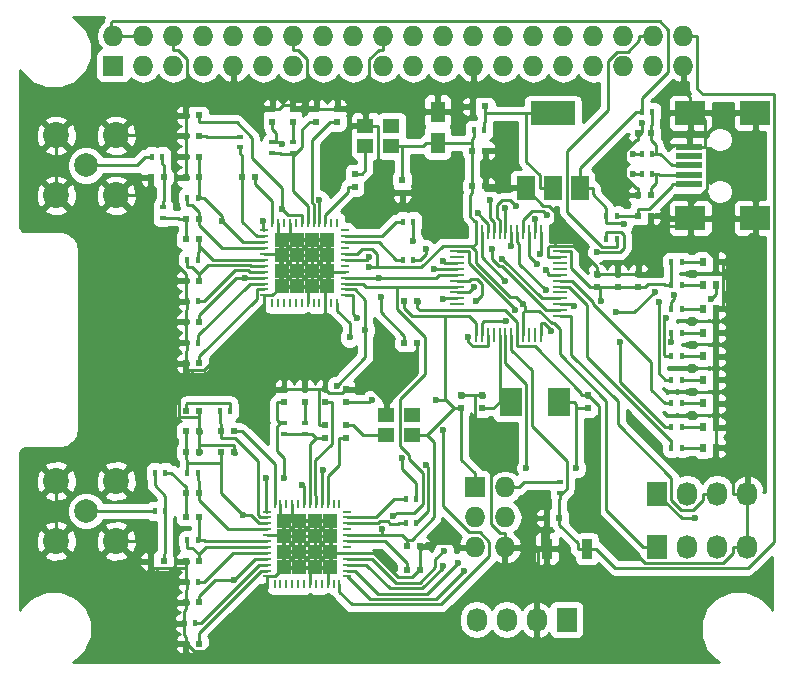
<source format=gtl>
G04 #@! TF.GenerationSoftware,KiCad,Pcbnew,(2017-12-10 revision 6ee26fd)-master*
G04 #@! TF.CreationDate,2018-02-02T04:53:47+01:00*
G04 #@! TF.ProjectId,mmdvm_hs_dual_hat,6D6D64766D5F68735F6475616C5F6861,rev?*
G04 #@! TF.SameCoordinates,Original*
G04 #@! TF.FileFunction,Copper,L1,Top,Signal*
G04 #@! TF.FilePolarity,Positive*
%FSLAX46Y46*%
G04 Gerber Fmt 4.6, Leading zero omitted, Abs format (unit mm)*
G04 Created by KiCad (PCBNEW (2017-12-10 revision 6ee26fd)-master) date Friday, 02. February 2018 'u53' 04:53:47*
%MOMM*%
%LPD*%
G01*
G04 APERTURE LIST*
%ADD10R,3.800000X2.000000*%
%ADD11R,1.500000X2.000000*%
%ADD12R,0.600000X0.500000*%
%ADD13R,0.500000X0.600000*%
%ADD14R,1.230000X1.800000*%
%ADD15R,0.400000X0.600000*%
%ADD16R,0.600000X0.400000*%
%ADD17C,2.200000*%
%ADD18C,2.000000*%
%ADD19R,1.727200X2.032000*%
%ADD20O,1.727200X2.032000*%
%ADD21R,0.900000X1.700000*%
%ADD22R,0.700000X0.250000*%
%ADD23R,0.250000X0.700000*%
%ADD24R,1.287500X1.287500*%
%ADD25R,0.250000X1.300000*%
%ADD26R,1.300000X0.250000*%
%ADD27R,1.400000X1.200000*%
%ADD28R,1.900000X2.400000*%
%ADD29R,2.301240X0.500380*%
%ADD30R,2.499360X1.998980*%
%ADD31R,1.727200X1.727200*%
%ADD32O,1.727200X1.727200*%
%ADD33R,0.600000X0.700000*%
%ADD34C,0.600000*%
%ADD35C,0.250000*%
%ADD36C,0.254000*%
G04 APERTURE END LIST*
D10*
X136000000Y-91350000D03*
D11*
X136000000Y-97650000D03*
X138300000Y-97650000D03*
X133700000Y-97650000D03*
D12*
X103050000Y-96750000D03*
X101950000Y-96750000D03*
X103050000Y-129250000D03*
X101950000Y-129250000D03*
X106050000Y-96750000D03*
X104950000Y-96750000D03*
X104950000Y-120000000D03*
X106050000Y-120000000D03*
X106050000Y-95000000D03*
X104950000Y-95000000D03*
X106050000Y-100250000D03*
X104950000Y-100250000D03*
X106050000Y-102000000D03*
X104950000Y-102000000D03*
X104950000Y-118250000D03*
X106050000Y-118250000D03*
X106050000Y-123500000D03*
X104950000Y-123500000D03*
X106050000Y-125500000D03*
X104950000Y-125500000D03*
X106050000Y-105500000D03*
X104950000Y-105500000D03*
X106050000Y-129250000D03*
X104950000Y-129250000D03*
X106050000Y-93250000D03*
X104950000Y-93250000D03*
X104950000Y-116500000D03*
X106050000Y-116500000D03*
X106050000Y-109000000D03*
X104950000Y-109000000D03*
X106050000Y-132750000D03*
X104950000Y-132750000D03*
X106050000Y-91500000D03*
X104950000Y-91500000D03*
X107950000Y-120000000D03*
X109050000Y-120000000D03*
X106050000Y-112500000D03*
X104950000Y-112500000D03*
X106050000Y-136250000D03*
X104950000Y-136250000D03*
D13*
X112250000Y-92050000D03*
X112250000Y-90950000D03*
X113250000Y-115800000D03*
X113250000Y-114700000D03*
D12*
X110800000Y-96750000D03*
X109700000Y-96750000D03*
X109050000Y-118250000D03*
X107950000Y-118250000D03*
D13*
X114000000Y-92050000D03*
X114000000Y-90950000D03*
X115000000Y-115800000D03*
X115000000Y-114700000D03*
X116000000Y-92050000D03*
X116000000Y-90950000D03*
X116750000Y-118800000D03*
X116750000Y-117700000D03*
X117750000Y-90950000D03*
X117750000Y-92050000D03*
X116750000Y-114700000D03*
X116750000Y-115800000D03*
X123250000Y-96950000D03*
X123250000Y-98050000D03*
X118500000Y-115800000D03*
X118500000Y-114700000D03*
X118500000Y-118800000D03*
X118500000Y-117700000D03*
X119250000Y-96450000D03*
X119250000Y-97550000D03*
D12*
X124550000Y-110750000D03*
X123450000Y-110750000D03*
X124750000Y-130000000D03*
X123650000Y-130000000D03*
X124550000Y-107250000D03*
X123450000Y-107250000D03*
X124750000Y-128000000D03*
X123650000Y-128000000D03*
X129200000Y-97500000D03*
X130300000Y-97500000D03*
D13*
X130000000Y-116300000D03*
X130000000Y-115200000D03*
X139000000Y-116300000D03*
X139000000Y-115200000D03*
D12*
X136550000Y-125600000D03*
X135450000Y-125600000D03*
X130300000Y-90750000D03*
X129200000Y-90750000D03*
D13*
X139750000Y-106050000D03*
X139750000Y-104950000D03*
X141500000Y-106050000D03*
X141500000Y-104950000D03*
D14*
X126250000Y-91190000D03*
X126250000Y-93810000D03*
D13*
X143250000Y-106050000D03*
X143250000Y-104950000D03*
D12*
X129200000Y-94500000D03*
X130300000Y-94500000D03*
D15*
X102050000Y-95000000D03*
X102950000Y-95000000D03*
X102300000Y-125000000D03*
X103200000Y-125000000D03*
D16*
X103000000Y-99300000D03*
X103000000Y-100200000D03*
D15*
X102300000Y-121750000D03*
X103200000Y-121750000D03*
X105050000Y-103750000D03*
X105950000Y-103750000D03*
X105050000Y-127500000D03*
X105950000Y-127500000D03*
X105050000Y-98500000D03*
X105950000Y-98500000D03*
X105950000Y-121750000D03*
X105050000Y-121750000D03*
X130200000Y-92750000D03*
X129300000Y-92750000D03*
D17*
X93960000Y-98290000D03*
X93960000Y-93210000D03*
X99040000Y-93210000D03*
X99040000Y-98290000D03*
D18*
X96500000Y-95750000D03*
D17*
X93960000Y-127540000D03*
X93960000Y-122460000D03*
X99040000Y-122460000D03*
X99040000Y-127540000D03*
D18*
X96500000Y-125000000D03*
D19*
X137180000Y-134200000D03*
D20*
X134640000Y-134200000D03*
X132100000Y-134200000D03*
X129560000Y-134200000D03*
D19*
X144850000Y-123550000D03*
D20*
X147390000Y-123550000D03*
X149930000Y-123550000D03*
X152470000Y-123550000D03*
D19*
X144850000Y-128050000D03*
D20*
X147390000Y-128050000D03*
X149930000Y-128050000D03*
X152470000Y-128050000D03*
D15*
X140550000Y-102000000D03*
X141450000Y-102000000D03*
X105950000Y-107250000D03*
X105050000Y-107250000D03*
X105950000Y-131000000D03*
X105050000Y-131000000D03*
X105950000Y-110750000D03*
X105050000Y-110750000D03*
X105700000Y-134500000D03*
X104800000Y-134500000D03*
D16*
X109500000Y-94200000D03*
X109500000Y-93300000D03*
D15*
X107800000Y-116500000D03*
X108700000Y-116500000D03*
D16*
X112250000Y-94700000D03*
X112250000Y-93800000D03*
X113250000Y-118450000D03*
X113250000Y-117550000D03*
X114000000Y-94700000D03*
X114000000Y-93800000D03*
X115000000Y-118450000D03*
X115000000Y-117550000D03*
D15*
X124200000Y-100500000D03*
X123300000Y-100500000D03*
X124200000Y-103750000D03*
X123300000Y-103750000D03*
X124450000Y-124000000D03*
X123550000Y-124000000D03*
X124450000Y-126000000D03*
X123550000Y-126000000D03*
D16*
X136600000Y-123450000D03*
X136600000Y-122550000D03*
D15*
X146950000Y-103900000D03*
X146050000Y-103900000D03*
X146950000Y-107900000D03*
X146050000Y-107900000D03*
X146950000Y-109900000D03*
X146050000Y-109900000D03*
X146950000Y-111900000D03*
X146050000Y-111900000D03*
X146950000Y-113900000D03*
X146050000Y-113900000D03*
X146950000Y-115900000D03*
X146050000Y-115900000D03*
X146050000Y-105900000D03*
X146950000Y-105900000D03*
D21*
X138900000Y-128200000D03*
X135500000Y-128200000D03*
D22*
X111600000Y-101250000D03*
X111600000Y-101750000D03*
X111600000Y-102250000D03*
X111600000Y-102750000D03*
X111600000Y-103250000D03*
X111600000Y-103750000D03*
X111600000Y-104250000D03*
X111600000Y-104750000D03*
X111600000Y-105250000D03*
X111600000Y-105750000D03*
X111600000Y-106250000D03*
X111600000Y-106750000D03*
D23*
X112250000Y-107400000D03*
X112750000Y-107400000D03*
X113250000Y-107400000D03*
X113750000Y-107400000D03*
X114250000Y-107400000D03*
X114750000Y-107400000D03*
X115250000Y-107400000D03*
X115750000Y-107400000D03*
X116250000Y-107400000D03*
X116750000Y-107400000D03*
X117250000Y-107400000D03*
X117750000Y-107400000D03*
D22*
X118400000Y-106750000D03*
X118400000Y-106250000D03*
X118400000Y-105750000D03*
X118400000Y-105250000D03*
X118400000Y-104750000D03*
X118400000Y-104250000D03*
X118400000Y-103750000D03*
X118400000Y-103250000D03*
X118400000Y-102750000D03*
X118400000Y-102250000D03*
X118400000Y-101750000D03*
X118400000Y-101250000D03*
D23*
X117750000Y-100600000D03*
X117250000Y-100600000D03*
X116750000Y-100600000D03*
X116250000Y-100600000D03*
X115750000Y-100600000D03*
X115250000Y-100600000D03*
X114750000Y-100600000D03*
X114250000Y-100600000D03*
X113750000Y-100600000D03*
X113250000Y-100600000D03*
X112750000Y-100600000D03*
X112250000Y-100600000D03*
D24*
X116931250Y-105931250D03*
X116931250Y-104643750D03*
X116931250Y-103356250D03*
X116931250Y-102068750D03*
X115643750Y-105931250D03*
X115643750Y-104643750D03*
X115643750Y-103356250D03*
X115643750Y-102068750D03*
X114356250Y-105931250D03*
X114356250Y-104643750D03*
X114356250Y-103356250D03*
X114356250Y-102068750D03*
X113068750Y-105931250D03*
X113068750Y-104643750D03*
X113068750Y-103356250D03*
X113068750Y-102068750D03*
D22*
X111800000Y-125050000D03*
X111800000Y-125550000D03*
X111800000Y-126050000D03*
X111800000Y-126550000D03*
X111800000Y-127050000D03*
X111800000Y-127550000D03*
X111800000Y-128050000D03*
X111800000Y-128550000D03*
X111800000Y-129050000D03*
X111800000Y-129550000D03*
X111800000Y-130050000D03*
X111800000Y-130550000D03*
D23*
X112450000Y-131200000D03*
X112950000Y-131200000D03*
X113450000Y-131200000D03*
X113950000Y-131200000D03*
X114450000Y-131200000D03*
X114950000Y-131200000D03*
X115450000Y-131200000D03*
X115950000Y-131200000D03*
X116450000Y-131200000D03*
X116950000Y-131200000D03*
X117450000Y-131200000D03*
X117950000Y-131200000D03*
D22*
X118600000Y-130550000D03*
X118600000Y-130050000D03*
X118600000Y-129550000D03*
X118600000Y-129050000D03*
X118600000Y-128550000D03*
X118600000Y-128050000D03*
X118600000Y-127550000D03*
X118600000Y-127050000D03*
X118600000Y-126550000D03*
X118600000Y-126050000D03*
X118600000Y-125550000D03*
X118600000Y-125050000D03*
D23*
X117950000Y-124400000D03*
X117450000Y-124400000D03*
X116950000Y-124400000D03*
X116450000Y-124400000D03*
X115950000Y-124400000D03*
X115450000Y-124400000D03*
X114950000Y-124400000D03*
X114450000Y-124400000D03*
X113950000Y-124400000D03*
X113450000Y-124400000D03*
X112950000Y-124400000D03*
X112450000Y-124400000D03*
D24*
X117131250Y-129731250D03*
X117131250Y-128443750D03*
X117131250Y-127156250D03*
X117131250Y-125868750D03*
X115843750Y-129731250D03*
X115843750Y-128443750D03*
X115843750Y-127156250D03*
X115843750Y-125868750D03*
X114556250Y-129731250D03*
X114556250Y-128443750D03*
X114556250Y-127156250D03*
X114556250Y-125868750D03*
X113268750Y-129731250D03*
X113268750Y-128443750D03*
X113268750Y-127156250D03*
X113268750Y-125868750D03*
D25*
X129500000Y-110100000D03*
X130000000Y-110100000D03*
X130500000Y-110100000D03*
X131000000Y-110100000D03*
X131500000Y-110100000D03*
X132000000Y-110100000D03*
X132500000Y-110100000D03*
X133000000Y-110100000D03*
X133500000Y-110100000D03*
X134000000Y-110100000D03*
X134500000Y-110100000D03*
X135000000Y-110100000D03*
D26*
X136600000Y-108500000D03*
X136600000Y-108000000D03*
X136600000Y-107500000D03*
X136600000Y-107000000D03*
X136600000Y-106500000D03*
X136600000Y-106000000D03*
X136600000Y-105500000D03*
X136600000Y-105000000D03*
X136600000Y-104500000D03*
X136600000Y-104000000D03*
X136600000Y-103500000D03*
X136600000Y-103000000D03*
D25*
X135000000Y-101400000D03*
X134500000Y-101400000D03*
X134000000Y-101400000D03*
X133500000Y-101400000D03*
X133000000Y-101400000D03*
X132500000Y-101400000D03*
X132000000Y-101400000D03*
X131500000Y-101400000D03*
X131000000Y-101400000D03*
X130500000Y-101400000D03*
X130000000Y-101400000D03*
X129500000Y-101400000D03*
D26*
X127900000Y-103000000D03*
X127900000Y-103500000D03*
X127900000Y-104000000D03*
X127900000Y-104500000D03*
X127900000Y-105000000D03*
X127900000Y-105500000D03*
X127900000Y-106000000D03*
X127900000Y-106500000D03*
X127900000Y-107000000D03*
X127900000Y-107500000D03*
X127900000Y-108000000D03*
X127900000Y-108500000D03*
D27*
X122350000Y-92400000D03*
X120150000Y-92400000D03*
X120150000Y-94100000D03*
X122350000Y-94100000D03*
D28*
X132450000Y-115750000D03*
X136550000Y-115750000D03*
D12*
X144300000Y-98250000D03*
X143200000Y-98250000D03*
X143200000Y-93000000D03*
X144300000Y-93000000D03*
X144300000Y-100000000D03*
X143200000Y-100000000D03*
D15*
X140550000Y-100000000D03*
X141450000Y-100000000D03*
D29*
X147550680Y-97350200D03*
X147550680Y-96550100D03*
X147550680Y-95750000D03*
X147550680Y-94949900D03*
X147550680Y-94149800D03*
D30*
X147649740Y-100200080D03*
X153148840Y-100200080D03*
X147649740Y-91299920D03*
X153148840Y-91299920D03*
D15*
X144450000Y-96500000D03*
X143550000Y-96500000D03*
X144450000Y-94750000D03*
X143550000Y-94750000D03*
D31*
X98800000Y-87300000D03*
D32*
X98800000Y-84760000D03*
X101340000Y-87300000D03*
X101340000Y-84760000D03*
X103880000Y-87300000D03*
X103880000Y-84760000D03*
X106420000Y-87300000D03*
X106420000Y-84760000D03*
X108960000Y-87300000D03*
X108960000Y-84760000D03*
X111500000Y-87300000D03*
X111500000Y-84760000D03*
X114040000Y-87300000D03*
X114040000Y-84760000D03*
X116580000Y-87300000D03*
X116580000Y-84760000D03*
X119120000Y-87300000D03*
X119120000Y-84760000D03*
X121660000Y-87300000D03*
X121660000Y-84760000D03*
X124200000Y-87300000D03*
X124200000Y-84760000D03*
X126740000Y-87300000D03*
X126740000Y-84760000D03*
X129280000Y-87300000D03*
X129280000Y-84760000D03*
X131820000Y-87300000D03*
X131820000Y-84760000D03*
X134360000Y-87300000D03*
X134360000Y-84760000D03*
X136900000Y-87300000D03*
X136900000Y-84760000D03*
X139440000Y-87300000D03*
X139440000Y-84760000D03*
X141980000Y-87300000D03*
X141980000Y-84760000D03*
X144520000Y-87300000D03*
X144520000Y-84760000D03*
X147060000Y-87300000D03*
X147060000Y-84760000D03*
D15*
X143550000Y-91250000D03*
X144450000Y-91250000D03*
D31*
X129400000Y-123000000D03*
D32*
X131940000Y-123000000D03*
X129400000Y-125540000D03*
X131940000Y-125540000D03*
X129400000Y-128080000D03*
X131940000Y-128080000D03*
D15*
X146950000Y-117900000D03*
X146050000Y-117900000D03*
D13*
X128250000Y-115200000D03*
X128250000Y-116300000D03*
D27*
X124100000Y-118600000D03*
X121900000Y-118600000D03*
X121900000Y-116900000D03*
X124100000Y-116900000D03*
D33*
X149800000Y-107900000D03*
X148700000Y-107900000D03*
X148700000Y-113900000D03*
X149800000Y-113900000D03*
X149800000Y-111900000D03*
X148700000Y-111900000D03*
X149800000Y-117900000D03*
X148700000Y-117900000D03*
X148700000Y-109900000D03*
X149800000Y-109900000D03*
X148700000Y-103900000D03*
X149800000Y-103900000D03*
X148700000Y-105900000D03*
X149800000Y-105900000D03*
X149800000Y-115900000D03*
X148700000Y-115900000D03*
X149800000Y-119650000D03*
X148700000Y-119650000D03*
D15*
X146050000Y-119650000D03*
X146950000Y-119650000D03*
D34*
X113700000Y-104000000D03*
X115000000Y-104000000D03*
X116300000Y-104000000D03*
X116300000Y-102700000D03*
X116300000Y-105300000D03*
X115000000Y-105300000D03*
X113700000Y-105300000D03*
X115000000Y-102700000D03*
X113700000Y-102700000D03*
X113900000Y-129100000D03*
X115200000Y-129100000D03*
X116500000Y-129100000D03*
X116500000Y-127800000D03*
X115200000Y-127800000D03*
X113900000Y-127800000D03*
X116500000Y-126500000D03*
X115200000Y-126500000D03*
X113900000Y-126500000D03*
X143550900Y-92150000D03*
X138489800Y-103213400D03*
X132003500Y-105527200D03*
X111510500Y-100436100D03*
X113058000Y-93915700D03*
X111751400Y-122213100D03*
X113217300Y-122213100D03*
X120482700Y-103518800D03*
X121452500Y-106861600D03*
X109016000Y-130810000D03*
X109961500Y-105250000D03*
X120459200Y-104380000D03*
X107975100Y-100469200D03*
X114815900Y-122794200D03*
X109803300Y-125345900D03*
X121542600Y-126565900D03*
X116542700Y-121570500D03*
X140056000Y-107190300D03*
X133469500Y-107486100D03*
X120676500Y-115586100D03*
X126137000Y-115586100D03*
X113117300Y-99435400D03*
X116250000Y-98668300D03*
X149418700Y-107021800D03*
X132029000Y-108946500D03*
X141997000Y-100672000D03*
X148068700Y-125619800D03*
X132000000Y-99328600D03*
X132500000Y-102577600D03*
X135837900Y-109752900D03*
X129636200Y-99799400D03*
X132827100Y-107975700D03*
X139762100Y-103117600D03*
X129364800Y-106010500D03*
X137765500Y-107688900D03*
X141386700Y-108190900D03*
X144647700Y-106453000D03*
X124200000Y-102152900D03*
X130850500Y-102846400D03*
X125234900Y-102846400D03*
X126738500Y-103837900D03*
X123221800Y-120517500D03*
X125972500Y-104500000D03*
X125272500Y-121083100D03*
X135509700Y-99927000D03*
X146259300Y-106736300D03*
X146055000Y-110715100D03*
X134693000Y-104088200D03*
X145618900Y-108679100D03*
X134500000Y-100247400D03*
X144979400Y-107344800D03*
X134955900Y-103262900D03*
X118801200Y-110315600D03*
X128870800Y-110267700D03*
X126684600Y-118160500D03*
X131724500Y-103643900D03*
X119421100Y-108650300D03*
X127958200Y-129385100D03*
X117702700Y-114397700D03*
X129482100Y-107261200D03*
X120134100Y-109690300D03*
X122498900Y-125467500D03*
X126674800Y-129623000D03*
X121304800Y-105250000D03*
X126786200Y-128363500D03*
X128517400Y-130046400D03*
X126724200Y-107048400D03*
X138012400Y-121383700D03*
X133780300Y-121383700D03*
X132868300Y-99178200D03*
X142828700Y-96500000D03*
X142819600Y-94750000D03*
X130682700Y-98665300D03*
X135428700Y-104617400D03*
X141714000Y-110658500D03*
X135407800Y-106318400D03*
D35*
X144520000Y-84760000D02*
X143331100Y-84760000D01*
X141450000Y-102000000D02*
X141450000Y-102625300D01*
X143331100Y-85130200D02*
X143331100Y-84760000D01*
X142350300Y-86111000D02*
X143331100Y-85130200D01*
X141465700Y-86111000D02*
X142350300Y-86111000D01*
X140710000Y-86866700D02*
X141465700Y-86111000D01*
X140710000Y-91014600D02*
X140710000Y-86866700D01*
X137224600Y-94500000D02*
X140710000Y-91014600D01*
X137224600Y-99691800D02*
X137224600Y-94500000D01*
X140158100Y-102625300D02*
X137224600Y-99691800D01*
X141450000Y-102625300D02*
X140158100Y-102625300D01*
X103050000Y-98724700D02*
X103050000Y-96750000D01*
X103000000Y-98774700D02*
X103050000Y-98724700D01*
X103000000Y-99300000D02*
X103000000Y-98774700D01*
X103050000Y-95725300D02*
X103050000Y-96750000D01*
X102950000Y-95625300D02*
X103050000Y-95725300D01*
X102950000Y-95000000D02*
X102950000Y-95625300D01*
X149800000Y-107900000D02*
X150425300Y-107900000D01*
X149800000Y-119650000D02*
X149800000Y-117900000D01*
X149800000Y-115900000D02*
X149800000Y-117900000D01*
X149800000Y-115900000D02*
X149800000Y-113900000D01*
X149800000Y-113900000D02*
X149800000Y-111900000D01*
X149800000Y-111900000D02*
X149800000Y-109900000D01*
X149800000Y-109900000D02*
X149800000Y-107900000D01*
X149800000Y-103900000D02*
X150112700Y-103900000D01*
X150112700Y-103900000D02*
X150425300Y-103900000D01*
X147737600Y-101524900D02*
X147649700Y-101524900D01*
X150112700Y-103900000D02*
X147737600Y-101524900D01*
X121900000Y-116900000D02*
X121900000Y-115974700D01*
X134604700Y-128080000D02*
X134724700Y-128200000D01*
X131940000Y-128080000D02*
X134604700Y-128080000D01*
X147060000Y-89385400D02*
X147649700Y-89975100D01*
X147060000Y-87300000D02*
X147060000Y-89385400D01*
X129280000Y-90094700D02*
X129200000Y-90174700D01*
X129280000Y-87300000D02*
X129280000Y-90094700D01*
X129200000Y-90750000D02*
X129200000Y-90174700D01*
X121660000Y-84760000D02*
X121660000Y-85948900D01*
X114040000Y-84760000D02*
X114040000Y-85948900D01*
X116000000Y-90950000D02*
X115424700Y-90950000D01*
X147649700Y-91299900D02*
X147649700Y-90637500D01*
X147649700Y-90637500D02*
X147649700Y-89975100D01*
X153148800Y-91299900D02*
X153148800Y-100200100D01*
X152800400Y-101524900D02*
X150425300Y-103900000D01*
X153148800Y-101524900D02*
X152800400Y-101524900D01*
X153148800Y-100200100D02*
X153148800Y-101524900D01*
X147649700Y-100200100D02*
X147649700Y-100862500D01*
X147649700Y-100862500D02*
X147649700Y-101524900D01*
X147550700Y-94149800D02*
X148914000Y-94149800D01*
X147898100Y-98875300D02*
X147649700Y-98875300D01*
X149026600Y-97746800D02*
X147898100Y-98875300D01*
X149026600Y-94262400D02*
X149026600Y-97746800D01*
X148914000Y-94149800D02*
X149026600Y-94262400D01*
X147649700Y-100200100D02*
X147649700Y-98875300D01*
X148914000Y-91901800D02*
X148914000Y-94149800D01*
X147649700Y-90637500D02*
X148914000Y-91901800D01*
X120150000Y-92400000D02*
X120150000Y-91474700D01*
X120471100Y-90104200D02*
X119625300Y-90950000D01*
X120471100Y-86766200D02*
X120471100Y-90104200D01*
X121288400Y-85948900D02*
X120471100Y-86766200D01*
X121660000Y-85948900D02*
X121288400Y-85948900D01*
X120150000Y-91474700D02*
X119625300Y-90950000D01*
X124550000Y-107250000D02*
X124550000Y-107825300D01*
X113268800Y-127156200D02*
X113268800Y-128443700D01*
X113268800Y-128443700D02*
X113268800Y-129731200D01*
X114556300Y-127156200D02*
X114556300Y-128443700D01*
X113950000Y-124400000D02*
X113950000Y-125831200D01*
X114556300Y-125868700D02*
X114556300Y-127156200D01*
X115843800Y-125868700D02*
X115843800Y-127156200D01*
X115843800Y-127156200D02*
X115843800Y-128443700D01*
X115450000Y-131200000D02*
X115450000Y-129981100D01*
X115843800Y-128443700D02*
X115843800Y-129731200D01*
X117131300Y-125868700D02*
X117131300Y-127156200D01*
X117131300Y-127156200D02*
X117131300Y-128443700D01*
X117131300Y-128443700D02*
X117131300Y-129731200D01*
X114518800Y-125831200D02*
X113950000Y-125831200D01*
X114556300Y-125868700D02*
X114518800Y-125831200D01*
X113912500Y-125868700D02*
X113950000Y-125831200D01*
X113268800Y-125868700D02*
X113912500Y-125868700D01*
X115593900Y-129981100D02*
X115450000Y-129981100D01*
X115843800Y-129731200D02*
X115593900Y-129981100D01*
X114556300Y-128443700D02*
X114556300Y-129731200D01*
X115200100Y-129731200D02*
X115450000Y-129981100D01*
X114556300Y-129731200D02*
X115200100Y-129731200D01*
X117237600Y-128550000D02*
X117131300Y-128443700D01*
X118600000Y-128550000D02*
X117237600Y-128550000D01*
X115843800Y-129731200D02*
X116812900Y-129731200D01*
X116950000Y-129821800D02*
X116950000Y-131200000D01*
X117040700Y-129821800D02*
X116950000Y-129821800D01*
X117131300Y-129731200D02*
X117040700Y-129821800D01*
X116903500Y-129821800D02*
X116812900Y-129731200D01*
X116950000Y-129821800D02*
X116903500Y-129821800D01*
X113268800Y-127050000D02*
X112137700Y-127050000D01*
X113268800Y-125868700D02*
X113268800Y-127050000D01*
X113268800Y-127050000D02*
X113268800Y-127156200D01*
X112475400Y-130524600D02*
X113268800Y-129731200D01*
X111825400Y-130524600D02*
X112475400Y-130524600D01*
X111800000Y-130550000D02*
X111825400Y-130524600D01*
X112137700Y-127050000D02*
X111800000Y-127050000D01*
X113068800Y-103356200D02*
X113068800Y-104643700D01*
X113068800Y-104643700D02*
X113068800Y-105931200D01*
X112750000Y-101749900D02*
X112750000Y-100600000D01*
X113068800Y-102068700D02*
X112750000Y-101749900D01*
X114356300Y-103356200D02*
X114356300Y-104643700D01*
X113750000Y-100600000D02*
X113750000Y-102031200D01*
X114356300Y-102068700D02*
X114356300Y-103356200D01*
X115643800Y-102068700D02*
X115643800Y-103356200D01*
X115643800Y-103356200D02*
X115643800Y-104643700D01*
X115250000Y-107400000D02*
X115250000Y-106181100D01*
X115643800Y-104643700D02*
X115643800Y-105931200D01*
X116931300Y-102068700D02*
X116931300Y-103356200D01*
X116931300Y-103356200D02*
X116931300Y-104643700D01*
X116931300Y-104643700D02*
X116931300Y-105931200D01*
X114318800Y-102031200D02*
X113750000Y-102031200D01*
X114356300Y-102068700D02*
X114318800Y-102031200D01*
X113712500Y-102068700D02*
X113750000Y-102031200D01*
X113068800Y-102068700D02*
X113712500Y-102068700D01*
X115393900Y-106181100D02*
X115250000Y-106181100D01*
X115643800Y-105931200D02*
X115393900Y-106181100D01*
X114356300Y-104643700D02*
X114356300Y-105931200D01*
X115000100Y-105931200D02*
X115250000Y-106181100D01*
X114356300Y-105931200D02*
X115000100Y-105931200D01*
X117037600Y-104750000D02*
X116931300Y-104643700D01*
X118400000Y-104750000D02*
X117037600Y-104750000D01*
X115643800Y-105931200D02*
X116612900Y-105931200D01*
X116840700Y-106021800D02*
X116750000Y-106021800D01*
X116931300Y-105931200D02*
X116840700Y-106021800D01*
X116703500Y-106021800D02*
X116612900Y-105931200D01*
X116750000Y-106021800D02*
X116703500Y-106021800D01*
X111600000Y-103250000D02*
X113068800Y-103250000D01*
X113068800Y-102068700D02*
X113068800Y-103250000D01*
X113068800Y-103250000D02*
X113068800Y-103356200D01*
X112275400Y-106724600D02*
X113068800Y-105931200D01*
X111625400Y-106724600D02*
X112275400Y-106724600D01*
X111600000Y-106750000D02*
X111625400Y-106724600D01*
X116750000Y-106021800D02*
X116750000Y-107400000D01*
X135500000Y-128200000D02*
X135112400Y-128200000D01*
X135112400Y-128200000D02*
X134724700Y-128200000D01*
X135112400Y-126512900D02*
X135450000Y-126175300D01*
X135112400Y-128200000D02*
X135112400Y-126512900D01*
X135450000Y-125600000D02*
X135450000Y-126175300D01*
X104950000Y-131725300D02*
X104950000Y-132750000D01*
X105050000Y-131625300D02*
X104950000Y-131725300D01*
X104950000Y-107975300D02*
X104950000Y-109000000D01*
X105050000Y-107875300D02*
X104950000Y-107975300D01*
X151281100Y-120505800D02*
X150425300Y-119650000D01*
X151281100Y-123550000D02*
X151281100Y-120505800D01*
X152470000Y-123550000D02*
X151281100Y-123550000D01*
X149800000Y-119650000D02*
X150425300Y-119650000D01*
X134724700Y-132774000D02*
X134724700Y-128200000D01*
X134640000Y-132858700D02*
X134724700Y-132774000D01*
X134640000Y-134200000D02*
X134640000Y-132858700D01*
X93960000Y-122460000D02*
X93960000Y-127540000D01*
X100815300Y-127540000D02*
X101950000Y-128674700D01*
X99040000Y-127540000D02*
X100815300Y-127540000D01*
X101950000Y-129250000D02*
X101950000Y-128674700D01*
X93960000Y-93210000D02*
X93960000Y-98290000D01*
X101950000Y-96750000D02*
X101950000Y-97325300D01*
X128134700Y-91190000D02*
X128574700Y-90750000D01*
X126250000Y-91190000D02*
X128134700Y-91190000D01*
X129200000Y-90750000D02*
X128574700Y-90750000D01*
X147649700Y-100862500D02*
X144587200Y-100862500D01*
X144587200Y-100862500D02*
X144300000Y-100575300D01*
X143250000Y-104950000D02*
X143825300Y-104950000D01*
X130300000Y-94500000D02*
X130300000Y-97500000D01*
X144300000Y-100000000D02*
X144300000Y-100575300D01*
X141500000Y-104950000D02*
X143250000Y-104950000D01*
X134515700Y-111075300D02*
X133000000Y-111075300D01*
X138424700Y-114984300D02*
X134515700Y-111075300D01*
X138424700Y-115200000D02*
X138424700Y-114984300D01*
X139000000Y-115200000D02*
X138424700Y-115200000D01*
X133000000Y-110100000D02*
X133000000Y-111075300D01*
X130300000Y-97500000D02*
X130300000Y-97787600D01*
X124750000Y-128000000D02*
X125062700Y-128000000D01*
X133000000Y-110100000D02*
X133000000Y-109032800D01*
X124750000Y-128312700D02*
X124750000Y-129875500D01*
X125062700Y-128000000D02*
X124750000Y-128312700D01*
X124750000Y-129875500D02*
X124750000Y-130000000D01*
X120841400Y-128550000D02*
X118600000Y-128550000D01*
X122892500Y-130601100D02*
X120841400Y-128550000D01*
X124059000Y-130601100D02*
X122892500Y-130601100D01*
X124750000Y-129910100D02*
X124059000Y-130601100D01*
X124750000Y-129875500D02*
X124750000Y-129910100D01*
X121175300Y-96550600D02*
X121175300Y-92400000D01*
X122674700Y-98050000D02*
X121175300Y-96550600D01*
X123250000Y-98050000D02*
X122674700Y-98050000D01*
X120150000Y-92400000D02*
X121175300Y-92400000D01*
X119625300Y-90950000D02*
X117750000Y-90950000D01*
X117750000Y-90950000D02*
X116000000Y-90950000D01*
X115000000Y-114700000D02*
X113250000Y-114700000D01*
X114000000Y-90950000D02*
X114000000Y-90637300D01*
X114000000Y-90637300D02*
X114000000Y-90324700D01*
X113138000Y-90637300D02*
X112825300Y-90950000D01*
X114000000Y-90637300D02*
X113138000Y-90637300D01*
X112250000Y-90950000D02*
X112825300Y-90950000D01*
X115228900Y-90324700D02*
X114000000Y-90324700D01*
X115228900Y-86766200D02*
X115228900Y-90324700D01*
X114411600Y-85948900D02*
X115228900Y-86766200D01*
X114040000Y-85948900D02*
X114411600Y-85948900D01*
X115228900Y-90754200D02*
X115424700Y-90950000D01*
X115228900Y-90324700D02*
X115228900Y-90754200D01*
X116750000Y-114700000D02*
X116750000Y-107400000D01*
X105079900Y-90794800D02*
X104950000Y-90924700D01*
X105079900Y-86777300D02*
X105079900Y-90794800D01*
X104251500Y-85948900D02*
X105079900Y-86777300D01*
X103880000Y-85948900D02*
X104251500Y-85948900D01*
X103880000Y-84760000D02*
X103880000Y-85948900D01*
X104800000Y-135524700D02*
X104800000Y-134500000D01*
X104950000Y-135674700D02*
X104800000Y-135524700D01*
X104800000Y-133475300D02*
X104950000Y-133325300D01*
X104800000Y-134500000D02*
X104800000Y-133475300D01*
X104950000Y-132750000D02*
X104950000Y-133325300D01*
X105050000Y-110750000D02*
X105050000Y-111062600D01*
X105050000Y-111062600D02*
X105050000Y-111375300D01*
X104950000Y-110962600D02*
X104950000Y-109000000D01*
X105050000Y-111062600D02*
X104950000Y-110962600D01*
X106050000Y-120000000D02*
X106050000Y-119424700D01*
X104950000Y-91378200D02*
X104950000Y-90924700D01*
X104950000Y-91378200D02*
X104950000Y-91500000D01*
X105050000Y-131000000D02*
X105050000Y-131312600D01*
X105050000Y-131312600D02*
X105050000Y-131625300D01*
X105050000Y-107250000D02*
X105050000Y-107562600D01*
X105050000Y-107562600D02*
X105050000Y-107875300D01*
X104950000Y-107462600D02*
X104950000Y-105500000D01*
X105050000Y-107562600D02*
X104950000Y-107462600D01*
X101950000Y-129250000D02*
X101950000Y-129825300D01*
X104950000Y-129825300D02*
X101950000Y-129825300D01*
X104950000Y-131212600D02*
X104950000Y-129825300D01*
X105050000Y-131312600D02*
X104950000Y-131212600D01*
X104950000Y-129825300D02*
X104950000Y-129250000D01*
X104950000Y-111475300D02*
X104950000Y-112500000D01*
X105050000Y-111375300D02*
X104950000Y-111475300D01*
X104950000Y-112500000D02*
X104950000Y-113075300D01*
X106050000Y-116500000D02*
X106050000Y-117075400D01*
X106050000Y-117075400D02*
X106050000Y-118250000D01*
X106050000Y-118250000D02*
X106050000Y-119424700D01*
X104950000Y-93250000D02*
X104950000Y-95000000D01*
X104950000Y-95000000D02*
X104950000Y-96750000D01*
X104438700Y-117061300D02*
X99040000Y-122460000D01*
X104452800Y-117075400D02*
X106050000Y-117075400D01*
X104438700Y-117061300D02*
X104452800Y-117075400D01*
X109050000Y-119424700D02*
X106050000Y-119424700D01*
X104950000Y-105500000D02*
X104950000Y-104924700D01*
X100985300Y-100960000D02*
X104950000Y-104924700D01*
X100985300Y-98290000D02*
X100985300Y-100960000D01*
X99040000Y-98290000D02*
X100985300Y-98290000D01*
X100985300Y-98290000D02*
X101950000Y-97325300D01*
X133487500Y-97650000D02*
X133500000Y-97650000D01*
X133487500Y-97650000D02*
X132624700Y-97650000D01*
X133700000Y-97650000D02*
X133500000Y-97650000D01*
X136600000Y-103500000D02*
X135624700Y-103500000D01*
X109050000Y-120000000D02*
X109050000Y-119424700D01*
X139750000Y-104950000D02*
X141500000Y-104950000D01*
X139750000Y-104950000D02*
X139750000Y-104324700D01*
X112950000Y-125549900D02*
X112950000Y-124400000D01*
X113268800Y-125868700D02*
X112950000Y-125549900D01*
X132487100Y-97787600D02*
X130300000Y-97787600D01*
X132624700Y-97650000D02*
X132487100Y-97787600D01*
X124724700Y-108000000D02*
X127900000Y-108000000D01*
X124550000Y-107825300D02*
X124724700Y-108000000D01*
X104950000Y-93210000D02*
X99040000Y-93210000D01*
X104950000Y-91500000D02*
X104950000Y-93210000D01*
X104950000Y-93210000D02*
X104950000Y-93250000D01*
X104950000Y-113388000D02*
X104950000Y-113075300D01*
X104637300Y-113388000D02*
X104950000Y-113388000D01*
X104324600Y-113700700D02*
X104637300Y-113388000D01*
X104324600Y-116947200D02*
X104324600Y-113700700D01*
X104438700Y-117061300D02*
X104324600Y-116947200D01*
X111600000Y-107964100D02*
X111600000Y-106750000D01*
X106488800Y-113075300D02*
X111600000Y-107964100D01*
X104950000Y-113075300D02*
X106488800Y-113075300D01*
X150425300Y-107900000D02*
X150425300Y-103900000D01*
X104950000Y-136250000D02*
X104950000Y-136171900D01*
X104950000Y-136171900D02*
X104950000Y-135674700D01*
X111800000Y-131566800D02*
X111800000Y-130550000D01*
X106541400Y-136825400D02*
X111800000Y-131566800D01*
X105603500Y-136825400D02*
X106541400Y-136825400D01*
X104950000Y-136171900D02*
X105603500Y-136825400D01*
X125324500Y-127738200D02*
X125062700Y-128000000D01*
X127869300Y-127738200D02*
X125324500Y-127738200D01*
X128211100Y-128080000D02*
X127869300Y-127738200D01*
X129400000Y-128080000D02*
X128211100Y-128080000D01*
X118177000Y-115023000D02*
X118500000Y-114700000D01*
X117073000Y-115023000D02*
X118177000Y-115023000D01*
X116750000Y-114700000D02*
X117073000Y-115023000D01*
X143056200Y-97674700D02*
X143200000Y-97674700D01*
X142145700Y-96764200D02*
X143056200Y-97674700D01*
X142145700Y-94485800D02*
X142145700Y-96764200D01*
X143056200Y-93575300D02*
X142145700Y-94485800D01*
X143200000Y-93575300D02*
X143056200Y-93575300D01*
X143200000Y-98250000D02*
X143200000Y-97674700D01*
X116750000Y-117700000D02*
X116174700Y-117700000D01*
X116174700Y-114700000D02*
X116174700Y-117700000D01*
X115000000Y-114700000D02*
X116174700Y-114700000D01*
X116174700Y-114700000D02*
X116750000Y-114700000D01*
X131940000Y-128080000D02*
X131940000Y-126891100D01*
X131568400Y-126891100D02*
X131940000Y-126891100D01*
X130751100Y-126073800D02*
X131568400Y-126891100D01*
X130751100Y-121210600D02*
X130751100Y-126073800D01*
X129400000Y-119859500D02*
X130751100Y-121210600D01*
X129400000Y-115200000D02*
X129400000Y-119859500D01*
X130000000Y-115200000D02*
X129400000Y-115200000D01*
X129400000Y-115200000D02*
X128250000Y-115200000D01*
X120762800Y-114700000D02*
X118500000Y-114700000D01*
X121900000Y-115837200D02*
X120762800Y-114700000D01*
X121900000Y-115974700D02*
X121900000Y-115837200D01*
X124550000Y-110853200D02*
X124550000Y-113324700D01*
X124550000Y-110853200D02*
X124550000Y-110750000D01*
X135221600Y-99171600D02*
X133700000Y-97650000D01*
X135648300Y-99171600D02*
X135221600Y-99171600D01*
X136161900Y-99685200D02*
X135648300Y-99171600D01*
X136161900Y-102549600D02*
X136161900Y-99685200D01*
X135624700Y-102668400D02*
X135624700Y-103500000D01*
X135743500Y-102549600D02*
X135624700Y-102668400D01*
X136161900Y-102549600D02*
X135743500Y-102549600D01*
X124550000Y-113324700D02*
X121900000Y-115974700D01*
X144587200Y-104188100D02*
X144587200Y-100862500D01*
X143825300Y-104950000D02*
X144587200Y-104188100D01*
X132999900Y-109032800D02*
X133000000Y-109032800D01*
X131967100Y-108000000D02*
X132999900Y-109032800D01*
X127900000Y-108000000D02*
X131967100Y-108000000D01*
X143200000Y-93000000D02*
X143200000Y-93287600D01*
X143200000Y-93287600D02*
X143200000Y-93575300D01*
X143550900Y-92936700D02*
X143550900Y-92150000D01*
X143200000Y-93287600D02*
X143550900Y-92936700D01*
X152470000Y-128050000D02*
X152470000Y-123550000D01*
X139906400Y-116106400D02*
X139000000Y-115200000D01*
X139906400Y-125446100D02*
X139906400Y-116106400D01*
X143851600Y-129391300D02*
X139906400Y-125446100D01*
X150459900Y-129391300D02*
X143851600Y-129391300D01*
X151281100Y-128570100D02*
X150459900Y-129391300D01*
X151281100Y-128050000D02*
X151281100Y-128570100D01*
X152470000Y-128050000D02*
X151281100Y-128050000D01*
X130000000Y-103523700D02*
X132003500Y-105527200D01*
X130000000Y-101400000D02*
X130000000Y-103523700D01*
X137826000Y-102549600D02*
X136161900Y-102549600D01*
X138489800Y-103213400D02*
X137826000Y-102549600D01*
X138638700Y-103213400D02*
X138489800Y-103213400D01*
X139750000Y-104324700D02*
X138638700Y-103213400D01*
X103200000Y-123712100D02*
X103200000Y-125000000D01*
X102300000Y-122812100D02*
X103200000Y-123712100D01*
X102300000Y-121750000D02*
X102300000Y-122812100D01*
X103200000Y-128524700D02*
X103050000Y-128674700D01*
X103200000Y-125000000D02*
X103200000Y-128524700D01*
X103050000Y-129250000D02*
X103050000Y-128674700D01*
X107974700Y-102750000D02*
X106050000Y-100825300D01*
X111600000Y-102750000D02*
X107974700Y-102750000D01*
X106050000Y-100250000D02*
X106050000Y-100825300D01*
X105500600Y-99125300D02*
X106050000Y-99674700D01*
X105050000Y-99125300D02*
X105500600Y-99125300D01*
X106050000Y-100250000D02*
X106050000Y-99674700D01*
X105050000Y-98500000D02*
X105050000Y-99125300D01*
X104274700Y-100200000D02*
X104324700Y-100250000D01*
X103000000Y-100200000D02*
X104274700Y-100200000D01*
X104950000Y-100250000D02*
X104324700Y-100250000D01*
X104950000Y-102000000D02*
X104950000Y-100250000D01*
X106050000Y-102000000D02*
X106050000Y-102575300D01*
X106050000Y-103024700D02*
X106050000Y-102575300D01*
X105950000Y-103124700D02*
X106050000Y-103024700D01*
X105950000Y-103750000D02*
X105950000Y-103124700D01*
X107198800Y-103724100D02*
X106050000Y-102575300D01*
X110898800Y-103724100D02*
X107198800Y-103724100D01*
X110924700Y-103750000D02*
X110898800Y-103724100D01*
X111600000Y-103750000D02*
X110924700Y-103750000D01*
X108524700Y-126550000D02*
X106050000Y-124075300D01*
X111800000Y-126550000D02*
X108524700Y-126550000D01*
X106050000Y-123500000D02*
X106050000Y-124075300D01*
X106050000Y-122475300D02*
X106050000Y-123500000D01*
X105950000Y-122375300D02*
X106050000Y-122475300D01*
X105950000Y-121750000D02*
X105950000Y-122375300D01*
X104900000Y-122924700D02*
X104950000Y-122924700D01*
X103725300Y-121750000D02*
X104900000Y-122924700D01*
X103200000Y-121750000D02*
X103725300Y-121750000D01*
X104950000Y-123500000D02*
X104950000Y-122924700D01*
X104950000Y-125500000D02*
X104950000Y-123500000D01*
X106525300Y-127550000D02*
X106475300Y-127500000D01*
X111800000Y-127550000D02*
X106525300Y-127550000D01*
X105950000Y-127500000D02*
X106212700Y-127500000D01*
X106212700Y-127500000D02*
X106475300Y-127500000D01*
X106050000Y-127337300D02*
X106050000Y-125500000D01*
X106212700Y-127500000D02*
X106050000Y-127337300D01*
X106050000Y-105500000D02*
X106050000Y-104924700D01*
X105500600Y-104375300D02*
X106050000Y-104924700D01*
X105050000Y-104375300D02*
X105500600Y-104375300D01*
X105050000Y-103750000D02*
X105050000Y-104375300D01*
X106800300Y-104174400D02*
X106050000Y-104924700D01*
X110407200Y-104174400D02*
X106800300Y-104174400D01*
X110482800Y-104250000D02*
X110407200Y-104174400D01*
X111600000Y-104250000D02*
X110482800Y-104250000D01*
X106674700Y-128050000D02*
X106050000Y-128674700D01*
X111800000Y-128050000D02*
X106674700Y-128050000D01*
X106050000Y-129250000D02*
X106050000Y-128674700D01*
X105500600Y-128125300D02*
X106050000Y-128674700D01*
X105050000Y-128125300D02*
X105500600Y-128125300D01*
X105050000Y-127500000D02*
X105050000Y-128125300D01*
X106050000Y-93250000D02*
X106675300Y-93250000D01*
X106725300Y-93300000D02*
X109500000Y-93300000D01*
X106675300Y-93250000D02*
X106725300Y-93300000D01*
X105000000Y-115874700D02*
X104950000Y-115924700D01*
X108700000Y-115874700D02*
X105000000Y-115874700D01*
X108700000Y-116500000D02*
X108700000Y-115874700D01*
X104950000Y-116500000D02*
X104950000Y-115924700D01*
X110924700Y-107050000D02*
X110924700Y-106250000D01*
X106050000Y-111924700D02*
X110924700Y-107050000D01*
X106050000Y-112500000D02*
X106050000Y-111924700D01*
X111600000Y-106250000D02*
X110924700Y-106250000D01*
X111312200Y-130050000D02*
X111800000Y-130050000D01*
X106050000Y-135312200D02*
X111312200Y-130050000D01*
X106050000Y-136250000D02*
X106050000Y-135312200D01*
X112562700Y-92988000D02*
X112250000Y-92675300D01*
X112562700Y-93800000D02*
X112562700Y-92988000D01*
X112250000Y-92050000D02*
X112250000Y-92675300D01*
X112406400Y-93800000D02*
X112562700Y-93800000D01*
X112406400Y-93800000D02*
X112250000Y-93800000D01*
X111510500Y-101160500D02*
X111510500Y-100436100D01*
X111600000Y-101250000D02*
X111510500Y-101160500D01*
X112250000Y-93800000D02*
X112875300Y-93800000D01*
X112991000Y-93915700D02*
X112875300Y-93800000D01*
X113058000Y-93915700D02*
X112991000Y-93915700D01*
X113250000Y-117550000D02*
X112937400Y-117550000D01*
X113250000Y-115800000D02*
X112674700Y-115800000D01*
X112674700Y-117287300D02*
X112674700Y-115800000D01*
X112937400Y-117550000D02*
X112674700Y-117287300D01*
X112624600Y-117862800D02*
X112937400Y-117550000D01*
X112624600Y-119928200D02*
X112624600Y-117862800D01*
X113217300Y-120520900D02*
X112624600Y-119928200D01*
X113217300Y-122213100D02*
X113217300Y-120520900D01*
X111751400Y-125001400D02*
X111751400Y-122213100D01*
X111800000Y-125050000D02*
X111751400Y-125001400D01*
X112250000Y-98775300D02*
X110800000Y-97325300D01*
X112250000Y-100600000D02*
X112250000Y-98775300D01*
X110800000Y-96750000D02*
X110800000Y-97325300D01*
X109700000Y-100525300D02*
X109700000Y-96750000D01*
X110924700Y-101750000D02*
X109700000Y-100525300D01*
X111600000Y-101750000D02*
X110924700Y-101750000D01*
X109700000Y-94925300D02*
X109700000Y-96750000D01*
X109500000Y-94725300D02*
X109700000Y-94925300D01*
X109500000Y-94200000D02*
X109500000Y-94725300D01*
X112450000Y-121024700D02*
X109675300Y-118250000D01*
X112450000Y-124400000D02*
X112450000Y-121024700D01*
X109050000Y-118250000D02*
X109675300Y-118250000D01*
X107800000Y-117524700D02*
X107950000Y-117674700D01*
X107800000Y-116500000D02*
X107800000Y-117524700D01*
X107950000Y-118250000D02*
X107950000Y-117674700D01*
X107950000Y-118250000D02*
X107950000Y-118825300D01*
X111261600Y-125550000D02*
X111800000Y-125550000D01*
X111052800Y-125341200D02*
X111261600Y-125550000D01*
X111052800Y-120776400D02*
X111052800Y-125341200D01*
X109101700Y-118825300D02*
X111052800Y-120776400D01*
X107950000Y-118825300D02*
X109101700Y-118825300D01*
X114000000Y-93800000D02*
X114000000Y-92050000D01*
X115000000Y-117550000D02*
X115000000Y-115800000D01*
X114000000Y-94962600D02*
X114000000Y-97939500D01*
X114803200Y-92671500D02*
X115424700Y-92050000D01*
X114803200Y-94159400D02*
X114803200Y-92671500D01*
X114000000Y-94962600D02*
X114803200Y-94159400D01*
X116000000Y-92050000D02*
X115424700Y-92050000D01*
X112994100Y-94818800D02*
X114000000Y-94818800D01*
X112875300Y-94700000D02*
X112994100Y-94818800D01*
X114000000Y-94700000D02*
X114000000Y-94818800D01*
X114000000Y-94818800D02*
X114000000Y-94962600D01*
X112250000Y-94700000D02*
X112875300Y-94700000D01*
X115250000Y-99189500D02*
X115250000Y-100600000D01*
X114000000Y-97939500D02*
X115250000Y-99189500D01*
X113250000Y-118450000D02*
X115000000Y-118450000D01*
X115000000Y-118450000D02*
X115625300Y-118450000D01*
X115450000Y-119325300D02*
X115450000Y-124400000D01*
X115975300Y-118800000D02*
X115450000Y-119325300D01*
X115625300Y-118450000D02*
X115975300Y-118800000D01*
X115975300Y-118800000D02*
X116750000Y-118800000D01*
X117750000Y-92050000D02*
X117174700Y-92050000D01*
X115750000Y-99052600D02*
X115750000Y-100600000D01*
X115624700Y-98927300D02*
X115750000Y-99052600D01*
X115624700Y-93600000D02*
X115624700Y-98927300D01*
X117174700Y-92050000D02*
X115624700Y-93600000D01*
X116750000Y-115800000D02*
X117325300Y-115800000D01*
X115917400Y-123692100D02*
X115950000Y-123724700D01*
X115917400Y-120714100D02*
X115917400Y-123692100D01*
X117325300Y-119306200D02*
X115917400Y-120714100D01*
X117325300Y-115800000D02*
X117325300Y-119306200D01*
X115950000Y-124400000D02*
X115950000Y-123724700D01*
X118500000Y-118800000D02*
X117924700Y-118800000D01*
X117924700Y-121072900D02*
X117924700Y-118800000D01*
X116950000Y-122047600D02*
X117924700Y-121072900D01*
X116950000Y-124400000D02*
X116950000Y-122047600D01*
X120150000Y-96125300D02*
X119825300Y-96450000D01*
X120150000Y-94100000D02*
X120150000Y-96125300D01*
X119250000Y-96450000D02*
X119825300Y-96450000D01*
X120251500Y-103750000D02*
X120482700Y-103518800D01*
X118400000Y-103750000D02*
X120251500Y-103750000D01*
X123450000Y-110750000D02*
X123450000Y-110174700D01*
X121452500Y-108177200D02*
X121452500Y-106861600D01*
X123450000Y-110174700D02*
X121452500Y-108177200D01*
X121775300Y-127550000D02*
X123650000Y-129424700D01*
X118600000Y-127550000D02*
X121775300Y-127550000D01*
X123650000Y-130000000D02*
X123650000Y-129424700D01*
X148248900Y-89248900D02*
X148723900Y-89723900D01*
X148723900Y-89723900D02*
X154723900Y-89723900D01*
X148248900Y-86648900D02*
X148248900Y-89248900D01*
X154723900Y-89723900D02*
X154700000Y-89700000D01*
X154723900Y-90165200D02*
X154723900Y-89723900D01*
X148248900Y-84908600D02*
X148248900Y-86648900D01*
X138124700Y-127750000D02*
X136550000Y-126175300D01*
X138124700Y-128200000D02*
X138124700Y-127750000D01*
X138900000Y-128200000D02*
X138124700Y-128200000D01*
X136550000Y-125600000D02*
X136550000Y-126175300D01*
X136550000Y-124025300D02*
X136550000Y-125600000D01*
X136600000Y-123975300D02*
X136550000Y-124025300D01*
X147060000Y-84760000D02*
X148248900Y-84760000D01*
X138900000Y-128200000D02*
X139675300Y-128200000D01*
X136600000Y-123450000D02*
X136600000Y-123712600D01*
X136600000Y-123712600D02*
X136600000Y-123975300D01*
X132500000Y-111363800D02*
X132500000Y-110100000D01*
X134230700Y-113094500D02*
X132500000Y-111363800D01*
X134230700Y-117814600D02*
X134230700Y-113094500D01*
X137225400Y-120809300D02*
X134230700Y-117814600D01*
X137225400Y-123087200D02*
X137225400Y-120809300D01*
X136600000Y-123712600D02*
X137225400Y-123087200D01*
X148248900Y-84908600D02*
X148248900Y-84760000D01*
X154723900Y-127638200D02*
X154723900Y-90165200D01*
X152520400Y-129841700D02*
X154723900Y-127638200D01*
X141317000Y-129841700D02*
X152520400Y-129841700D01*
X139675300Y-128200000D02*
X141317000Y-129841700D01*
X128075000Y-116300000D02*
X127674700Y-116300000D01*
X126250000Y-93810000D02*
X125309700Y-93810000D01*
X129200000Y-97500000D02*
X129200000Y-98075300D01*
X111800000Y-126050000D02*
X111124700Y-126050000D01*
X107950000Y-120000000D02*
X107950000Y-120962600D01*
X146050000Y-105900000D02*
X146050000Y-103900000D01*
X133578900Y-122550000D02*
X133128900Y-123000000D01*
X136600000Y-122550000D02*
X133578900Y-122550000D01*
X131940000Y-123000000D02*
X133128900Y-123000000D01*
X129300000Y-92750000D02*
X129300000Y-93375300D01*
X104950000Y-120000000D02*
X104950000Y-120575300D01*
X105950000Y-98500000D02*
X106212700Y-98500000D01*
X106212700Y-98500000D02*
X106475300Y-98500000D01*
X106050000Y-98337300D02*
X106050000Y-96750000D01*
X106212700Y-98500000D02*
X106050000Y-98337300D01*
X123250000Y-96950000D02*
X123250000Y-94100000D01*
X122350000Y-94100000D02*
X123250000Y-94100000D01*
X125019700Y-94100000D02*
X125309700Y-93810000D01*
X123250000Y-94100000D02*
X125019700Y-94100000D01*
X129200000Y-94500000D02*
X129200000Y-97500000D01*
X143250000Y-106050000D02*
X143825300Y-106050000D01*
X143250000Y-106050000D02*
X141500000Y-106050000D01*
X141500000Y-106050000D02*
X140037700Y-106050000D01*
X139750000Y-106050000D02*
X139174700Y-106050000D01*
X136600000Y-103000000D02*
X137575300Y-103000000D01*
X126250000Y-93810000D02*
X129200000Y-93810000D01*
X129200000Y-93475300D02*
X129200000Y-93810000D01*
X129300000Y-93375300D02*
X129200000Y-93475300D01*
X129200000Y-93810000D02*
X129200000Y-94500000D01*
X123650000Y-128000000D02*
X123650000Y-127424700D01*
X107950000Y-120962600D02*
X105050000Y-120962600D01*
X105050000Y-121750000D02*
X105050000Y-120962600D01*
X105050000Y-120675300D02*
X104950000Y-120575300D01*
X105050000Y-120962600D02*
X105050000Y-120675300D01*
X106050000Y-132750000D02*
X106050000Y-132174700D01*
X106050000Y-109000000D02*
X106050000Y-108424700D01*
X104950000Y-118250000D02*
X104950000Y-120000000D01*
X106050000Y-95000000D02*
X106050000Y-96750000D01*
X129500000Y-101400000D02*
X129500000Y-100424700D01*
X127900000Y-108500000D02*
X126924700Y-108500000D01*
X110776000Y-129050000D02*
X111800000Y-129050000D01*
X109016000Y-130810000D02*
X110776000Y-129050000D01*
X107414700Y-130810000D02*
X109016000Y-130810000D01*
X106050000Y-132174700D02*
X107414700Y-130810000D01*
X109224700Y-105250000D02*
X109961500Y-105250000D01*
X106050000Y-108424700D02*
X109224700Y-105250000D01*
X109961500Y-105250000D02*
X111600000Y-105250000D01*
X107975100Y-99999800D02*
X107975100Y-100469200D01*
X106475300Y-98500000D02*
X107975100Y-99999800D01*
X109755900Y-102250000D02*
X107975100Y-100469200D01*
X111600000Y-102250000D02*
X109755900Y-102250000D01*
X146050000Y-105900000D02*
X145524700Y-105900000D01*
X124100000Y-118600000D02*
X125374700Y-118600000D01*
X114950000Y-122928300D02*
X114815900Y-122794200D01*
X114950000Y-124400000D02*
X114950000Y-122928300D01*
X125374700Y-118570400D02*
X125374700Y-118600000D01*
X127645100Y-116300000D02*
X125374700Y-118570400D01*
X127674700Y-116300000D02*
X127645100Y-116300000D01*
X107950000Y-123492600D02*
X109803300Y-125345900D01*
X107950000Y-120962600D02*
X107950000Y-123492600D01*
X110420600Y-125345900D02*
X111124700Y-126050000D01*
X109803300Y-125345900D02*
X110420600Y-125345900D01*
X124124700Y-108500000D02*
X126924700Y-108500000D01*
X123450000Y-107825300D02*
X124124700Y-108500000D01*
X123450000Y-107250000D02*
X123450000Y-107825300D01*
X116450000Y-121663200D02*
X116450000Y-124400000D01*
X116542700Y-121570500D02*
X116450000Y-121663200D01*
X121542600Y-127050000D02*
X121542600Y-126565900D01*
X118600000Y-127050000D02*
X121542600Y-127050000D01*
X123275300Y-127050000D02*
X123650000Y-127424700D01*
X121542600Y-127050000D02*
X123275300Y-127050000D01*
X119464000Y-103250000D02*
X118400000Y-103250000D01*
X119857500Y-102856500D02*
X119464000Y-103250000D01*
X120731000Y-102856500D02*
X119857500Y-102856500D01*
X121113300Y-103238800D02*
X120731000Y-102856500D01*
X121113300Y-104380000D02*
X121113300Y-103238800D01*
X121113300Y-104380000D02*
X120459200Y-104380000D01*
X129500000Y-109124700D02*
X128875300Y-108500000D01*
X129500000Y-110100000D02*
X129500000Y-109124700D01*
X128075000Y-116300000D02*
X128250000Y-116300000D01*
X129400000Y-123000000D02*
X129400000Y-121811100D01*
X128250000Y-120661100D02*
X129400000Y-121811100D01*
X128250000Y-116300000D02*
X128250000Y-120661100D01*
X106050000Y-91500000D02*
X106050000Y-92075300D01*
X129500000Y-101400000D02*
X129500000Y-102375300D01*
X129199300Y-102676000D02*
X129500000Y-102375300D01*
X129072900Y-102549600D02*
X129199300Y-102676000D01*
X126704000Y-102549600D02*
X129072900Y-102549600D01*
X124873600Y-104380000D02*
X126704000Y-102549600D01*
X121113300Y-104380000D02*
X124873600Y-104380000D01*
X120462600Y-115800000D02*
X120676500Y-115586100D01*
X118500000Y-115800000D02*
X120462600Y-115800000D01*
X127900000Y-108500000D02*
X128875300Y-108500000D01*
X126888600Y-115586100D02*
X126137000Y-115586100D01*
X126924700Y-115550000D02*
X126888600Y-115586100D01*
X126924700Y-108500000D02*
X126924700Y-115550000D01*
X126924700Y-115550000D02*
X127674700Y-116300000D01*
X113117300Y-97667300D02*
X113117300Y-99435400D01*
X110549900Y-95099900D02*
X113117300Y-97667300D01*
X110549900Y-93384400D02*
X110549900Y-95099900D01*
X109240800Y-92075300D02*
X110549900Y-93384400D01*
X106050000Y-92075300D02*
X109240800Y-92075300D01*
X113606600Y-99924700D02*
X113117300Y-99435400D01*
X114750000Y-99924700D02*
X113606600Y-99924700D01*
X114750000Y-100600000D02*
X114750000Y-99924700D01*
X144850000Y-128050000D02*
X143661100Y-128050000D01*
X125923700Y-119149000D02*
X125374700Y-118600000D01*
X125923700Y-125554500D02*
X125923700Y-119149000D01*
X124053500Y-127424700D02*
X125923700Y-125554500D01*
X123650000Y-127424700D02*
X124053500Y-127424700D01*
X140037700Y-106050000D02*
X139750000Y-106050000D01*
X140037700Y-107172000D02*
X140056000Y-107190300D01*
X140037700Y-106050000D02*
X140037700Y-107172000D01*
X133500000Y-108187200D02*
X133500000Y-110100000D01*
X133625100Y-108062100D02*
X133500000Y-108187200D01*
X134865600Y-108062100D02*
X133625100Y-108062100D01*
X135931000Y-109127500D02*
X134865600Y-108062100D01*
X136149600Y-109127500D02*
X135931000Y-109127500D01*
X136600000Y-109577900D02*
X136149600Y-109127500D01*
X136600000Y-111731200D02*
X136600000Y-109577900D01*
X140530800Y-115662000D02*
X136600000Y-111731200D01*
X140530800Y-124919700D02*
X140530800Y-115662000D01*
X143661100Y-128050000D02*
X140530800Y-124919700D01*
X116250000Y-98668300D02*
X116250000Y-100600000D01*
X129377200Y-100424700D02*
X129500000Y-100424700D01*
X129010900Y-100058400D02*
X129377200Y-100424700D01*
X129010900Y-98264400D02*
X129010900Y-100058400D01*
X129200000Y-98075300D02*
X129010900Y-98264400D01*
X133625100Y-107641700D02*
X133625100Y-108062100D01*
X133469500Y-107486100D02*
X133625100Y-107641700D01*
X132852600Y-106869200D02*
X133469500Y-107486100D01*
X132402200Y-106869200D02*
X132852600Y-106869200D01*
X129549700Y-104016700D02*
X132402200Y-106869200D01*
X129549700Y-103026400D02*
X129549700Y-104016700D01*
X129199300Y-102676000D02*
X129549700Y-103026400D01*
X137575300Y-104450600D02*
X139174700Y-106050000D01*
X137575300Y-103000000D02*
X137575300Y-104450600D01*
X144047600Y-105827700D02*
X143825300Y-106050000D01*
X145452400Y-105827700D02*
X144047600Y-105827700D01*
X145524700Y-105900000D02*
X145452400Y-105827700D01*
X130000000Y-110100000D02*
X130000000Y-109124700D01*
X149800000Y-105900000D02*
X149800000Y-106640500D01*
X130178200Y-108946500D02*
X132029000Y-108946500D01*
X130000000Y-109124700D02*
X130178200Y-108946500D01*
X149800000Y-106640500D02*
X149418700Y-107021800D01*
X138300000Y-95974700D02*
X138300000Y-97650000D01*
X143024700Y-91250000D02*
X138300000Y-95974700D01*
X139375300Y-98200000D02*
X139375300Y-97650000D01*
X140550000Y-99374700D02*
X139375300Y-98200000D01*
X138300000Y-97650000D02*
X139375300Y-97650000D01*
X143550000Y-91250000D02*
X143024700Y-91250000D01*
X143550000Y-90043900D02*
X143550000Y-91250000D01*
X145790000Y-87803900D02*
X143550000Y-90043900D01*
X145790000Y-84249300D02*
X145790000Y-87803900D01*
X145055000Y-83514300D02*
X145790000Y-84249300D01*
X98768500Y-83514300D02*
X145055000Y-83514300D01*
X98638700Y-83644100D02*
X98768500Y-83514300D01*
X98638700Y-84299600D02*
X98638700Y-83644100D01*
X99099100Y-84760000D02*
X98638700Y-84299600D01*
X101340000Y-84760000D02*
X99099100Y-84760000D01*
X140550000Y-100000000D02*
X140550000Y-99374700D01*
X146919800Y-125619800D02*
X144850000Y-123550000D01*
X148068700Y-125619800D02*
X146919800Y-125619800D01*
X140550000Y-100000000D02*
X140550000Y-100625300D01*
X141950300Y-100625300D02*
X141997000Y-100672000D01*
X140550000Y-100625300D02*
X141950300Y-100625300D01*
X132000000Y-101400000D02*
X132000000Y-99328600D01*
X132500000Y-101400000D02*
X132500000Y-102577600D01*
X100774700Y-95750000D02*
X101524700Y-95000000D01*
X96500000Y-95750000D02*
X100774700Y-95750000D01*
X102050000Y-95000000D02*
X101524700Y-95000000D01*
X96500000Y-125000000D02*
X102300000Y-125000000D01*
X135837900Y-109674300D02*
X135837900Y-109752900D01*
X135288300Y-109124700D02*
X135837900Y-109674300D01*
X135000000Y-109124700D02*
X135288300Y-109124700D01*
X135000000Y-110100000D02*
X135000000Y-109124700D01*
X149930000Y-123550000D02*
X148741100Y-123550000D01*
X137575300Y-111779200D02*
X137575300Y-108500000D01*
X141508800Y-115712700D02*
X137575300Y-111779200D01*
X141508800Y-117678400D02*
X141508800Y-115712700D01*
X146039000Y-122208600D02*
X141508800Y-117678400D01*
X146039000Y-124058300D02*
X146039000Y-122208600D01*
X146887200Y-124906500D02*
X146039000Y-124058300D01*
X147904700Y-124906500D02*
X146887200Y-124906500D01*
X148741100Y-124070100D02*
X147904700Y-124906500D01*
X148741100Y-123550000D02*
X148741100Y-124070100D01*
X136600000Y-108500000D02*
X137575300Y-108500000D01*
X130000000Y-100163200D02*
X129636200Y-99799400D01*
X130000000Y-100165000D02*
X130000000Y-100163200D01*
X130000100Y-100165000D02*
X130000000Y-100165000D01*
X130500000Y-100664900D02*
X130000100Y-100165000D01*
X130500000Y-101400000D02*
X130500000Y-100664900D01*
X127900000Y-103000000D02*
X128875300Y-103000000D01*
X132827100Y-107931000D02*
X132827100Y-107975700D01*
X128875300Y-103979200D02*
X132827100Y-107931000D01*
X128875300Y-103000000D02*
X128875300Y-103979200D01*
X140550000Y-102000000D02*
X140550000Y-101374700D01*
X127900000Y-106500000D02*
X128875300Y-106500000D01*
X128875300Y-106500000D02*
X129364800Y-106010500D01*
X141662100Y-103117600D02*
X139762100Y-103117600D01*
X142028300Y-102751400D02*
X141662100Y-103117600D01*
X142028300Y-101596300D02*
X142028300Y-102751400D01*
X141806700Y-101374700D02*
X142028300Y-101596300D01*
X140550000Y-101374700D02*
X141806700Y-101374700D01*
X105950000Y-107250000D02*
X106475300Y-107250000D01*
X109100600Y-104624700D02*
X106475300Y-107250000D01*
X110220600Y-104624700D02*
X109100600Y-104624700D01*
X110345900Y-104750000D02*
X110220600Y-104624700D01*
X111600000Y-104750000D02*
X110345900Y-104750000D01*
X108925300Y-128550000D02*
X106475300Y-131000000D01*
X111800000Y-128550000D02*
X108925300Y-128550000D01*
X105950000Y-131000000D02*
X106475300Y-131000000D01*
X105950000Y-110750000D02*
X105950000Y-110124700D01*
X110345900Y-105750000D02*
X111600000Y-105750000D01*
X105971200Y-110124700D02*
X110345900Y-105750000D01*
X105950000Y-110124700D02*
X105971200Y-110124700D01*
X105700000Y-134500000D02*
X106225300Y-134500000D01*
X111800000Y-129550000D02*
X111124700Y-129550000D01*
X111124700Y-129600600D02*
X106225300Y-134500000D01*
X111124700Y-129550000D02*
X111124700Y-129600600D01*
X124200000Y-100500000D02*
X124200000Y-102152900D01*
X142909800Y-108190900D02*
X141386700Y-108190900D01*
X144647700Y-106453000D02*
X142909800Y-108190900D01*
X137576600Y-107500000D02*
X137765500Y-107688900D01*
X136600000Y-107500000D02*
X137576600Y-107500000D01*
X123300000Y-100500000D02*
X122774700Y-100500000D01*
X121524700Y-101750000D02*
X118400000Y-101750000D01*
X122774700Y-100500000D02*
X121524700Y-101750000D01*
X124200000Y-103750000D02*
X124725300Y-103750000D01*
X125234900Y-103240400D02*
X125234900Y-102846400D01*
X124725300Y-103750000D02*
X125234900Y-103240400D01*
X135443700Y-108000000D02*
X136600000Y-108000000D01*
X131712900Y-104269200D02*
X135443700Y-108000000D01*
X131433700Y-104269200D02*
X131712900Y-104269200D01*
X130850500Y-103686000D02*
X131433700Y-104269200D01*
X130850500Y-102846400D02*
X130850500Y-103686000D01*
X121274700Y-102250000D02*
X122774700Y-103750000D01*
X118400000Y-102250000D02*
X121274700Y-102250000D01*
X123300000Y-103750000D02*
X122774700Y-103750000D01*
X124450000Y-122638500D02*
X124450000Y-124000000D01*
X123221800Y-121410300D02*
X124450000Y-122638500D01*
X123221800Y-120517500D02*
X123221800Y-121410300D01*
X126900600Y-104000000D02*
X126738500Y-103837900D01*
X127900000Y-104000000D02*
X126900600Y-104000000D01*
X123550000Y-124000000D02*
X122587300Y-124000000D01*
X121037300Y-125550000D02*
X118600000Y-125550000D01*
X122587300Y-124000000D02*
X121037300Y-125550000D01*
X125473400Y-121284000D02*
X125272500Y-121083100D01*
X125473400Y-124976600D02*
X125473400Y-121284000D01*
X124450000Y-126000000D02*
X125473400Y-124976600D01*
X127900000Y-104500000D02*
X125972500Y-104500000D01*
X123550000Y-126000000D02*
X123024700Y-126000000D01*
X122931900Y-126092800D02*
X123024700Y-126000000D01*
X122239900Y-126092800D02*
X122931900Y-126092800D01*
X122033200Y-125886100D02*
X122239900Y-126092800D01*
X121338100Y-125886100D02*
X122033200Y-125886100D01*
X121174200Y-126050000D02*
X121338100Y-125886100D01*
X118600000Y-126050000D02*
X121174200Y-126050000D01*
X146050000Y-107900000D02*
X146050000Y-107274700D01*
X135204700Y-99622000D02*
X135509700Y-99927000D01*
X134212700Y-99622000D02*
X135204700Y-99622000D01*
X133500000Y-100334700D02*
X134212700Y-99622000D01*
X133500000Y-101400000D02*
X133500000Y-100334700D01*
X146259300Y-107065400D02*
X146259300Y-106736300D01*
X146050000Y-107274700D02*
X146259300Y-107065400D01*
X134000000Y-103395200D02*
X134000000Y-101400000D01*
X134693000Y-104088200D02*
X134000000Y-103395200D01*
X146050000Y-109900000D02*
X146050000Y-110525300D01*
X146055000Y-110530300D02*
X146055000Y-110715100D01*
X146050000Y-110525300D02*
X146055000Y-110530300D01*
X134500000Y-101400000D02*
X134500000Y-100247400D01*
X146050000Y-111900000D02*
X145524700Y-111900000D01*
X145429700Y-108868300D02*
X145618900Y-108679100D01*
X145429700Y-111805000D02*
X145429700Y-108868300D01*
X145524700Y-111900000D02*
X145429700Y-111805000D01*
X135000000Y-103218800D02*
X134955900Y-103262900D01*
X135000000Y-101400000D02*
X135000000Y-103218800D01*
X146050000Y-113900000D02*
X145524700Y-113900000D01*
X144979400Y-113354700D02*
X145524700Y-113900000D01*
X144979400Y-107344800D02*
X144979400Y-113354700D01*
X146050000Y-115900000D02*
X145524700Y-115900000D01*
X144351400Y-114726700D02*
X145524700Y-115900000D01*
X144351400Y-112370000D02*
X144351400Y-114726700D01*
X139430700Y-107449300D02*
X144351400Y-112370000D01*
X139430700Y-107316800D02*
X139430700Y-107449300D01*
X137613900Y-105500000D02*
X139430700Y-107316800D01*
X136600000Y-105500000D02*
X137613900Y-105500000D01*
X146050000Y-119650000D02*
X146050000Y-119024700D01*
X137357100Y-106000000D02*
X136600000Y-106000000D01*
X138892800Y-107535700D02*
X137357100Y-106000000D01*
X138892800Y-111998800D02*
X138892800Y-107535700D01*
X145918700Y-119024700D02*
X138892800Y-111998800D01*
X146050000Y-119024700D02*
X145918700Y-119024700D01*
X117750000Y-107400000D02*
X117750000Y-108075300D01*
X130500000Y-110100000D02*
X130500000Y-111075300D01*
X128870800Y-110722000D02*
X128870800Y-110267700D01*
X129224100Y-111075300D02*
X128870800Y-110722000D01*
X130500000Y-111075300D02*
X129224100Y-111075300D01*
X117950000Y-131200000D02*
X117950000Y-131875300D01*
X126684600Y-124580700D02*
X126684600Y-118160500D01*
X128913900Y-126810000D02*
X126684600Y-124580700D01*
X129833300Y-126810000D02*
X128913900Y-126810000D01*
X130633900Y-127610600D02*
X129833300Y-126810000D01*
X130633900Y-128839400D02*
X130633900Y-127610600D01*
X126555200Y-132918100D02*
X130633900Y-128839400D01*
X118992800Y-132918100D02*
X126555200Y-132918100D01*
X117950000Y-131875300D02*
X118992800Y-132918100D01*
X118801200Y-109126500D02*
X118801200Y-110315600D01*
X117750000Y-108075300D02*
X118801200Y-109126500D01*
X119075300Y-108304500D02*
X119075300Y-106750000D01*
X119421100Y-108650300D02*
X119075300Y-108304500D01*
X118400000Y-106750000D02*
X119075300Y-106750000D01*
X135080600Y-107000000D02*
X131724500Y-103643900D01*
X136600000Y-107000000D02*
X135080600Y-107000000D01*
X118600000Y-130050000D02*
X119275300Y-130050000D01*
X125344400Y-131998900D02*
X127958200Y-129385100D01*
X121224200Y-131998900D02*
X125344400Y-131998900D01*
X119275300Y-130050000D02*
X121224200Y-131998900D01*
X120134100Y-111966300D02*
X120134100Y-109690300D01*
X117702700Y-114397700D02*
X120134100Y-111966300D01*
X130003700Y-106739600D02*
X129482100Y-107261200D01*
X130003700Y-105744500D02*
X130003700Y-106739600D01*
X129597500Y-105338300D02*
X130003700Y-105744500D01*
X129055000Y-105338300D02*
X129597500Y-105338300D01*
X128893300Y-105500000D02*
X129055000Y-105338300D01*
X127900000Y-105500000D02*
X128893300Y-105500000D01*
X119266500Y-106250000D02*
X118400000Y-106250000D01*
X120134100Y-107117600D02*
X119266500Y-106250000D01*
X120134100Y-109690300D02*
X120134100Y-107117600D01*
X127900000Y-106000000D02*
X122818900Y-106000000D01*
X120215200Y-129550000D02*
X118600000Y-129550000D01*
X122213800Y-131548600D02*
X120215200Y-129550000D01*
X124933100Y-131548600D02*
X122213800Y-131548600D01*
X126674800Y-129806900D02*
X124933100Y-131548600D01*
X126674800Y-129623000D02*
X126674800Y-129806900D01*
X120167200Y-106000000D02*
X122818900Y-106000000D01*
X119917200Y-105750000D02*
X120167200Y-106000000D01*
X118400000Y-105750000D02*
X119917200Y-105750000D01*
X122818900Y-107886400D02*
X122818900Y-106000000D01*
X125175400Y-110242900D02*
X122818900Y-107886400D01*
X125175400Y-113445700D02*
X125175400Y-110242900D01*
X123074600Y-115546500D02*
X125175400Y-113445700D01*
X123074600Y-119485900D02*
X123074600Y-115546500D01*
X123847100Y-120258400D02*
X123074600Y-119485900D01*
X123847100Y-120606600D02*
X123847100Y-120258400D01*
X125023100Y-121782600D02*
X123847100Y-120606600D01*
X125023100Y-124400300D02*
X125023100Y-121782600D01*
X124272300Y-125151100D02*
X125023100Y-124400300D01*
X122815300Y-125151100D02*
X124272300Y-125151100D01*
X122498900Y-125467500D02*
X122815300Y-125151100D01*
X121304800Y-105250000D02*
X118400000Y-105250000D01*
X126116100Y-105250000D02*
X121304800Y-105250000D01*
X126366100Y-105000000D02*
X126116100Y-105250000D01*
X127900000Y-105000000D02*
X126366100Y-105000000D01*
X120704500Y-129050000D02*
X118600000Y-129050000D01*
X122715400Y-131060900D02*
X120704500Y-129050000D01*
X124750300Y-131060900D02*
X122715400Y-131060900D01*
X126049500Y-129761700D02*
X124750300Y-131060900D01*
X126049500Y-129100200D02*
X126049500Y-129761700D01*
X126786200Y-128363500D02*
X126049500Y-129100200D01*
X126772600Y-107000000D02*
X126724200Y-107048400D01*
X127900000Y-107000000D02*
X126772600Y-107000000D01*
X126114600Y-132449200D02*
X128517400Y-130046400D01*
X120499200Y-132449200D02*
X126114600Y-132449200D01*
X118600000Y-130550000D02*
X120499200Y-132449200D01*
X118674700Y-98000000D02*
X118674700Y-97550000D01*
X116750000Y-99924700D02*
X118674700Y-98000000D01*
X116750000Y-100600000D02*
X116750000Y-99924700D01*
X119250000Y-97550000D02*
X118674700Y-97550000D01*
X130950000Y-116300000D02*
X130000000Y-116300000D01*
X131500000Y-115750000D02*
X130950000Y-116300000D01*
X131500000Y-110100000D02*
X131500000Y-115750000D01*
X131500000Y-115750000D02*
X132450000Y-115750000D01*
X136550000Y-115750000D02*
X137825300Y-115750000D01*
X133780300Y-114224600D02*
X133780300Y-121383700D01*
X132000000Y-112444300D02*
X133780300Y-114224600D01*
X132000000Y-110100000D02*
X132000000Y-112444300D01*
X139000000Y-116300000D02*
X138012400Y-116300000D01*
X138012400Y-115937100D02*
X138012400Y-116300000D01*
X137825300Y-115750000D02*
X138012400Y-115937100D01*
X138012400Y-116300000D02*
X138012400Y-121383700D01*
X130200000Y-92750000D02*
X130200000Y-92124700D01*
X136000000Y-91350000D02*
X133774700Y-91350000D01*
X130300000Y-91350000D02*
X133774700Y-91350000D01*
X130300000Y-92024700D02*
X130300000Y-91350000D01*
X130200000Y-92124700D02*
X130300000Y-92024700D01*
X130300000Y-91350000D02*
X130300000Y-90750000D01*
X133774700Y-95424700D02*
X133774700Y-91350000D01*
X134924700Y-96574700D02*
X133774700Y-95424700D01*
X134924700Y-97650000D02*
X134924700Y-96574700D01*
X136000000Y-97650000D02*
X134924700Y-97650000D01*
X145025400Y-96550100D02*
X144975300Y-96500000D01*
X147550700Y-96550100D02*
X145025400Y-96550100D01*
X144450000Y-96500000D02*
X144712700Y-96500000D01*
X144712700Y-96500000D02*
X144975300Y-96500000D01*
X144712700Y-97262000D02*
X144300000Y-97674700D01*
X144712700Y-96500000D02*
X144712700Y-97262000D01*
X144300000Y-98250000D02*
X144300000Y-97674700D01*
X144450000Y-92274700D02*
X144300000Y-92424700D01*
X144450000Y-91250000D02*
X144450000Y-92274700D01*
X144300000Y-93000000D02*
X144300000Y-92424700D01*
X144450000Y-94750000D02*
X144712700Y-94750000D01*
X144300000Y-93000000D02*
X144300000Y-93575300D01*
X147550700Y-95750000D02*
X146074800Y-95750000D01*
X144712700Y-93988000D02*
X144300000Y-93575300D01*
X144712700Y-94750000D02*
X144712700Y-93988000D01*
X145074800Y-94750000D02*
X146074800Y-95750000D01*
X144712700Y-94750000D02*
X145074800Y-94750000D01*
X141450000Y-100000000D02*
X143200000Y-100000000D01*
X144144200Y-99424700D02*
X143200000Y-99424700D01*
X146074800Y-97494100D02*
X144144200Y-99424700D01*
X146074800Y-97350200D02*
X146074800Y-97494100D01*
X147550700Y-97350200D02*
X146074800Y-97350200D01*
X143200000Y-100000000D02*
X143200000Y-99424700D01*
X142828700Y-96500000D02*
X143550000Y-96500000D01*
X132353500Y-98663400D02*
X132868300Y-99178200D01*
X131724400Y-98663400D02*
X132353500Y-98663400D01*
X131308700Y-99079100D02*
X131724400Y-98663400D01*
X131308700Y-100166000D02*
X131308700Y-99079100D01*
X131500000Y-100357300D02*
X131308700Y-100166000D01*
X131500000Y-101400000D02*
X131500000Y-100357300D01*
X143550000Y-94750000D02*
X142819600Y-94750000D01*
X130682700Y-100210700D02*
X130682700Y-98665300D01*
X131000000Y-100528000D02*
X130682700Y-100210700D01*
X131000000Y-101400000D02*
X131000000Y-100528000D01*
X136600000Y-105000000D02*
X135624700Y-105000000D01*
X135624700Y-104813400D02*
X135428700Y-104617400D01*
X135624700Y-105000000D02*
X135624700Y-104813400D01*
X146050000Y-117900000D02*
X145524700Y-117900000D01*
X141714000Y-114089300D02*
X141714000Y-110658500D01*
X145524700Y-117900000D02*
X141714000Y-114089300D01*
X133000000Y-102193100D02*
X133000000Y-101400000D01*
X133167400Y-102360500D02*
X133000000Y-102193100D01*
X133167400Y-104078000D02*
X133167400Y-102360500D01*
X135407800Y-106318400D02*
X133167400Y-104078000D01*
X119975300Y-118600000D02*
X119075300Y-117700000D01*
X121900000Y-118600000D02*
X119975300Y-118600000D01*
X118500000Y-117700000D02*
X119075300Y-117700000D01*
X148700000Y-107900000D02*
X146950000Y-107900000D01*
X148700000Y-113900000D02*
X146950000Y-113900000D01*
X148700000Y-111900000D02*
X146950000Y-111900000D01*
X148700000Y-117900000D02*
X146950000Y-117900000D01*
X148700000Y-109900000D02*
X146950000Y-109900000D01*
X148700000Y-103900000D02*
X146950000Y-103900000D01*
X148700000Y-115900000D02*
X146950000Y-115900000D01*
X148700000Y-105900000D02*
X146950000Y-105900000D01*
X146950000Y-119650000D02*
X148700000Y-119650000D01*
D36*
G36*
X97936552Y-83353261D02*
X97893745Y-83568462D01*
X97740330Y-83670971D01*
X97415474Y-84157152D01*
X97301400Y-84730641D01*
X97301400Y-84789359D01*
X97415474Y-85362848D01*
X97727904Y-85830432D01*
X97688635Y-85838243D01*
X97478591Y-85978591D01*
X97338243Y-86188635D01*
X97288960Y-86436400D01*
X97288960Y-88163600D01*
X97338243Y-88411365D01*
X97478591Y-88621409D01*
X97688635Y-88761757D01*
X97936400Y-88811040D01*
X99663600Y-88811040D01*
X99911365Y-88761757D01*
X100121409Y-88621409D01*
X100261757Y-88411365D01*
X100269441Y-88372733D01*
X100280330Y-88389029D01*
X100766511Y-88713885D01*
X101340000Y-88827959D01*
X101913489Y-88713885D01*
X102399670Y-88389029D01*
X102610000Y-88074248D01*
X102820330Y-88389029D01*
X103306511Y-88713885D01*
X103880000Y-88827959D01*
X104453489Y-88713885D01*
X104939670Y-88389029D01*
X105150000Y-88074248D01*
X105360330Y-88389029D01*
X105846511Y-88713885D01*
X106420000Y-88827959D01*
X106993489Y-88713885D01*
X107479670Y-88389029D01*
X107695664Y-88065772D01*
X107753179Y-88188490D01*
X108185053Y-88582688D01*
X108600974Y-88754958D01*
X108833000Y-88633817D01*
X108833000Y-87427000D01*
X108813000Y-87427000D01*
X108813000Y-87173000D01*
X108833000Y-87173000D01*
X108833000Y-87153000D01*
X109087000Y-87153000D01*
X109087000Y-87173000D01*
X109107000Y-87173000D01*
X109107000Y-87427000D01*
X109087000Y-87427000D01*
X109087000Y-88633817D01*
X109319026Y-88754958D01*
X109734947Y-88582688D01*
X110166821Y-88188490D01*
X110224336Y-88065772D01*
X110440330Y-88389029D01*
X110926511Y-88713885D01*
X111500000Y-88827959D01*
X112073489Y-88713885D01*
X112559670Y-88389029D01*
X112770000Y-88074248D01*
X112980330Y-88389029D01*
X113466511Y-88713885D01*
X114040000Y-88827959D01*
X114613489Y-88713885D01*
X115099670Y-88389029D01*
X115310000Y-88074248D01*
X115520330Y-88389029D01*
X116006511Y-88713885D01*
X116580000Y-88827959D01*
X117153489Y-88713885D01*
X117639670Y-88389029D01*
X117850000Y-88074248D01*
X118060330Y-88389029D01*
X118546511Y-88713885D01*
X119120000Y-88827959D01*
X119693489Y-88713885D01*
X120179670Y-88389029D01*
X120390000Y-88074248D01*
X120600330Y-88389029D01*
X121086511Y-88713885D01*
X121660000Y-88827959D01*
X122233489Y-88713885D01*
X122719670Y-88389029D01*
X122930000Y-88074248D01*
X123140330Y-88389029D01*
X123626511Y-88713885D01*
X124200000Y-88827959D01*
X124773489Y-88713885D01*
X125259670Y-88389029D01*
X125470000Y-88074248D01*
X125680330Y-88389029D01*
X126166511Y-88713885D01*
X126740000Y-88827959D01*
X127313489Y-88713885D01*
X127799670Y-88389029D01*
X128015664Y-88065772D01*
X128073179Y-88188490D01*
X128505053Y-88582688D01*
X128920974Y-88754958D01*
X129153000Y-88633817D01*
X129153000Y-87427000D01*
X129133000Y-87427000D01*
X129133000Y-87173000D01*
X129153000Y-87173000D01*
X129153000Y-87153000D01*
X129407000Y-87153000D01*
X129407000Y-87173000D01*
X129427000Y-87173000D01*
X129427000Y-87427000D01*
X129407000Y-87427000D01*
X129407000Y-88633817D01*
X129639026Y-88754958D01*
X130054947Y-88582688D01*
X130486821Y-88188490D01*
X130544336Y-88065772D01*
X130760330Y-88389029D01*
X131246511Y-88713885D01*
X131820000Y-88827959D01*
X132393489Y-88713885D01*
X132879670Y-88389029D01*
X133090000Y-88074248D01*
X133300330Y-88389029D01*
X133786511Y-88713885D01*
X134360000Y-88827959D01*
X134933489Y-88713885D01*
X135419670Y-88389029D01*
X135630000Y-88074248D01*
X135840330Y-88389029D01*
X136326511Y-88713885D01*
X136900000Y-88827959D01*
X137473489Y-88713885D01*
X137959670Y-88389029D01*
X138170000Y-88074248D01*
X138380330Y-88389029D01*
X138866511Y-88713885D01*
X139440000Y-88827959D01*
X139950000Y-88726514D01*
X139950000Y-90699798D01*
X138547440Y-92102358D01*
X138547440Y-90350000D01*
X138498157Y-90102235D01*
X138357809Y-89892191D01*
X138147765Y-89751843D01*
X137900000Y-89702560D01*
X134100000Y-89702560D01*
X133852235Y-89751843D01*
X133642191Y-89892191D01*
X133501843Y-90102235D01*
X133452560Y-90350000D01*
X133452560Y-90590000D01*
X131247440Y-90590000D01*
X131247440Y-90500000D01*
X131198157Y-90252235D01*
X131057809Y-90042191D01*
X130847765Y-89901843D01*
X130600000Y-89852560D01*
X130000000Y-89852560D01*
X129752235Y-89901843D01*
X129738084Y-89911299D01*
X129626309Y-89865000D01*
X129485750Y-89865000D01*
X129327000Y-90023750D01*
X129327000Y-90625000D01*
X129347000Y-90625000D01*
X129347000Y-90875000D01*
X129327000Y-90875000D01*
X129327000Y-91476250D01*
X129485750Y-91635000D01*
X129540000Y-91635000D01*
X129540000Y-91770782D01*
X129516565Y-91805855D01*
X129500000Y-91802560D01*
X129100000Y-91802560D01*
X128852235Y-91851843D01*
X128642191Y-91992191D01*
X128501843Y-92202235D01*
X128452560Y-92450000D01*
X128452560Y-93050000D01*
X127512440Y-93050000D01*
X127512440Y-92910000D01*
X127463157Y-92662235D01*
X127354062Y-92498964D01*
X127403327Y-92449698D01*
X127500000Y-92216309D01*
X127500000Y-91475750D01*
X127341250Y-91317000D01*
X126377000Y-91317000D01*
X126377000Y-91337000D01*
X126123000Y-91337000D01*
X126123000Y-91317000D01*
X125158750Y-91317000D01*
X125000000Y-91475750D01*
X125000000Y-92216309D01*
X125096673Y-92449698D01*
X125145938Y-92498964D01*
X125036843Y-92662235D01*
X124987560Y-92910000D01*
X124987560Y-93128767D01*
X124772299Y-93272599D01*
X124704898Y-93340000D01*
X123665614Y-93340000D01*
X123648157Y-93252235D01*
X123646664Y-93250000D01*
X123648157Y-93247765D01*
X123697440Y-93000000D01*
X123697440Y-91800000D01*
X123648157Y-91552235D01*
X123507809Y-91342191D01*
X123297765Y-91201843D01*
X123050000Y-91152560D01*
X121650000Y-91152560D01*
X121402235Y-91201843D01*
X121250953Y-91302927D01*
X121209698Y-91261673D01*
X120976309Y-91165000D01*
X120435750Y-91165000D01*
X120277000Y-91323750D01*
X120277000Y-92273000D01*
X120297000Y-92273000D01*
X120297000Y-92527000D01*
X120277000Y-92527000D01*
X120277000Y-92547000D01*
X120023000Y-92547000D01*
X120023000Y-92527000D01*
X118973750Y-92527000D01*
X118815000Y-92685750D01*
X118815000Y-93126310D01*
X118861298Y-93238084D01*
X118851843Y-93252235D01*
X118802560Y-93500000D01*
X118802560Y-94700000D01*
X118851843Y-94947765D01*
X118992191Y-95157809D01*
X119202235Y-95298157D01*
X119390000Y-95335505D01*
X119390000Y-95502560D01*
X119000000Y-95502560D01*
X118752235Y-95551843D01*
X118542191Y-95692191D01*
X118401843Y-95902235D01*
X118352560Y-96150000D01*
X118352560Y-96750000D01*
X118373412Y-96854833D01*
X118137299Y-97012599D01*
X117972552Y-97259161D01*
X117914700Y-97550000D01*
X117914700Y-97685198D01*
X117165164Y-98434734D01*
X117043117Y-98139357D01*
X116780327Y-97876108D01*
X116436799Y-97733462D01*
X116384700Y-97733417D01*
X116384700Y-93914802D01*
X117334902Y-92964600D01*
X117500000Y-92997440D01*
X118000000Y-92997440D01*
X118247765Y-92948157D01*
X118457809Y-92807809D01*
X118598157Y-92597765D01*
X118647440Y-92350000D01*
X118647440Y-91750000D01*
X118632262Y-91673690D01*
X118815000Y-91673690D01*
X118815000Y-92114250D01*
X118973750Y-92273000D01*
X120023000Y-92273000D01*
X120023000Y-91323750D01*
X119864250Y-91165000D01*
X119323691Y-91165000D01*
X119090302Y-91261673D01*
X118911673Y-91440301D01*
X118815000Y-91673690D01*
X118632262Y-91673690D01*
X118598157Y-91502235D01*
X118588701Y-91488084D01*
X118635000Y-91376309D01*
X118635000Y-91235750D01*
X118476250Y-91077000D01*
X117875000Y-91077000D01*
X117875000Y-91097000D01*
X117625000Y-91097000D01*
X117625000Y-91077000D01*
X117603000Y-91077000D01*
X117603000Y-90823000D01*
X117625000Y-90823000D01*
X117625000Y-90173750D01*
X117875000Y-90173750D01*
X117875000Y-90823000D01*
X118476250Y-90823000D01*
X118635000Y-90664250D01*
X118635000Y-90523691D01*
X118538327Y-90290302D01*
X118411717Y-90163691D01*
X125000000Y-90163691D01*
X125000000Y-90904250D01*
X125158750Y-91063000D01*
X126123000Y-91063000D01*
X126123000Y-89813750D01*
X126377000Y-89813750D01*
X126377000Y-91063000D01*
X127341250Y-91063000D01*
X127370500Y-91033750D01*
X128265000Y-91033750D01*
X128265000Y-91126310D01*
X128361673Y-91359699D01*
X128540302Y-91538327D01*
X128773691Y-91635000D01*
X128914250Y-91635000D01*
X129073000Y-91476250D01*
X129073000Y-90875000D01*
X128423750Y-90875000D01*
X128265000Y-91033750D01*
X127370500Y-91033750D01*
X127500000Y-90904250D01*
X127500000Y-90373690D01*
X128265000Y-90373690D01*
X128265000Y-90466250D01*
X128423750Y-90625000D01*
X129073000Y-90625000D01*
X129073000Y-90023750D01*
X128914250Y-89865000D01*
X128773691Y-89865000D01*
X128540302Y-89961673D01*
X128361673Y-90140301D01*
X128265000Y-90373690D01*
X127500000Y-90373690D01*
X127500000Y-90163691D01*
X127403327Y-89930302D01*
X127224699Y-89751673D01*
X126991310Y-89655000D01*
X126535750Y-89655000D01*
X126377000Y-89813750D01*
X126123000Y-89813750D01*
X125964250Y-89655000D01*
X125508690Y-89655000D01*
X125275301Y-89751673D01*
X125096673Y-89930302D01*
X125000000Y-90163691D01*
X118411717Y-90163691D01*
X118359699Y-90111673D01*
X118126310Y-90015000D01*
X118033750Y-90015000D01*
X117875000Y-90173750D01*
X117625000Y-90173750D01*
X117466250Y-90015000D01*
X117373690Y-90015000D01*
X117140301Y-90111673D01*
X116961673Y-90290302D01*
X116875000Y-90499549D01*
X116788327Y-90290302D01*
X116609699Y-90111673D01*
X116376310Y-90015000D01*
X116283750Y-90015000D01*
X116125000Y-90173750D01*
X116125000Y-90823000D01*
X116147000Y-90823000D01*
X116147000Y-91077000D01*
X116125000Y-91077000D01*
X116125000Y-91097000D01*
X115875000Y-91097000D01*
X115875000Y-91077000D01*
X115273750Y-91077000D01*
X115115000Y-91235750D01*
X115115000Y-91360454D01*
X114887299Y-91512599D01*
X114856371Y-91543527D01*
X114848157Y-91502235D01*
X114838701Y-91488084D01*
X114885000Y-91376309D01*
X114885000Y-91235750D01*
X114726250Y-91077000D01*
X114125000Y-91077000D01*
X114125000Y-91097000D01*
X113875000Y-91097000D01*
X113875000Y-91077000D01*
X113853000Y-91077000D01*
X113853000Y-90823000D01*
X113875000Y-90823000D01*
X113875000Y-90173750D01*
X114125000Y-90173750D01*
X114125000Y-90823000D01*
X114726250Y-90823000D01*
X114885000Y-90664250D01*
X114885000Y-90523691D01*
X115115000Y-90523691D01*
X115115000Y-90664250D01*
X115273750Y-90823000D01*
X115875000Y-90823000D01*
X115875000Y-90173750D01*
X115716250Y-90015000D01*
X115623690Y-90015000D01*
X115390301Y-90111673D01*
X115211673Y-90290302D01*
X115115000Y-90523691D01*
X114885000Y-90523691D01*
X114788327Y-90290302D01*
X114609699Y-90111673D01*
X114376310Y-90015000D01*
X114283750Y-90015000D01*
X114125000Y-90173750D01*
X113875000Y-90173750D01*
X113716250Y-90015000D01*
X113623690Y-90015000D01*
X113390301Y-90111673D01*
X113211673Y-90290302D01*
X113125000Y-90499549D01*
X113038327Y-90290302D01*
X112859699Y-90111673D01*
X112626310Y-90015000D01*
X112533750Y-90015000D01*
X112375000Y-90173750D01*
X112375000Y-90823000D01*
X112397000Y-90823000D01*
X112397000Y-91077000D01*
X112375000Y-91077000D01*
X112375000Y-91097000D01*
X112125000Y-91097000D01*
X112125000Y-91077000D01*
X111523750Y-91077000D01*
X111365000Y-91235750D01*
X111365000Y-91376309D01*
X111411299Y-91488084D01*
X111401843Y-91502235D01*
X111352560Y-91750000D01*
X111352560Y-92350000D01*
X111401843Y-92597765D01*
X111505408Y-92752759D01*
X111547852Y-92966139D01*
X111611997Y-93062139D01*
X111492191Y-93142191D01*
X111351843Y-93352235D01*
X111309900Y-93563099D01*
X111309900Y-93384400D01*
X111252048Y-93093561D01*
X111087301Y-92846999D01*
X109778201Y-91537899D01*
X109531639Y-91373152D01*
X109240800Y-91315300D01*
X106997440Y-91315300D01*
X106997440Y-91250000D01*
X106948157Y-91002235D01*
X106807809Y-90792191D01*
X106597765Y-90651843D01*
X106350000Y-90602560D01*
X105750000Y-90602560D01*
X105502235Y-90651843D01*
X105488084Y-90661299D01*
X105376309Y-90615000D01*
X105235750Y-90615000D01*
X105077000Y-90773750D01*
X105077000Y-91375000D01*
X105097000Y-91375000D01*
X105097000Y-91625000D01*
X105077000Y-91625000D01*
X105077000Y-91647000D01*
X104823000Y-91647000D01*
X104823000Y-91625000D01*
X104173750Y-91625000D01*
X104015000Y-91783750D01*
X104015000Y-91876310D01*
X104111673Y-92109699D01*
X104290302Y-92288327D01*
X104499549Y-92375000D01*
X104290302Y-92461673D01*
X104111673Y-92640301D01*
X104015000Y-92873690D01*
X104015000Y-92966250D01*
X104173750Y-93125000D01*
X104823000Y-93125000D01*
X104823000Y-93103000D01*
X105077000Y-93103000D01*
X105077000Y-93125000D01*
X105097000Y-93125000D01*
X105097000Y-93375000D01*
X105077000Y-93375000D01*
X105077000Y-93397000D01*
X104823000Y-93397000D01*
X104823000Y-93375000D01*
X104173750Y-93375000D01*
X104015000Y-93533750D01*
X104015000Y-93626310D01*
X104111673Y-93859699D01*
X104290302Y-94038327D01*
X104499549Y-94125000D01*
X104290302Y-94211673D01*
X104111673Y-94390301D01*
X104015000Y-94623690D01*
X104015000Y-94716250D01*
X104173750Y-94875000D01*
X104823000Y-94875000D01*
X104823000Y-94853000D01*
X105077000Y-94853000D01*
X105077000Y-94875000D01*
X105097000Y-94875000D01*
X105097000Y-95125000D01*
X105077000Y-95125000D01*
X105077000Y-95147000D01*
X104823000Y-95147000D01*
X104823000Y-95125000D01*
X104173750Y-95125000D01*
X104015000Y-95283750D01*
X104015000Y-95376310D01*
X104111673Y-95609699D01*
X104290302Y-95788327D01*
X104499549Y-95875000D01*
X104290302Y-95961673D01*
X104111673Y-96140301D01*
X104015000Y-96373690D01*
X104015000Y-96466250D01*
X104173750Y-96625000D01*
X104823000Y-96625000D01*
X104823000Y-96603000D01*
X105077000Y-96603000D01*
X105077000Y-96625000D01*
X105097000Y-96625000D01*
X105097000Y-96875000D01*
X105077000Y-96875000D01*
X105077000Y-96897000D01*
X104823000Y-96897000D01*
X104823000Y-96875000D01*
X104173750Y-96875000D01*
X104015000Y-97033750D01*
X104015000Y-97126310D01*
X104111673Y-97359699D01*
X104290302Y-97538327D01*
X104523691Y-97635000D01*
X104552612Y-97635000D01*
X104392191Y-97742191D01*
X104251843Y-97952235D01*
X104202560Y-98200000D01*
X104202560Y-98800000D01*
X104251843Y-99047765D01*
X104290000Y-99104871D01*
X104290000Y-99125300D01*
X104347852Y-99416139D01*
X104358034Y-99431377D01*
X104328973Y-99450796D01*
X104274700Y-99440000D01*
X103947440Y-99440000D01*
X103947440Y-99100000D01*
X103898157Y-98852235D01*
X103810000Y-98720300D01*
X103810000Y-97454530D01*
X103948157Y-97247765D01*
X103997440Y-97000000D01*
X103997440Y-96500000D01*
X103948157Y-96252235D01*
X103810000Y-96045470D01*
X103810000Y-95725300D01*
X103772624Y-95537401D01*
X103761421Y-95481080D01*
X103797440Y-95300000D01*
X103797440Y-94700000D01*
X103748157Y-94452235D01*
X103607809Y-94242191D01*
X103397765Y-94101843D01*
X103150000Y-94052560D01*
X102750000Y-94052560D01*
X102502235Y-94101843D01*
X102500000Y-94103336D01*
X102497765Y-94101843D01*
X102250000Y-94052560D01*
X101850000Y-94052560D01*
X101602235Y-94101843D01*
X101392191Y-94242191D01*
X101373568Y-94270062D01*
X101233860Y-94297852D01*
X100987299Y-94462599D01*
X100459898Y-94990000D01*
X97955047Y-94990000D01*
X97886894Y-94825057D01*
X97497387Y-94434868D01*
X97994737Y-94434868D01*
X98105641Y-94712099D01*
X98751593Y-94955323D01*
X99441453Y-94932836D01*
X99974359Y-94712099D01*
X100085263Y-94434868D01*
X99040000Y-93389605D01*
X97994737Y-94434868D01*
X97497387Y-94434868D01*
X97427363Y-94364722D01*
X96826648Y-94115284D01*
X96176205Y-94114716D01*
X95575057Y-94363106D01*
X95114722Y-94822637D01*
X94865284Y-95423352D01*
X94864716Y-96073795D01*
X95113106Y-96674943D01*
X95572637Y-97135278D01*
X96173352Y-97384716D01*
X96823795Y-97385284D01*
X97424943Y-97136894D01*
X97496830Y-97065132D01*
X97994737Y-97065132D01*
X99040000Y-98110395D01*
X100085263Y-97065132D01*
X100072709Y-97033750D01*
X101015000Y-97033750D01*
X101015000Y-97126310D01*
X101111673Y-97359699D01*
X101290302Y-97538327D01*
X101523691Y-97635000D01*
X101664250Y-97635000D01*
X101823000Y-97476250D01*
X101823000Y-96875000D01*
X101173750Y-96875000D01*
X101015000Y-97033750D01*
X100072709Y-97033750D01*
X99974359Y-96787901D01*
X99328407Y-96544677D01*
X98638547Y-96567164D01*
X98105641Y-96787901D01*
X97994737Y-97065132D01*
X97496830Y-97065132D01*
X97885278Y-96677363D01*
X97954773Y-96510000D01*
X100774700Y-96510000D01*
X101015000Y-96462201D01*
X101015000Y-96466250D01*
X101173750Y-96625000D01*
X101823000Y-96625000D01*
X101823000Y-96603000D01*
X102077000Y-96603000D01*
X102077000Y-96625000D01*
X102097000Y-96625000D01*
X102097000Y-96875000D01*
X102077000Y-96875000D01*
X102077000Y-97476250D01*
X102235750Y-97635000D01*
X102290000Y-97635000D01*
X102290000Y-98523335D01*
X102270062Y-98623568D01*
X102242191Y-98642191D01*
X102101843Y-98852235D01*
X102052560Y-99100000D01*
X102052560Y-99500000D01*
X102101843Y-99747765D01*
X102103336Y-99750000D01*
X102101843Y-99752235D01*
X102052560Y-100000000D01*
X102052560Y-100400000D01*
X102101843Y-100647765D01*
X102242191Y-100857809D01*
X102452235Y-100998157D01*
X102700000Y-101047440D01*
X103300000Y-101047440D01*
X103547765Y-100998157D01*
X103604871Y-100960000D01*
X104073335Y-100960000D01*
X104190000Y-100983206D01*
X104190000Y-101295470D01*
X104051843Y-101502235D01*
X104002560Y-101750000D01*
X104002560Y-102250000D01*
X104051843Y-102497765D01*
X104192191Y-102707809D01*
X104402235Y-102848157D01*
X104560606Y-102879659D01*
X104392191Y-102992191D01*
X104251843Y-103202235D01*
X104202560Y-103450000D01*
X104202560Y-104050000D01*
X104251843Y-104297765D01*
X104290000Y-104354871D01*
X104290000Y-104375300D01*
X104347852Y-104666139D01*
X104359206Y-104683132D01*
X104290302Y-104711673D01*
X104111673Y-104890301D01*
X104015000Y-105123690D01*
X104015000Y-105216250D01*
X104173750Y-105375000D01*
X104823000Y-105375000D01*
X104823000Y-105353000D01*
X105077000Y-105353000D01*
X105077000Y-105375000D01*
X105097000Y-105375000D01*
X105097000Y-105625000D01*
X105077000Y-105625000D01*
X105077000Y-105647000D01*
X104823000Y-105647000D01*
X104823000Y-105625000D01*
X104173750Y-105625000D01*
X104015000Y-105783750D01*
X104015000Y-105876310D01*
X104111673Y-106109699D01*
X104290302Y-106288327D01*
X104523691Y-106385000D01*
X104554696Y-106385000D01*
X104490302Y-106411673D01*
X104311673Y-106590301D01*
X104215000Y-106823690D01*
X104215000Y-106964250D01*
X104373750Y-107123000D01*
X104950000Y-107123000D01*
X104950000Y-107103000D01*
X105102560Y-107103000D01*
X105102560Y-107397000D01*
X104950000Y-107397000D01*
X104950000Y-107377000D01*
X104373750Y-107377000D01*
X104215000Y-107535750D01*
X104215000Y-107676310D01*
X104311673Y-107909699D01*
X104490302Y-108088327D01*
X104554696Y-108115000D01*
X104523691Y-108115000D01*
X104290302Y-108211673D01*
X104111673Y-108390301D01*
X104015000Y-108623690D01*
X104015000Y-108716250D01*
X104173750Y-108875000D01*
X104823000Y-108875000D01*
X104823000Y-108853000D01*
X105077000Y-108853000D01*
X105077000Y-108875000D01*
X105097000Y-108875000D01*
X105097000Y-109125000D01*
X105077000Y-109125000D01*
X105077000Y-109147000D01*
X104823000Y-109147000D01*
X104823000Y-109125000D01*
X104173750Y-109125000D01*
X104015000Y-109283750D01*
X104015000Y-109376310D01*
X104111673Y-109609699D01*
X104290302Y-109788327D01*
X104523691Y-109885000D01*
X104554696Y-109885000D01*
X104490302Y-109911673D01*
X104311673Y-110090301D01*
X104215000Y-110323690D01*
X104215000Y-110464250D01*
X104373750Y-110623000D01*
X104950000Y-110623000D01*
X104950000Y-110603000D01*
X105102560Y-110603000D01*
X105102560Y-110897000D01*
X104950000Y-110897000D01*
X104950000Y-110877000D01*
X104373750Y-110877000D01*
X104215000Y-111035750D01*
X104215000Y-111176310D01*
X104311673Y-111409699D01*
X104490302Y-111588327D01*
X104554696Y-111615000D01*
X104523691Y-111615000D01*
X104290302Y-111711673D01*
X104111673Y-111890301D01*
X104015000Y-112123690D01*
X104015000Y-112216250D01*
X104173750Y-112375000D01*
X104823000Y-112375000D01*
X104823000Y-112353000D01*
X105077000Y-112353000D01*
X105077000Y-112375000D01*
X105097000Y-112375000D01*
X105097000Y-112625000D01*
X105077000Y-112625000D01*
X105077000Y-113226250D01*
X105235750Y-113385000D01*
X105376309Y-113385000D01*
X105488084Y-113338701D01*
X105502235Y-113348157D01*
X105750000Y-113397440D01*
X106350000Y-113397440D01*
X106597765Y-113348157D01*
X106807809Y-113207809D01*
X106948157Y-112997765D01*
X106997440Y-112750000D01*
X106997440Y-112250000D01*
X106964600Y-112084902D01*
X111462101Y-107587401D01*
X111477560Y-107564265D01*
X111477560Y-107750000D01*
X111526843Y-107997765D01*
X111667191Y-108207809D01*
X111877235Y-108348157D01*
X112125000Y-108397440D01*
X112375000Y-108397440D01*
X112500000Y-108372576D01*
X112625000Y-108397440D01*
X112875000Y-108397440D01*
X113000000Y-108372576D01*
X113125000Y-108397440D01*
X113375000Y-108397440D01*
X113500000Y-108372576D01*
X113625000Y-108397440D01*
X113875000Y-108397440D01*
X114000000Y-108372576D01*
X114125000Y-108397440D01*
X114375000Y-108397440D01*
X114500000Y-108372576D01*
X114625000Y-108397440D01*
X114875000Y-108397440D01*
X114978852Y-108376783D01*
X114998690Y-108385000D01*
X115028750Y-108385000D01*
X115051397Y-108362353D01*
X115122765Y-108348157D01*
X115250000Y-108263141D01*
X115377235Y-108348157D01*
X115448603Y-108362353D01*
X115471250Y-108385000D01*
X115501310Y-108385000D01*
X115521148Y-108376783D01*
X115625000Y-108397440D01*
X115875000Y-108397440D01*
X116000000Y-108372576D01*
X116125000Y-108397440D01*
X116375000Y-108397440D01*
X116478852Y-108376783D01*
X116498690Y-108385000D01*
X116528750Y-108385000D01*
X116551397Y-108362353D01*
X116622765Y-108348157D01*
X116750000Y-108263141D01*
X116877235Y-108348157D01*
X116948603Y-108362353D01*
X116971250Y-108385000D01*
X117001310Y-108385000D01*
X117021148Y-108376783D01*
X117060147Y-108384540D01*
X117212599Y-108612701D01*
X118041200Y-109441302D01*
X118041200Y-109753137D01*
X118009008Y-109785273D01*
X117866362Y-110128801D01*
X117866038Y-110500767D01*
X118008083Y-110844543D01*
X118270873Y-111107792D01*
X118614401Y-111250438D01*
X118986367Y-111250762D01*
X119330143Y-111108717D01*
X119374100Y-111064837D01*
X119374100Y-111651498D01*
X117563020Y-113462578D01*
X117517533Y-113462538D01*
X117173757Y-113604583D01*
X116910508Y-113867373D01*
X116895689Y-113903061D01*
X116875000Y-113923750D01*
X116875000Y-113952885D01*
X116767862Y-114210901D01*
X116767538Y-114582867D01*
X116875000Y-114842946D01*
X116875000Y-114847000D01*
X116625000Y-114847000D01*
X116625000Y-114827000D01*
X116603000Y-114827000D01*
X116603000Y-114573000D01*
X116625000Y-114573000D01*
X116625000Y-113923750D01*
X116466250Y-113765000D01*
X116373690Y-113765000D01*
X116140301Y-113861673D01*
X115961673Y-114040302D01*
X115875000Y-114249549D01*
X115788327Y-114040302D01*
X115609699Y-113861673D01*
X115376310Y-113765000D01*
X115283750Y-113765000D01*
X115125000Y-113923750D01*
X115125000Y-114573000D01*
X115147000Y-114573000D01*
X115147000Y-114827000D01*
X115125000Y-114827000D01*
X115125000Y-114847000D01*
X114875000Y-114847000D01*
X114875000Y-114827000D01*
X114853000Y-114827000D01*
X114853000Y-114573000D01*
X114875000Y-114573000D01*
X114875000Y-113923750D01*
X114716250Y-113765000D01*
X114623690Y-113765000D01*
X114390301Y-113861673D01*
X114211673Y-114040302D01*
X114125000Y-114249549D01*
X114038327Y-114040302D01*
X113859699Y-113861673D01*
X113626310Y-113765000D01*
X113533750Y-113765000D01*
X113375000Y-113923750D01*
X113375000Y-114573000D01*
X113397000Y-114573000D01*
X113397000Y-114827000D01*
X113375000Y-114827000D01*
X113375000Y-114847000D01*
X113125000Y-114847000D01*
X113125000Y-114827000D01*
X112523750Y-114827000D01*
X112365000Y-114985750D01*
X112365000Y-115110454D01*
X112137299Y-115262599D01*
X111972552Y-115509161D01*
X111914700Y-115800000D01*
X111914700Y-117287300D01*
X111960112Y-117515599D01*
X111922452Y-117571961D01*
X111864600Y-117862800D01*
X111864600Y-119364498D01*
X110212701Y-117712599D01*
X109966139Y-117547852D01*
X109752759Y-117505408D01*
X109597765Y-117401843D01*
X109350000Y-117352560D01*
X109216005Y-117352560D01*
X109357809Y-117257809D01*
X109498157Y-117047765D01*
X109547440Y-116800000D01*
X109547440Y-116200000D01*
X109498157Y-115952235D01*
X109460000Y-115895129D01*
X109460000Y-115874700D01*
X109402148Y-115583861D01*
X109237401Y-115337299D01*
X108990839Y-115172552D01*
X108700000Y-115114700D01*
X105000000Y-115114700D01*
X104709161Y-115172552D01*
X104462599Y-115337299D01*
X104412599Y-115387299D01*
X104247852Y-115633861D01*
X104220062Y-115773568D01*
X104192191Y-115792191D01*
X104051843Y-116002235D01*
X104002560Y-116250000D01*
X104002560Y-116750000D01*
X104051843Y-116997765D01*
X104192191Y-117207809D01*
X104402235Y-117348157D01*
X104537185Y-117375000D01*
X104402235Y-117401843D01*
X104192191Y-117542191D01*
X104051843Y-117752235D01*
X104002560Y-118000000D01*
X104002560Y-118500000D01*
X104051843Y-118747765D01*
X104190000Y-118954530D01*
X104190000Y-119295470D01*
X104051843Y-119502235D01*
X104002560Y-119750000D01*
X104002560Y-120250000D01*
X104051843Y-120497765D01*
X104192191Y-120707809D01*
X104220062Y-120726432D01*
X104247852Y-120866139D01*
X104290000Y-120929218D01*
X104290000Y-121145129D01*
X104251843Y-121202235D01*
X104251297Y-121204979D01*
X104016139Y-121047852D01*
X103876432Y-121020062D01*
X103857809Y-120992191D01*
X103647765Y-120851843D01*
X103400000Y-120802560D01*
X103000000Y-120802560D01*
X102752235Y-120851843D01*
X102750000Y-120853336D01*
X102747765Y-120851843D01*
X102500000Y-120802560D01*
X102100000Y-120802560D01*
X101852235Y-120851843D01*
X101642191Y-120992191D01*
X101501843Y-121202235D01*
X101452560Y-121450000D01*
X101452560Y-122050000D01*
X101501843Y-122297765D01*
X101540000Y-122354871D01*
X101540000Y-122812100D01*
X101597852Y-123102939D01*
X101762599Y-123349501D01*
X102440000Y-124026902D01*
X102440000Y-124052560D01*
X102100000Y-124052560D01*
X101852235Y-124101843D01*
X101645470Y-124240000D01*
X97955047Y-124240000D01*
X97886894Y-124075057D01*
X97497387Y-123684868D01*
X97994737Y-123684868D01*
X98105641Y-123962099D01*
X98751593Y-124205323D01*
X99441453Y-124182836D01*
X99974359Y-123962099D01*
X100085263Y-123684868D01*
X99040000Y-122639605D01*
X97994737Y-123684868D01*
X97497387Y-123684868D01*
X97427363Y-123614722D01*
X96826648Y-123365284D01*
X96176205Y-123364716D01*
X95575057Y-123613106D01*
X95114722Y-124072637D01*
X94865284Y-124673352D01*
X94864716Y-125323795D01*
X95113106Y-125924943D01*
X95572637Y-126385278D01*
X96173352Y-126634716D01*
X96823795Y-126635284D01*
X97424943Y-126386894D01*
X97496830Y-126315132D01*
X97994737Y-126315132D01*
X99040000Y-127360395D01*
X100085263Y-126315132D01*
X99974359Y-126037901D01*
X99328407Y-125794677D01*
X98638547Y-125817164D01*
X98105641Y-126037901D01*
X97994737Y-126315132D01*
X97496830Y-126315132D01*
X97885278Y-125927363D01*
X97954773Y-125760000D01*
X101645470Y-125760000D01*
X101852235Y-125898157D01*
X102100000Y-125947440D01*
X102440000Y-125947440D01*
X102440000Y-128245951D01*
X102360454Y-128365000D01*
X102235750Y-128365000D01*
X102077000Y-128523750D01*
X102077000Y-129125000D01*
X102097000Y-129125000D01*
X102097000Y-129375000D01*
X102077000Y-129375000D01*
X102077000Y-129976250D01*
X102235750Y-130135000D01*
X102376309Y-130135000D01*
X102488084Y-130088701D01*
X102502235Y-130098157D01*
X102750000Y-130147440D01*
X103350000Y-130147440D01*
X103597765Y-130098157D01*
X103807809Y-129957809D01*
X103948157Y-129747765D01*
X103997440Y-129500000D01*
X103997440Y-129000000D01*
X103948157Y-128752235D01*
X103922406Y-128713696D01*
X103960000Y-128524700D01*
X103960000Y-125604871D01*
X103998157Y-125547765D01*
X104002560Y-125525629D01*
X104002560Y-125750000D01*
X104051843Y-125997765D01*
X104192191Y-126207809D01*
X104402235Y-126348157D01*
X104650000Y-126397440D01*
X105250000Y-126397440D01*
X105290000Y-126389484D01*
X105290000Y-126560516D01*
X105250000Y-126552560D01*
X104850000Y-126552560D01*
X104602235Y-126601843D01*
X104392191Y-126742191D01*
X104251843Y-126952235D01*
X104202560Y-127200000D01*
X104202560Y-127800000D01*
X104251843Y-128047765D01*
X104290000Y-128104871D01*
X104290000Y-128125300D01*
X104347852Y-128416139D01*
X104359206Y-128433132D01*
X104290302Y-128461673D01*
X104111673Y-128640301D01*
X104015000Y-128873690D01*
X104015000Y-128966250D01*
X104173750Y-129125000D01*
X104823000Y-129125000D01*
X104823000Y-129103000D01*
X105077000Y-129103000D01*
X105077000Y-129125000D01*
X105097000Y-129125000D01*
X105097000Y-129375000D01*
X105077000Y-129375000D01*
X105077000Y-129397000D01*
X104823000Y-129397000D01*
X104823000Y-129375000D01*
X104173750Y-129375000D01*
X104015000Y-129533750D01*
X104015000Y-129626310D01*
X104111673Y-129859699D01*
X104290302Y-130038327D01*
X104523691Y-130135000D01*
X104554696Y-130135000D01*
X104490302Y-130161673D01*
X104311673Y-130340301D01*
X104215000Y-130573690D01*
X104215000Y-130714250D01*
X104373750Y-130873000D01*
X104950000Y-130873000D01*
X104950000Y-130853000D01*
X105102560Y-130853000D01*
X105102560Y-131147000D01*
X104950000Y-131147000D01*
X104950000Y-131127000D01*
X104373750Y-131127000D01*
X104215000Y-131285750D01*
X104215000Y-131426310D01*
X104311673Y-131659699D01*
X104490302Y-131838327D01*
X104554696Y-131865000D01*
X104523691Y-131865000D01*
X104290302Y-131961673D01*
X104111673Y-132140301D01*
X104015000Y-132373690D01*
X104015000Y-132466250D01*
X104173750Y-132625000D01*
X104823000Y-132625000D01*
X104823000Y-132603000D01*
X105077000Y-132603000D01*
X105077000Y-132625000D01*
X105097000Y-132625000D01*
X105097000Y-132875000D01*
X105077000Y-132875000D01*
X105077000Y-132897000D01*
X104823000Y-132897000D01*
X104823000Y-132875000D01*
X104173750Y-132875000D01*
X104015000Y-133033750D01*
X104015000Y-133126310D01*
X104111673Y-133359699D01*
X104290302Y-133538327D01*
X104414194Y-133589645D01*
X104240302Y-133661673D01*
X104061673Y-133840301D01*
X103965000Y-134073690D01*
X103965000Y-134214250D01*
X104123750Y-134373000D01*
X104700000Y-134373000D01*
X104700000Y-134353000D01*
X104852560Y-134353000D01*
X104852560Y-134647000D01*
X104700000Y-134647000D01*
X104700000Y-134627000D01*
X104123750Y-134627000D01*
X103965000Y-134785750D01*
X103965000Y-134926310D01*
X104061673Y-135159699D01*
X104240302Y-135338327D01*
X104414194Y-135410355D01*
X104290302Y-135461673D01*
X104111673Y-135640301D01*
X104015000Y-135873690D01*
X104015000Y-135966250D01*
X104173750Y-136125000D01*
X104823000Y-136125000D01*
X104823000Y-136103000D01*
X105077000Y-136103000D01*
X105077000Y-136125000D01*
X105097000Y-136125000D01*
X105097000Y-136375000D01*
X105077000Y-136375000D01*
X105077000Y-136976250D01*
X105235750Y-137135000D01*
X105376309Y-137135000D01*
X105488084Y-137088701D01*
X105502235Y-137098157D01*
X105750000Y-137147440D01*
X106350000Y-137147440D01*
X106597765Y-137098157D01*
X106807809Y-136957809D01*
X106948157Y-136747765D01*
X106997440Y-136500000D01*
X106997440Y-136000000D01*
X106948157Y-135752235D01*
X106842657Y-135594345D01*
X108421747Y-134015255D01*
X128061400Y-134015255D01*
X128061400Y-134384745D01*
X128175474Y-134958234D01*
X128500330Y-135444415D01*
X128986511Y-135769271D01*
X129560000Y-135883345D01*
X130133489Y-135769271D01*
X130619670Y-135444415D01*
X130830000Y-135129634D01*
X131040330Y-135444415D01*
X131526511Y-135769271D01*
X132100000Y-135883345D01*
X132673489Y-135769271D01*
X133159670Y-135444415D01*
X133366461Y-135134931D01*
X133737964Y-135550732D01*
X134265209Y-135804709D01*
X134280974Y-135807358D01*
X134513000Y-135686217D01*
X134513000Y-134327000D01*
X134493000Y-134327000D01*
X134493000Y-134073000D01*
X134513000Y-134073000D01*
X134513000Y-132713783D01*
X134767000Y-132713783D01*
X134767000Y-134073000D01*
X134787000Y-134073000D01*
X134787000Y-134327000D01*
X134767000Y-134327000D01*
X134767000Y-135686217D01*
X134999026Y-135807358D01*
X135014791Y-135804709D01*
X135542036Y-135550732D01*
X135700306Y-135373590D01*
X135718243Y-135463765D01*
X135858591Y-135673809D01*
X136068635Y-135814157D01*
X136316400Y-135863440D01*
X138043600Y-135863440D01*
X138291365Y-135814157D01*
X138501409Y-135673809D01*
X138641757Y-135463765D01*
X138691040Y-135216000D01*
X138691040Y-133184000D01*
X138641757Y-132936235D01*
X138501409Y-132726191D01*
X138291365Y-132585843D01*
X138043600Y-132536560D01*
X136316400Y-132536560D01*
X136068635Y-132585843D01*
X135858591Y-132726191D01*
X135718243Y-132936235D01*
X135700306Y-133026410D01*
X135542036Y-132849268D01*
X135014791Y-132595291D01*
X134999026Y-132592642D01*
X134767000Y-132713783D01*
X134513000Y-132713783D01*
X134280974Y-132592642D01*
X134265209Y-132595291D01*
X133737964Y-132849268D01*
X133366461Y-133265069D01*
X133159670Y-132955585D01*
X132673489Y-132630729D01*
X132100000Y-132516655D01*
X131526511Y-132630729D01*
X131040330Y-132955585D01*
X130830000Y-133270366D01*
X130619670Y-132955585D01*
X130133489Y-132630729D01*
X129560000Y-132516655D01*
X128986511Y-132630729D01*
X128500330Y-132955585D01*
X128175474Y-133441766D01*
X128061400Y-134015255D01*
X108421747Y-134015255D01*
X111184611Y-131252391D01*
X111323691Y-131310000D01*
X111514250Y-131310000D01*
X111672998Y-131151252D01*
X111672998Y-131310000D01*
X111677560Y-131310000D01*
X111677560Y-131550000D01*
X111726843Y-131797765D01*
X111867191Y-132007809D01*
X112077235Y-132148157D01*
X112325000Y-132197440D01*
X112575000Y-132197440D01*
X112700000Y-132172576D01*
X112825000Y-132197440D01*
X113075000Y-132197440D01*
X113200000Y-132172576D01*
X113325000Y-132197440D01*
X113575000Y-132197440D01*
X113700000Y-132172576D01*
X113825000Y-132197440D01*
X114075000Y-132197440D01*
X114200000Y-132172576D01*
X114325000Y-132197440D01*
X114575000Y-132197440D01*
X114700000Y-132172576D01*
X114825000Y-132197440D01*
X115075000Y-132197440D01*
X115178852Y-132176783D01*
X115198690Y-132185000D01*
X115228750Y-132185000D01*
X115251397Y-132162353D01*
X115322765Y-132148157D01*
X115450000Y-132063141D01*
X115577235Y-132148157D01*
X115648603Y-132162353D01*
X115671250Y-132185000D01*
X115701310Y-132185000D01*
X115721148Y-132176783D01*
X115825000Y-132197440D01*
X116075000Y-132197440D01*
X116200000Y-132172576D01*
X116325000Y-132197440D01*
X116575000Y-132197440D01*
X116678852Y-132176783D01*
X116698690Y-132185000D01*
X116728750Y-132185000D01*
X116751397Y-132162353D01*
X116822765Y-132148157D01*
X116950000Y-132063141D01*
X117077235Y-132148157D01*
X117148603Y-132162353D01*
X117171250Y-132185000D01*
X117201310Y-132185000D01*
X117221148Y-132176783D01*
X117260147Y-132184540D01*
X117412599Y-132412701D01*
X118455399Y-133455501D01*
X118701961Y-133620248D01*
X118992800Y-133678100D01*
X126555200Y-133678100D01*
X126846039Y-133620248D01*
X127092601Y-133455501D01*
X131171301Y-129376801D01*
X131188518Y-129351034D01*
X131580973Y-129534968D01*
X131813000Y-129414469D01*
X131813000Y-128207000D01*
X132067000Y-128207000D01*
X132067000Y-129414469D01*
X132299027Y-129534968D01*
X132828490Y-129286821D01*
X133222688Y-128854947D01*
X133375605Y-128485750D01*
X134415000Y-128485750D01*
X134415000Y-129176310D01*
X134511673Y-129409699D01*
X134690302Y-129588327D01*
X134923691Y-129685000D01*
X135214250Y-129685000D01*
X135373000Y-129526250D01*
X135373000Y-128327000D01*
X135627000Y-128327000D01*
X135627000Y-129526250D01*
X135785750Y-129685000D01*
X136076309Y-129685000D01*
X136309698Y-129588327D01*
X136488327Y-129409699D01*
X136585000Y-129176310D01*
X136585000Y-128485750D01*
X136426250Y-128327000D01*
X135627000Y-128327000D01*
X135373000Y-128327000D01*
X134573750Y-128327000D01*
X134415000Y-128485750D01*
X133375605Y-128485750D01*
X133394958Y-128439026D01*
X133273817Y-128207000D01*
X132067000Y-128207000D01*
X131813000Y-128207000D01*
X131793000Y-128207000D01*
X131793000Y-127953000D01*
X131813000Y-127953000D01*
X131813000Y-127933000D01*
X132067000Y-127933000D01*
X132067000Y-127953000D01*
X133273817Y-127953000D01*
X133394958Y-127720974D01*
X133222688Y-127305053D01*
X133148423Y-127223690D01*
X134415000Y-127223690D01*
X134415000Y-127914250D01*
X134573750Y-128073000D01*
X135373000Y-128073000D01*
X135373000Y-126873750D01*
X135214250Y-126715000D01*
X134923691Y-126715000D01*
X134690302Y-126811673D01*
X134511673Y-126990301D01*
X134415000Y-127223690D01*
X133148423Y-127223690D01*
X132828490Y-126873179D01*
X132705772Y-126815664D01*
X133029029Y-126599670D01*
X133353885Y-126113489D01*
X133399582Y-125883750D01*
X134515000Y-125883750D01*
X134515000Y-125976310D01*
X134611673Y-126209699D01*
X134790302Y-126388327D01*
X135023691Y-126485000D01*
X135164250Y-126485000D01*
X135323000Y-126326250D01*
X135323000Y-125725000D01*
X134673750Y-125725000D01*
X134515000Y-125883750D01*
X133399582Y-125883750D01*
X133467959Y-125540000D01*
X133405042Y-125223690D01*
X134515000Y-125223690D01*
X134515000Y-125316250D01*
X134673750Y-125475000D01*
X135323000Y-125475000D01*
X135323000Y-124873750D01*
X135164250Y-124715000D01*
X135023691Y-124715000D01*
X134790302Y-124811673D01*
X134611673Y-124990301D01*
X134515000Y-125223690D01*
X133405042Y-125223690D01*
X133353885Y-124966511D01*
X133029029Y-124480330D01*
X132714248Y-124270000D01*
X133029029Y-124059670D01*
X133244646Y-123736976D01*
X133419739Y-123702148D01*
X133666301Y-123537401D01*
X133893702Y-123310000D01*
X135652560Y-123310000D01*
X135652560Y-123650000D01*
X135701843Y-123897765D01*
X135790000Y-124029700D01*
X135790000Y-124715000D01*
X135735750Y-124715000D01*
X135577000Y-124873750D01*
X135577000Y-125475000D01*
X135597000Y-125475000D01*
X135597000Y-125725000D01*
X135577000Y-125725000D01*
X135577000Y-126326250D01*
X135735750Y-126485000D01*
X135860454Y-126485000D01*
X136012599Y-126712701D01*
X136014898Y-126715000D01*
X135785750Y-126715000D01*
X135627000Y-126873750D01*
X135627000Y-128073000D01*
X136426250Y-128073000D01*
X136585000Y-127914250D01*
X136585000Y-127285102D01*
X137364700Y-128064802D01*
X137364700Y-128200000D01*
X137422552Y-128490839D01*
X137587299Y-128737401D01*
X137802560Y-128881233D01*
X137802560Y-129050000D01*
X137851843Y-129297765D01*
X137992191Y-129507809D01*
X138202235Y-129648157D01*
X138450000Y-129697440D01*
X139350000Y-129697440D01*
X139597765Y-129648157D01*
X139807809Y-129507809D01*
X139848063Y-129447565D01*
X140779599Y-130379101D01*
X141026160Y-130543848D01*
X141057089Y-130550000D01*
X141317000Y-130601700D01*
X152520400Y-130601700D01*
X152811239Y-130543848D01*
X153057801Y-130379101D01*
X154565000Y-128871902D01*
X154565000Y-133362456D01*
X154487313Y-133174439D01*
X153580336Y-132265877D01*
X152394706Y-131773561D01*
X151110926Y-131772441D01*
X149924439Y-132262687D01*
X149015877Y-133169664D01*
X148523561Y-134355294D01*
X148522441Y-135639074D01*
X149012687Y-136825561D01*
X149919664Y-137734123D01*
X150114438Y-137815000D01*
X95387544Y-137815000D01*
X95575561Y-137737313D01*
X96484123Y-136830336D01*
X96607276Y-136533750D01*
X104015000Y-136533750D01*
X104015000Y-136626310D01*
X104111673Y-136859699D01*
X104290302Y-137038327D01*
X104523691Y-137135000D01*
X104664250Y-137135000D01*
X104823000Y-136976250D01*
X104823000Y-136375000D01*
X104173750Y-136375000D01*
X104015000Y-136533750D01*
X96607276Y-136533750D01*
X96976439Y-135644706D01*
X96977559Y-134360926D01*
X96487313Y-133174439D01*
X95580336Y-132265877D01*
X94394706Y-131773561D01*
X93110926Y-131772441D01*
X91924439Y-132262687D01*
X91015877Y-133169664D01*
X90935000Y-133364438D01*
X90935000Y-129533750D01*
X101015000Y-129533750D01*
X101015000Y-129626310D01*
X101111673Y-129859699D01*
X101290302Y-130038327D01*
X101523691Y-130135000D01*
X101664250Y-130135000D01*
X101823000Y-129976250D01*
X101823000Y-129375000D01*
X101173750Y-129375000D01*
X101015000Y-129533750D01*
X90935000Y-129533750D01*
X90935000Y-128764868D01*
X92914737Y-128764868D01*
X93025641Y-129042099D01*
X93671593Y-129285323D01*
X94361453Y-129262836D01*
X94894359Y-129042099D01*
X95005263Y-128764868D01*
X97994737Y-128764868D01*
X98105641Y-129042099D01*
X98751593Y-129285323D01*
X99441453Y-129262836D01*
X99974359Y-129042099D01*
X100041729Y-128873690D01*
X101015000Y-128873690D01*
X101015000Y-128966250D01*
X101173750Y-129125000D01*
X101823000Y-129125000D01*
X101823000Y-128523750D01*
X101664250Y-128365000D01*
X101523691Y-128365000D01*
X101290302Y-128461673D01*
X101111673Y-128640301D01*
X101015000Y-128873690D01*
X100041729Y-128873690D01*
X100085263Y-128764868D01*
X99040000Y-127719605D01*
X97994737Y-128764868D01*
X95005263Y-128764868D01*
X93960000Y-127719605D01*
X92914737Y-128764868D01*
X90935000Y-128764868D01*
X90935000Y-127251593D01*
X92214677Y-127251593D01*
X92237164Y-127941453D01*
X92457901Y-128474359D01*
X92735132Y-128585263D01*
X93780395Y-127540000D01*
X94139605Y-127540000D01*
X95184868Y-128585263D01*
X95462099Y-128474359D01*
X95705323Y-127828407D01*
X95686521Y-127251593D01*
X97294677Y-127251593D01*
X97317164Y-127941453D01*
X97537901Y-128474359D01*
X97815132Y-128585263D01*
X98860395Y-127540000D01*
X99219605Y-127540000D01*
X100264868Y-128585263D01*
X100542099Y-128474359D01*
X100785323Y-127828407D01*
X100762836Y-127138547D01*
X100542099Y-126605641D01*
X100264868Y-126494737D01*
X99219605Y-127540000D01*
X98860395Y-127540000D01*
X97815132Y-126494737D01*
X97537901Y-126605641D01*
X97294677Y-127251593D01*
X95686521Y-127251593D01*
X95682836Y-127138547D01*
X95462099Y-126605641D01*
X95184868Y-126494737D01*
X94139605Y-127540000D01*
X93780395Y-127540000D01*
X92735132Y-126494737D01*
X92457901Y-126605641D01*
X92214677Y-127251593D01*
X90935000Y-127251593D01*
X90935000Y-126315132D01*
X92914737Y-126315132D01*
X93960000Y-127360395D01*
X95005263Y-126315132D01*
X94894359Y-126037901D01*
X94248407Y-125794677D01*
X93558547Y-125817164D01*
X93025641Y-126037901D01*
X92914737Y-126315132D01*
X90935000Y-126315132D01*
X90935000Y-123684868D01*
X92914737Y-123684868D01*
X93025641Y-123962099D01*
X93671593Y-124205323D01*
X94361453Y-124182836D01*
X94894359Y-123962099D01*
X95005263Y-123684868D01*
X93960000Y-122639605D01*
X92914737Y-123684868D01*
X90935000Y-123684868D01*
X90935000Y-122171593D01*
X92214677Y-122171593D01*
X92237164Y-122861453D01*
X92457901Y-123394359D01*
X92735132Y-123505263D01*
X93780395Y-122460000D01*
X94139605Y-122460000D01*
X95184868Y-123505263D01*
X95462099Y-123394359D01*
X95705323Y-122748407D01*
X95686521Y-122171593D01*
X97294677Y-122171593D01*
X97317164Y-122861453D01*
X97537901Y-123394359D01*
X97815132Y-123505263D01*
X98860395Y-122460000D01*
X99219605Y-122460000D01*
X100264868Y-123505263D01*
X100542099Y-123394359D01*
X100785323Y-122748407D01*
X100762836Y-122058547D01*
X100542099Y-121525641D01*
X100264868Y-121414737D01*
X99219605Y-122460000D01*
X98860395Y-122460000D01*
X97815132Y-121414737D01*
X97537901Y-121525641D01*
X97294677Y-122171593D01*
X95686521Y-122171593D01*
X95682836Y-122058547D01*
X95462099Y-121525641D01*
X95184868Y-121414737D01*
X94139605Y-122460000D01*
X93780395Y-122460000D01*
X92735132Y-121414737D01*
X92457901Y-121525641D01*
X92214677Y-122171593D01*
X90935000Y-122171593D01*
X90935000Y-121235132D01*
X92914737Y-121235132D01*
X93960000Y-122280395D01*
X95005263Y-121235132D01*
X97994737Y-121235132D01*
X99040000Y-122280395D01*
X100085263Y-121235132D01*
X99974359Y-120957901D01*
X99328407Y-120714677D01*
X98638547Y-120737164D01*
X98105641Y-120957901D01*
X97994737Y-121235132D01*
X95005263Y-121235132D01*
X94894359Y-120957901D01*
X94248407Y-120714677D01*
X93558547Y-120737164D01*
X93025641Y-120957901D01*
X92914737Y-121235132D01*
X90935000Y-121235132D01*
X90935000Y-120067466D01*
X90971376Y-119884591D01*
X91036751Y-119786750D01*
X91134590Y-119721376D01*
X91317466Y-119685000D01*
X94250000Y-119685000D01*
X94316170Y-119671838D01*
X94383636Y-119671838D01*
X94766319Y-119595718D01*
X95013248Y-119493437D01*
X95013249Y-119493436D01*
X95337672Y-119276664D01*
X95526664Y-119087672D01*
X95743437Y-118763249D01*
X95796559Y-118635000D01*
X95845718Y-118516319D01*
X95921838Y-118133636D01*
X95921838Y-118066170D01*
X95935000Y-118000000D01*
X95935000Y-114273691D01*
X112365000Y-114273691D01*
X112365000Y-114414250D01*
X112523750Y-114573000D01*
X113125000Y-114573000D01*
X113125000Y-113923750D01*
X112966250Y-113765000D01*
X112873690Y-113765000D01*
X112640301Y-113861673D01*
X112461673Y-114040302D01*
X112365000Y-114273691D01*
X95935000Y-114273691D01*
X95935000Y-112783750D01*
X104015000Y-112783750D01*
X104015000Y-112876310D01*
X104111673Y-113109699D01*
X104290302Y-113288327D01*
X104523691Y-113385000D01*
X104664250Y-113385000D01*
X104823000Y-113226250D01*
X104823000Y-112625000D01*
X104173750Y-112625000D01*
X104015000Y-112783750D01*
X95935000Y-112783750D01*
X95935000Y-103000000D01*
X95921838Y-102933830D01*
X95921838Y-102866364D01*
X95845718Y-102483681D01*
X95768992Y-102298448D01*
X95743437Y-102236751D01*
X95526664Y-101912328D01*
X95337672Y-101723336D01*
X95013248Y-101506563D01*
X95002799Y-101502235D01*
X94766319Y-101404282D01*
X94383636Y-101328162D01*
X94316170Y-101328162D01*
X94250000Y-101315000D01*
X91317466Y-101315000D01*
X91134590Y-101278624D01*
X91036751Y-101213250D01*
X90971376Y-101115409D01*
X90935000Y-100932534D01*
X90935000Y-99514868D01*
X92914737Y-99514868D01*
X93025641Y-99792099D01*
X93671593Y-100035323D01*
X94361453Y-100012836D01*
X94894359Y-99792099D01*
X95005263Y-99514868D01*
X97994737Y-99514868D01*
X98105641Y-99792099D01*
X98751593Y-100035323D01*
X99441453Y-100012836D01*
X99974359Y-99792099D01*
X100085263Y-99514868D01*
X99040000Y-98469605D01*
X97994737Y-99514868D01*
X95005263Y-99514868D01*
X93960000Y-98469605D01*
X92914737Y-99514868D01*
X90935000Y-99514868D01*
X90935000Y-98001593D01*
X92214677Y-98001593D01*
X92237164Y-98691453D01*
X92457901Y-99224359D01*
X92735132Y-99335263D01*
X93780395Y-98290000D01*
X94139605Y-98290000D01*
X95184868Y-99335263D01*
X95462099Y-99224359D01*
X95705323Y-98578407D01*
X95686521Y-98001593D01*
X97294677Y-98001593D01*
X97317164Y-98691453D01*
X97537901Y-99224359D01*
X97815132Y-99335263D01*
X98860395Y-98290000D01*
X99219605Y-98290000D01*
X100264868Y-99335263D01*
X100542099Y-99224359D01*
X100785323Y-98578407D01*
X100762836Y-97888547D01*
X100542099Y-97355641D01*
X100264868Y-97244737D01*
X99219605Y-98290000D01*
X98860395Y-98290000D01*
X97815132Y-97244737D01*
X97537901Y-97355641D01*
X97294677Y-98001593D01*
X95686521Y-98001593D01*
X95682836Y-97888547D01*
X95462099Y-97355641D01*
X95184868Y-97244737D01*
X94139605Y-98290000D01*
X93780395Y-98290000D01*
X92735132Y-97244737D01*
X92457901Y-97355641D01*
X92214677Y-98001593D01*
X90935000Y-98001593D01*
X90935000Y-97065132D01*
X92914737Y-97065132D01*
X93960000Y-98110395D01*
X95005263Y-97065132D01*
X94894359Y-96787901D01*
X94248407Y-96544677D01*
X93558547Y-96567164D01*
X93025641Y-96787901D01*
X92914737Y-97065132D01*
X90935000Y-97065132D01*
X90935000Y-94434868D01*
X92914737Y-94434868D01*
X93025641Y-94712099D01*
X93671593Y-94955323D01*
X94361453Y-94932836D01*
X94894359Y-94712099D01*
X95005263Y-94434868D01*
X93960000Y-93389605D01*
X92914737Y-94434868D01*
X90935000Y-94434868D01*
X90935000Y-92921593D01*
X92214677Y-92921593D01*
X92237164Y-93611453D01*
X92457901Y-94144359D01*
X92735132Y-94255263D01*
X93780395Y-93210000D01*
X94139605Y-93210000D01*
X95184868Y-94255263D01*
X95462099Y-94144359D01*
X95705323Y-93498407D01*
X95686521Y-92921593D01*
X97294677Y-92921593D01*
X97317164Y-93611453D01*
X97537901Y-94144359D01*
X97815132Y-94255263D01*
X98860395Y-93210000D01*
X99219605Y-93210000D01*
X100264868Y-94255263D01*
X100542099Y-94144359D01*
X100785323Y-93498407D01*
X100762836Y-92808547D01*
X100542099Y-92275641D01*
X100264868Y-92164737D01*
X99219605Y-93210000D01*
X98860395Y-93210000D01*
X97815132Y-92164737D01*
X97537901Y-92275641D01*
X97294677Y-92921593D01*
X95686521Y-92921593D01*
X95682836Y-92808547D01*
X95462099Y-92275641D01*
X95184868Y-92164737D01*
X94139605Y-93210000D01*
X93780395Y-93210000D01*
X92735132Y-92164737D01*
X92457901Y-92275641D01*
X92214677Y-92921593D01*
X90935000Y-92921593D01*
X90935000Y-91985132D01*
X92914737Y-91985132D01*
X93960000Y-93030395D01*
X95005263Y-91985132D01*
X97994737Y-91985132D01*
X99040000Y-93030395D01*
X100085263Y-91985132D01*
X99974359Y-91707901D01*
X99328407Y-91464677D01*
X98638547Y-91487164D01*
X98105641Y-91707901D01*
X97994737Y-91985132D01*
X95005263Y-91985132D01*
X94894359Y-91707901D01*
X94248407Y-91464677D01*
X93558547Y-91487164D01*
X93025641Y-91707901D01*
X92914737Y-91985132D01*
X90935000Y-91985132D01*
X90935000Y-91123690D01*
X104015000Y-91123690D01*
X104015000Y-91216250D01*
X104173750Y-91375000D01*
X104823000Y-91375000D01*
X104823000Y-90773750D01*
X104664250Y-90615000D01*
X104523691Y-90615000D01*
X104290302Y-90711673D01*
X104111673Y-90890301D01*
X104015000Y-91123690D01*
X90935000Y-91123690D01*
X90935000Y-90523691D01*
X111365000Y-90523691D01*
X111365000Y-90664250D01*
X111523750Y-90823000D01*
X112125000Y-90823000D01*
X112125000Y-90173750D01*
X111966250Y-90015000D01*
X111873690Y-90015000D01*
X111640301Y-90111673D01*
X111461673Y-90290302D01*
X111365000Y-90523691D01*
X90935000Y-90523691D01*
X90935000Y-87637544D01*
X91012687Y-87825561D01*
X91919664Y-88734123D01*
X93105294Y-89226439D01*
X94389074Y-89227559D01*
X95575561Y-88737313D01*
X96484123Y-87830336D01*
X96976439Y-86644706D01*
X96977559Y-85360926D01*
X96487313Y-84174439D01*
X95580336Y-83265877D01*
X95385562Y-83185000D01*
X98048980Y-83185000D01*
X97936552Y-83353261D01*
X97936552Y-83353261D01*
G37*
X97936552Y-83353261D02*
X97893745Y-83568462D01*
X97740330Y-83670971D01*
X97415474Y-84157152D01*
X97301400Y-84730641D01*
X97301400Y-84789359D01*
X97415474Y-85362848D01*
X97727904Y-85830432D01*
X97688635Y-85838243D01*
X97478591Y-85978591D01*
X97338243Y-86188635D01*
X97288960Y-86436400D01*
X97288960Y-88163600D01*
X97338243Y-88411365D01*
X97478591Y-88621409D01*
X97688635Y-88761757D01*
X97936400Y-88811040D01*
X99663600Y-88811040D01*
X99911365Y-88761757D01*
X100121409Y-88621409D01*
X100261757Y-88411365D01*
X100269441Y-88372733D01*
X100280330Y-88389029D01*
X100766511Y-88713885D01*
X101340000Y-88827959D01*
X101913489Y-88713885D01*
X102399670Y-88389029D01*
X102610000Y-88074248D01*
X102820330Y-88389029D01*
X103306511Y-88713885D01*
X103880000Y-88827959D01*
X104453489Y-88713885D01*
X104939670Y-88389029D01*
X105150000Y-88074248D01*
X105360330Y-88389029D01*
X105846511Y-88713885D01*
X106420000Y-88827959D01*
X106993489Y-88713885D01*
X107479670Y-88389029D01*
X107695664Y-88065772D01*
X107753179Y-88188490D01*
X108185053Y-88582688D01*
X108600974Y-88754958D01*
X108833000Y-88633817D01*
X108833000Y-87427000D01*
X108813000Y-87427000D01*
X108813000Y-87173000D01*
X108833000Y-87173000D01*
X108833000Y-87153000D01*
X109087000Y-87153000D01*
X109087000Y-87173000D01*
X109107000Y-87173000D01*
X109107000Y-87427000D01*
X109087000Y-87427000D01*
X109087000Y-88633817D01*
X109319026Y-88754958D01*
X109734947Y-88582688D01*
X110166821Y-88188490D01*
X110224336Y-88065772D01*
X110440330Y-88389029D01*
X110926511Y-88713885D01*
X111500000Y-88827959D01*
X112073489Y-88713885D01*
X112559670Y-88389029D01*
X112770000Y-88074248D01*
X112980330Y-88389029D01*
X113466511Y-88713885D01*
X114040000Y-88827959D01*
X114613489Y-88713885D01*
X115099670Y-88389029D01*
X115310000Y-88074248D01*
X115520330Y-88389029D01*
X116006511Y-88713885D01*
X116580000Y-88827959D01*
X117153489Y-88713885D01*
X117639670Y-88389029D01*
X117850000Y-88074248D01*
X118060330Y-88389029D01*
X118546511Y-88713885D01*
X119120000Y-88827959D01*
X119693489Y-88713885D01*
X120179670Y-88389029D01*
X120390000Y-88074248D01*
X120600330Y-88389029D01*
X121086511Y-88713885D01*
X121660000Y-88827959D01*
X122233489Y-88713885D01*
X122719670Y-88389029D01*
X122930000Y-88074248D01*
X123140330Y-88389029D01*
X123626511Y-88713885D01*
X124200000Y-88827959D01*
X124773489Y-88713885D01*
X125259670Y-88389029D01*
X125470000Y-88074248D01*
X125680330Y-88389029D01*
X126166511Y-88713885D01*
X126740000Y-88827959D01*
X127313489Y-88713885D01*
X127799670Y-88389029D01*
X128015664Y-88065772D01*
X128073179Y-88188490D01*
X128505053Y-88582688D01*
X128920974Y-88754958D01*
X129153000Y-88633817D01*
X129153000Y-87427000D01*
X129133000Y-87427000D01*
X129133000Y-87173000D01*
X129153000Y-87173000D01*
X129153000Y-87153000D01*
X129407000Y-87153000D01*
X129407000Y-87173000D01*
X129427000Y-87173000D01*
X129427000Y-87427000D01*
X129407000Y-87427000D01*
X129407000Y-88633817D01*
X129639026Y-88754958D01*
X130054947Y-88582688D01*
X130486821Y-88188490D01*
X130544336Y-88065772D01*
X130760330Y-88389029D01*
X131246511Y-88713885D01*
X131820000Y-88827959D01*
X132393489Y-88713885D01*
X132879670Y-88389029D01*
X133090000Y-88074248D01*
X133300330Y-88389029D01*
X133786511Y-88713885D01*
X134360000Y-88827959D01*
X134933489Y-88713885D01*
X135419670Y-88389029D01*
X135630000Y-88074248D01*
X135840330Y-88389029D01*
X136326511Y-88713885D01*
X136900000Y-88827959D01*
X137473489Y-88713885D01*
X137959670Y-88389029D01*
X138170000Y-88074248D01*
X138380330Y-88389029D01*
X138866511Y-88713885D01*
X139440000Y-88827959D01*
X139950000Y-88726514D01*
X139950000Y-90699798D01*
X138547440Y-92102358D01*
X138547440Y-90350000D01*
X138498157Y-90102235D01*
X138357809Y-89892191D01*
X138147765Y-89751843D01*
X137900000Y-89702560D01*
X134100000Y-89702560D01*
X133852235Y-89751843D01*
X133642191Y-89892191D01*
X133501843Y-90102235D01*
X133452560Y-90350000D01*
X133452560Y-90590000D01*
X131247440Y-90590000D01*
X131247440Y-90500000D01*
X131198157Y-90252235D01*
X131057809Y-90042191D01*
X130847765Y-89901843D01*
X130600000Y-89852560D01*
X130000000Y-89852560D01*
X129752235Y-89901843D01*
X129738084Y-89911299D01*
X129626309Y-89865000D01*
X129485750Y-89865000D01*
X129327000Y-90023750D01*
X129327000Y-90625000D01*
X129347000Y-90625000D01*
X129347000Y-90875000D01*
X129327000Y-90875000D01*
X129327000Y-91476250D01*
X129485750Y-91635000D01*
X129540000Y-91635000D01*
X129540000Y-91770782D01*
X129516565Y-91805855D01*
X129500000Y-91802560D01*
X129100000Y-91802560D01*
X128852235Y-91851843D01*
X128642191Y-91992191D01*
X128501843Y-92202235D01*
X128452560Y-92450000D01*
X128452560Y-93050000D01*
X127512440Y-93050000D01*
X127512440Y-92910000D01*
X127463157Y-92662235D01*
X127354062Y-92498964D01*
X127403327Y-92449698D01*
X127500000Y-92216309D01*
X127500000Y-91475750D01*
X127341250Y-91317000D01*
X126377000Y-91317000D01*
X126377000Y-91337000D01*
X126123000Y-91337000D01*
X126123000Y-91317000D01*
X125158750Y-91317000D01*
X125000000Y-91475750D01*
X125000000Y-92216309D01*
X125096673Y-92449698D01*
X125145938Y-92498964D01*
X125036843Y-92662235D01*
X124987560Y-92910000D01*
X124987560Y-93128767D01*
X124772299Y-93272599D01*
X124704898Y-93340000D01*
X123665614Y-93340000D01*
X123648157Y-93252235D01*
X123646664Y-93250000D01*
X123648157Y-93247765D01*
X123697440Y-93000000D01*
X123697440Y-91800000D01*
X123648157Y-91552235D01*
X123507809Y-91342191D01*
X123297765Y-91201843D01*
X123050000Y-91152560D01*
X121650000Y-91152560D01*
X121402235Y-91201843D01*
X121250953Y-91302927D01*
X121209698Y-91261673D01*
X120976309Y-91165000D01*
X120435750Y-91165000D01*
X120277000Y-91323750D01*
X120277000Y-92273000D01*
X120297000Y-92273000D01*
X120297000Y-92527000D01*
X120277000Y-92527000D01*
X120277000Y-92547000D01*
X120023000Y-92547000D01*
X120023000Y-92527000D01*
X118973750Y-92527000D01*
X118815000Y-92685750D01*
X118815000Y-93126310D01*
X118861298Y-93238084D01*
X118851843Y-93252235D01*
X118802560Y-93500000D01*
X118802560Y-94700000D01*
X118851843Y-94947765D01*
X118992191Y-95157809D01*
X119202235Y-95298157D01*
X119390000Y-95335505D01*
X119390000Y-95502560D01*
X119000000Y-95502560D01*
X118752235Y-95551843D01*
X118542191Y-95692191D01*
X118401843Y-95902235D01*
X118352560Y-96150000D01*
X118352560Y-96750000D01*
X118373412Y-96854833D01*
X118137299Y-97012599D01*
X117972552Y-97259161D01*
X117914700Y-97550000D01*
X117914700Y-97685198D01*
X117165164Y-98434734D01*
X117043117Y-98139357D01*
X116780327Y-97876108D01*
X116436799Y-97733462D01*
X116384700Y-97733417D01*
X116384700Y-93914802D01*
X117334902Y-92964600D01*
X117500000Y-92997440D01*
X118000000Y-92997440D01*
X118247765Y-92948157D01*
X118457809Y-92807809D01*
X118598157Y-92597765D01*
X118647440Y-92350000D01*
X118647440Y-91750000D01*
X118632262Y-91673690D01*
X118815000Y-91673690D01*
X118815000Y-92114250D01*
X118973750Y-92273000D01*
X120023000Y-92273000D01*
X120023000Y-91323750D01*
X119864250Y-91165000D01*
X119323691Y-91165000D01*
X119090302Y-91261673D01*
X118911673Y-91440301D01*
X118815000Y-91673690D01*
X118632262Y-91673690D01*
X118598157Y-91502235D01*
X118588701Y-91488084D01*
X118635000Y-91376309D01*
X118635000Y-91235750D01*
X118476250Y-91077000D01*
X117875000Y-91077000D01*
X117875000Y-91097000D01*
X117625000Y-91097000D01*
X117625000Y-91077000D01*
X117603000Y-91077000D01*
X117603000Y-90823000D01*
X117625000Y-90823000D01*
X117625000Y-90173750D01*
X117875000Y-90173750D01*
X117875000Y-90823000D01*
X118476250Y-90823000D01*
X118635000Y-90664250D01*
X118635000Y-90523691D01*
X118538327Y-90290302D01*
X118411717Y-90163691D01*
X125000000Y-90163691D01*
X125000000Y-90904250D01*
X125158750Y-91063000D01*
X126123000Y-91063000D01*
X126123000Y-89813750D01*
X126377000Y-89813750D01*
X126377000Y-91063000D01*
X127341250Y-91063000D01*
X127370500Y-91033750D01*
X128265000Y-91033750D01*
X128265000Y-91126310D01*
X128361673Y-91359699D01*
X128540302Y-91538327D01*
X128773691Y-91635000D01*
X128914250Y-91635000D01*
X129073000Y-91476250D01*
X129073000Y-90875000D01*
X128423750Y-90875000D01*
X128265000Y-91033750D01*
X127370500Y-91033750D01*
X127500000Y-90904250D01*
X127500000Y-90373690D01*
X128265000Y-90373690D01*
X128265000Y-90466250D01*
X128423750Y-90625000D01*
X129073000Y-90625000D01*
X129073000Y-90023750D01*
X128914250Y-89865000D01*
X128773691Y-89865000D01*
X128540302Y-89961673D01*
X128361673Y-90140301D01*
X128265000Y-90373690D01*
X127500000Y-90373690D01*
X127500000Y-90163691D01*
X127403327Y-89930302D01*
X127224699Y-89751673D01*
X126991310Y-89655000D01*
X126535750Y-89655000D01*
X126377000Y-89813750D01*
X126123000Y-89813750D01*
X125964250Y-89655000D01*
X125508690Y-89655000D01*
X125275301Y-89751673D01*
X125096673Y-89930302D01*
X125000000Y-90163691D01*
X118411717Y-90163691D01*
X118359699Y-90111673D01*
X118126310Y-90015000D01*
X118033750Y-90015000D01*
X117875000Y-90173750D01*
X117625000Y-90173750D01*
X117466250Y-90015000D01*
X117373690Y-90015000D01*
X117140301Y-90111673D01*
X116961673Y-90290302D01*
X116875000Y-90499549D01*
X116788327Y-90290302D01*
X116609699Y-90111673D01*
X116376310Y-90015000D01*
X116283750Y-90015000D01*
X116125000Y-90173750D01*
X116125000Y-90823000D01*
X116147000Y-90823000D01*
X116147000Y-91077000D01*
X116125000Y-91077000D01*
X116125000Y-91097000D01*
X115875000Y-91097000D01*
X115875000Y-91077000D01*
X115273750Y-91077000D01*
X115115000Y-91235750D01*
X115115000Y-91360454D01*
X114887299Y-91512599D01*
X114856371Y-91543527D01*
X114848157Y-91502235D01*
X114838701Y-91488084D01*
X114885000Y-91376309D01*
X114885000Y-91235750D01*
X114726250Y-91077000D01*
X114125000Y-91077000D01*
X114125000Y-91097000D01*
X113875000Y-91097000D01*
X113875000Y-91077000D01*
X113853000Y-91077000D01*
X113853000Y-90823000D01*
X113875000Y-90823000D01*
X113875000Y-90173750D01*
X114125000Y-90173750D01*
X114125000Y-90823000D01*
X114726250Y-90823000D01*
X114885000Y-90664250D01*
X114885000Y-90523691D01*
X115115000Y-90523691D01*
X115115000Y-90664250D01*
X115273750Y-90823000D01*
X115875000Y-90823000D01*
X115875000Y-90173750D01*
X115716250Y-90015000D01*
X115623690Y-90015000D01*
X115390301Y-90111673D01*
X115211673Y-90290302D01*
X115115000Y-90523691D01*
X114885000Y-90523691D01*
X114788327Y-90290302D01*
X114609699Y-90111673D01*
X114376310Y-90015000D01*
X114283750Y-90015000D01*
X114125000Y-90173750D01*
X113875000Y-90173750D01*
X113716250Y-90015000D01*
X113623690Y-90015000D01*
X113390301Y-90111673D01*
X113211673Y-90290302D01*
X113125000Y-90499549D01*
X113038327Y-90290302D01*
X112859699Y-90111673D01*
X112626310Y-90015000D01*
X112533750Y-90015000D01*
X112375000Y-90173750D01*
X112375000Y-90823000D01*
X112397000Y-90823000D01*
X112397000Y-91077000D01*
X112375000Y-91077000D01*
X112375000Y-91097000D01*
X112125000Y-91097000D01*
X112125000Y-91077000D01*
X111523750Y-91077000D01*
X111365000Y-91235750D01*
X111365000Y-91376309D01*
X111411299Y-91488084D01*
X111401843Y-91502235D01*
X111352560Y-91750000D01*
X111352560Y-92350000D01*
X111401843Y-92597765D01*
X111505408Y-92752759D01*
X111547852Y-92966139D01*
X111611997Y-93062139D01*
X111492191Y-93142191D01*
X111351843Y-93352235D01*
X111309900Y-93563099D01*
X111309900Y-93384400D01*
X111252048Y-93093561D01*
X111087301Y-92846999D01*
X109778201Y-91537899D01*
X109531639Y-91373152D01*
X109240800Y-91315300D01*
X106997440Y-91315300D01*
X106997440Y-91250000D01*
X106948157Y-91002235D01*
X106807809Y-90792191D01*
X106597765Y-90651843D01*
X106350000Y-90602560D01*
X105750000Y-90602560D01*
X105502235Y-90651843D01*
X105488084Y-90661299D01*
X105376309Y-90615000D01*
X105235750Y-90615000D01*
X105077000Y-90773750D01*
X105077000Y-91375000D01*
X105097000Y-91375000D01*
X105097000Y-91625000D01*
X105077000Y-91625000D01*
X105077000Y-91647000D01*
X104823000Y-91647000D01*
X104823000Y-91625000D01*
X104173750Y-91625000D01*
X104015000Y-91783750D01*
X104015000Y-91876310D01*
X104111673Y-92109699D01*
X104290302Y-92288327D01*
X104499549Y-92375000D01*
X104290302Y-92461673D01*
X104111673Y-92640301D01*
X104015000Y-92873690D01*
X104015000Y-92966250D01*
X104173750Y-93125000D01*
X104823000Y-93125000D01*
X104823000Y-93103000D01*
X105077000Y-93103000D01*
X105077000Y-93125000D01*
X105097000Y-93125000D01*
X105097000Y-93375000D01*
X105077000Y-93375000D01*
X105077000Y-93397000D01*
X104823000Y-93397000D01*
X104823000Y-93375000D01*
X104173750Y-93375000D01*
X104015000Y-93533750D01*
X104015000Y-93626310D01*
X104111673Y-93859699D01*
X104290302Y-94038327D01*
X104499549Y-94125000D01*
X104290302Y-94211673D01*
X104111673Y-94390301D01*
X104015000Y-94623690D01*
X104015000Y-94716250D01*
X104173750Y-94875000D01*
X104823000Y-94875000D01*
X104823000Y-94853000D01*
X105077000Y-94853000D01*
X105077000Y-94875000D01*
X105097000Y-94875000D01*
X105097000Y-95125000D01*
X105077000Y-95125000D01*
X105077000Y-95147000D01*
X104823000Y-95147000D01*
X104823000Y-95125000D01*
X104173750Y-95125000D01*
X104015000Y-95283750D01*
X104015000Y-95376310D01*
X104111673Y-95609699D01*
X104290302Y-95788327D01*
X104499549Y-95875000D01*
X104290302Y-95961673D01*
X104111673Y-96140301D01*
X104015000Y-96373690D01*
X104015000Y-96466250D01*
X104173750Y-96625000D01*
X104823000Y-96625000D01*
X104823000Y-96603000D01*
X105077000Y-96603000D01*
X105077000Y-96625000D01*
X105097000Y-96625000D01*
X105097000Y-96875000D01*
X105077000Y-96875000D01*
X105077000Y-96897000D01*
X104823000Y-96897000D01*
X104823000Y-96875000D01*
X104173750Y-96875000D01*
X104015000Y-97033750D01*
X104015000Y-97126310D01*
X104111673Y-97359699D01*
X104290302Y-97538327D01*
X104523691Y-97635000D01*
X104552612Y-97635000D01*
X104392191Y-97742191D01*
X104251843Y-97952235D01*
X104202560Y-98200000D01*
X104202560Y-98800000D01*
X104251843Y-99047765D01*
X104290000Y-99104871D01*
X104290000Y-99125300D01*
X104347852Y-99416139D01*
X104358034Y-99431377D01*
X104328973Y-99450796D01*
X104274700Y-99440000D01*
X103947440Y-99440000D01*
X103947440Y-99100000D01*
X103898157Y-98852235D01*
X103810000Y-98720300D01*
X103810000Y-97454530D01*
X103948157Y-97247765D01*
X103997440Y-97000000D01*
X103997440Y-96500000D01*
X103948157Y-96252235D01*
X103810000Y-96045470D01*
X103810000Y-95725300D01*
X103772624Y-95537401D01*
X103761421Y-95481080D01*
X103797440Y-95300000D01*
X103797440Y-94700000D01*
X103748157Y-94452235D01*
X103607809Y-94242191D01*
X103397765Y-94101843D01*
X103150000Y-94052560D01*
X102750000Y-94052560D01*
X102502235Y-94101843D01*
X102500000Y-94103336D01*
X102497765Y-94101843D01*
X102250000Y-94052560D01*
X101850000Y-94052560D01*
X101602235Y-94101843D01*
X101392191Y-94242191D01*
X101373568Y-94270062D01*
X101233860Y-94297852D01*
X100987299Y-94462599D01*
X100459898Y-94990000D01*
X97955047Y-94990000D01*
X97886894Y-94825057D01*
X97497387Y-94434868D01*
X97994737Y-94434868D01*
X98105641Y-94712099D01*
X98751593Y-94955323D01*
X99441453Y-94932836D01*
X99974359Y-94712099D01*
X100085263Y-94434868D01*
X99040000Y-93389605D01*
X97994737Y-94434868D01*
X97497387Y-94434868D01*
X97427363Y-94364722D01*
X96826648Y-94115284D01*
X96176205Y-94114716D01*
X95575057Y-94363106D01*
X95114722Y-94822637D01*
X94865284Y-95423352D01*
X94864716Y-96073795D01*
X95113106Y-96674943D01*
X95572637Y-97135278D01*
X96173352Y-97384716D01*
X96823795Y-97385284D01*
X97424943Y-97136894D01*
X97496830Y-97065132D01*
X97994737Y-97065132D01*
X99040000Y-98110395D01*
X100085263Y-97065132D01*
X100072709Y-97033750D01*
X101015000Y-97033750D01*
X101015000Y-97126310D01*
X101111673Y-97359699D01*
X101290302Y-97538327D01*
X101523691Y-97635000D01*
X101664250Y-97635000D01*
X101823000Y-97476250D01*
X101823000Y-96875000D01*
X101173750Y-96875000D01*
X101015000Y-97033750D01*
X100072709Y-97033750D01*
X99974359Y-96787901D01*
X99328407Y-96544677D01*
X98638547Y-96567164D01*
X98105641Y-96787901D01*
X97994737Y-97065132D01*
X97496830Y-97065132D01*
X97885278Y-96677363D01*
X97954773Y-96510000D01*
X100774700Y-96510000D01*
X101015000Y-96462201D01*
X101015000Y-96466250D01*
X101173750Y-96625000D01*
X101823000Y-96625000D01*
X101823000Y-96603000D01*
X102077000Y-96603000D01*
X102077000Y-96625000D01*
X102097000Y-96625000D01*
X102097000Y-96875000D01*
X102077000Y-96875000D01*
X102077000Y-97476250D01*
X102235750Y-97635000D01*
X102290000Y-97635000D01*
X102290000Y-98523335D01*
X102270062Y-98623568D01*
X102242191Y-98642191D01*
X102101843Y-98852235D01*
X102052560Y-99100000D01*
X102052560Y-99500000D01*
X102101843Y-99747765D01*
X102103336Y-99750000D01*
X102101843Y-99752235D01*
X102052560Y-100000000D01*
X102052560Y-100400000D01*
X102101843Y-100647765D01*
X102242191Y-100857809D01*
X102452235Y-100998157D01*
X102700000Y-101047440D01*
X103300000Y-101047440D01*
X103547765Y-100998157D01*
X103604871Y-100960000D01*
X104073335Y-100960000D01*
X104190000Y-100983206D01*
X104190000Y-101295470D01*
X104051843Y-101502235D01*
X104002560Y-101750000D01*
X104002560Y-102250000D01*
X104051843Y-102497765D01*
X104192191Y-102707809D01*
X104402235Y-102848157D01*
X104560606Y-102879659D01*
X104392191Y-102992191D01*
X104251843Y-103202235D01*
X104202560Y-103450000D01*
X104202560Y-104050000D01*
X104251843Y-104297765D01*
X104290000Y-104354871D01*
X104290000Y-104375300D01*
X104347852Y-104666139D01*
X104359206Y-104683132D01*
X104290302Y-104711673D01*
X104111673Y-104890301D01*
X104015000Y-105123690D01*
X104015000Y-105216250D01*
X104173750Y-105375000D01*
X104823000Y-105375000D01*
X104823000Y-105353000D01*
X105077000Y-105353000D01*
X105077000Y-105375000D01*
X105097000Y-105375000D01*
X105097000Y-105625000D01*
X105077000Y-105625000D01*
X105077000Y-105647000D01*
X104823000Y-105647000D01*
X104823000Y-105625000D01*
X104173750Y-105625000D01*
X104015000Y-105783750D01*
X104015000Y-105876310D01*
X104111673Y-106109699D01*
X104290302Y-106288327D01*
X104523691Y-106385000D01*
X104554696Y-106385000D01*
X104490302Y-106411673D01*
X104311673Y-106590301D01*
X104215000Y-106823690D01*
X104215000Y-106964250D01*
X104373750Y-107123000D01*
X104950000Y-107123000D01*
X104950000Y-107103000D01*
X105102560Y-107103000D01*
X105102560Y-107397000D01*
X104950000Y-107397000D01*
X104950000Y-107377000D01*
X104373750Y-107377000D01*
X104215000Y-107535750D01*
X104215000Y-107676310D01*
X104311673Y-107909699D01*
X104490302Y-108088327D01*
X104554696Y-108115000D01*
X104523691Y-108115000D01*
X104290302Y-108211673D01*
X104111673Y-108390301D01*
X104015000Y-108623690D01*
X104015000Y-108716250D01*
X104173750Y-108875000D01*
X104823000Y-108875000D01*
X104823000Y-108853000D01*
X105077000Y-108853000D01*
X105077000Y-108875000D01*
X105097000Y-108875000D01*
X105097000Y-109125000D01*
X105077000Y-109125000D01*
X105077000Y-109147000D01*
X104823000Y-109147000D01*
X104823000Y-109125000D01*
X104173750Y-109125000D01*
X104015000Y-109283750D01*
X104015000Y-109376310D01*
X104111673Y-109609699D01*
X104290302Y-109788327D01*
X104523691Y-109885000D01*
X104554696Y-109885000D01*
X104490302Y-109911673D01*
X104311673Y-110090301D01*
X104215000Y-110323690D01*
X104215000Y-110464250D01*
X104373750Y-110623000D01*
X104950000Y-110623000D01*
X104950000Y-110603000D01*
X105102560Y-110603000D01*
X105102560Y-110897000D01*
X104950000Y-110897000D01*
X104950000Y-110877000D01*
X104373750Y-110877000D01*
X104215000Y-111035750D01*
X104215000Y-111176310D01*
X104311673Y-111409699D01*
X104490302Y-111588327D01*
X104554696Y-111615000D01*
X104523691Y-111615000D01*
X104290302Y-111711673D01*
X104111673Y-111890301D01*
X104015000Y-112123690D01*
X104015000Y-112216250D01*
X104173750Y-112375000D01*
X104823000Y-112375000D01*
X104823000Y-112353000D01*
X105077000Y-112353000D01*
X105077000Y-112375000D01*
X105097000Y-112375000D01*
X105097000Y-112625000D01*
X105077000Y-112625000D01*
X105077000Y-113226250D01*
X105235750Y-113385000D01*
X105376309Y-113385000D01*
X105488084Y-113338701D01*
X105502235Y-113348157D01*
X105750000Y-113397440D01*
X106350000Y-113397440D01*
X106597765Y-113348157D01*
X106807809Y-113207809D01*
X106948157Y-112997765D01*
X106997440Y-112750000D01*
X106997440Y-112250000D01*
X106964600Y-112084902D01*
X111462101Y-107587401D01*
X111477560Y-107564265D01*
X111477560Y-107750000D01*
X111526843Y-107997765D01*
X111667191Y-108207809D01*
X111877235Y-108348157D01*
X112125000Y-108397440D01*
X112375000Y-108397440D01*
X112500000Y-108372576D01*
X112625000Y-108397440D01*
X112875000Y-108397440D01*
X113000000Y-108372576D01*
X113125000Y-108397440D01*
X113375000Y-108397440D01*
X113500000Y-108372576D01*
X113625000Y-108397440D01*
X113875000Y-108397440D01*
X114000000Y-108372576D01*
X114125000Y-108397440D01*
X114375000Y-108397440D01*
X114500000Y-108372576D01*
X114625000Y-108397440D01*
X114875000Y-108397440D01*
X114978852Y-108376783D01*
X114998690Y-108385000D01*
X115028750Y-108385000D01*
X115051397Y-108362353D01*
X115122765Y-108348157D01*
X115250000Y-108263141D01*
X115377235Y-108348157D01*
X115448603Y-108362353D01*
X115471250Y-108385000D01*
X115501310Y-108385000D01*
X115521148Y-108376783D01*
X115625000Y-108397440D01*
X115875000Y-108397440D01*
X116000000Y-108372576D01*
X116125000Y-108397440D01*
X116375000Y-108397440D01*
X116478852Y-108376783D01*
X116498690Y-108385000D01*
X116528750Y-108385000D01*
X116551397Y-108362353D01*
X116622765Y-108348157D01*
X116750000Y-108263141D01*
X116877235Y-108348157D01*
X116948603Y-108362353D01*
X116971250Y-108385000D01*
X117001310Y-108385000D01*
X117021148Y-108376783D01*
X117060147Y-108384540D01*
X117212599Y-108612701D01*
X118041200Y-109441302D01*
X118041200Y-109753137D01*
X118009008Y-109785273D01*
X117866362Y-110128801D01*
X117866038Y-110500767D01*
X118008083Y-110844543D01*
X118270873Y-111107792D01*
X118614401Y-111250438D01*
X118986367Y-111250762D01*
X119330143Y-111108717D01*
X119374100Y-111064837D01*
X119374100Y-111651498D01*
X117563020Y-113462578D01*
X117517533Y-113462538D01*
X117173757Y-113604583D01*
X116910508Y-113867373D01*
X116895689Y-113903061D01*
X116875000Y-113923750D01*
X116875000Y-113952885D01*
X116767862Y-114210901D01*
X116767538Y-114582867D01*
X116875000Y-114842946D01*
X116875000Y-114847000D01*
X116625000Y-114847000D01*
X116625000Y-114827000D01*
X116603000Y-114827000D01*
X116603000Y-114573000D01*
X116625000Y-114573000D01*
X116625000Y-113923750D01*
X116466250Y-113765000D01*
X116373690Y-113765000D01*
X116140301Y-113861673D01*
X115961673Y-114040302D01*
X115875000Y-114249549D01*
X115788327Y-114040302D01*
X115609699Y-113861673D01*
X115376310Y-113765000D01*
X115283750Y-113765000D01*
X115125000Y-113923750D01*
X115125000Y-114573000D01*
X115147000Y-114573000D01*
X115147000Y-114827000D01*
X115125000Y-114827000D01*
X115125000Y-114847000D01*
X114875000Y-114847000D01*
X114875000Y-114827000D01*
X114853000Y-114827000D01*
X114853000Y-114573000D01*
X114875000Y-114573000D01*
X114875000Y-113923750D01*
X114716250Y-113765000D01*
X114623690Y-113765000D01*
X114390301Y-113861673D01*
X114211673Y-114040302D01*
X114125000Y-114249549D01*
X114038327Y-114040302D01*
X113859699Y-113861673D01*
X113626310Y-113765000D01*
X113533750Y-113765000D01*
X113375000Y-113923750D01*
X113375000Y-114573000D01*
X113397000Y-114573000D01*
X113397000Y-114827000D01*
X113375000Y-114827000D01*
X113375000Y-114847000D01*
X113125000Y-114847000D01*
X113125000Y-114827000D01*
X112523750Y-114827000D01*
X112365000Y-114985750D01*
X112365000Y-115110454D01*
X112137299Y-115262599D01*
X111972552Y-115509161D01*
X111914700Y-115800000D01*
X111914700Y-117287300D01*
X111960112Y-117515599D01*
X111922452Y-117571961D01*
X111864600Y-117862800D01*
X111864600Y-119364498D01*
X110212701Y-117712599D01*
X109966139Y-117547852D01*
X109752759Y-117505408D01*
X109597765Y-117401843D01*
X109350000Y-117352560D01*
X109216005Y-117352560D01*
X109357809Y-117257809D01*
X109498157Y-117047765D01*
X109547440Y-116800000D01*
X109547440Y-116200000D01*
X109498157Y-115952235D01*
X109460000Y-115895129D01*
X109460000Y-115874700D01*
X109402148Y-115583861D01*
X109237401Y-115337299D01*
X108990839Y-115172552D01*
X108700000Y-115114700D01*
X105000000Y-115114700D01*
X104709161Y-115172552D01*
X104462599Y-115337299D01*
X104412599Y-115387299D01*
X104247852Y-115633861D01*
X104220062Y-115773568D01*
X104192191Y-115792191D01*
X104051843Y-116002235D01*
X104002560Y-116250000D01*
X104002560Y-116750000D01*
X104051843Y-116997765D01*
X104192191Y-117207809D01*
X104402235Y-117348157D01*
X104537185Y-117375000D01*
X104402235Y-117401843D01*
X104192191Y-117542191D01*
X104051843Y-117752235D01*
X104002560Y-118000000D01*
X104002560Y-118500000D01*
X104051843Y-118747765D01*
X104190000Y-118954530D01*
X104190000Y-119295470D01*
X104051843Y-119502235D01*
X104002560Y-119750000D01*
X104002560Y-120250000D01*
X104051843Y-120497765D01*
X104192191Y-120707809D01*
X104220062Y-120726432D01*
X104247852Y-120866139D01*
X104290000Y-120929218D01*
X104290000Y-121145129D01*
X104251843Y-121202235D01*
X104251297Y-121204979D01*
X104016139Y-121047852D01*
X103876432Y-121020062D01*
X103857809Y-120992191D01*
X103647765Y-120851843D01*
X103400000Y-120802560D01*
X103000000Y-120802560D01*
X102752235Y-120851843D01*
X102750000Y-120853336D01*
X102747765Y-120851843D01*
X102500000Y-120802560D01*
X102100000Y-120802560D01*
X101852235Y-120851843D01*
X101642191Y-120992191D01*
X101501843Y-121202235D01*
X101452560Y-121450000D01*
X101452560Y-122050000D01*
X101501843Y-122297765D01*
X101540000Y-122354871D01*
X101540000Y-122812100D01*
X101597852Y-123102939D01*
X101762599Y-123349501D01*
X102440000Y-124026902D01*
X102440000Y-124052560D01*
X102100000Y-124052560D01*
X101852235Y-124101843D01*
X101645470Y-124240000D01*
X97955047Y-124240000D01*
X97886894Y-124075057D01*
X97497387Y-123684868D01*
X97994737Y-123684868D01*
X98105641Y-123962099D01*
X98751593Y-124205323D01*
X99441453Y-124182836D01*
X99974359Y-123962099D01*
X100085263Y-123684868D01*
X99040000Y-122639605D01*
X97994737Y-123684868D01*
X97497387Y-123684868D01*
X97427363Y-123614722D01*
X96826648Y-123365284D01*
X96176205Y-123364716D01*
X95575057Y-123613106D01*
X95114722Y-124072637D01*
X94865284Y-124673352D01*
X94864716Y-125323795D01*
X95113106Y-125924943D01*
X95572637Y-126385278D01*
X96173352Y-126634716D01*
X96823795Y-126635284D01*
X97424943Y-126386894D01*
X97496830Y-126315132D01*
X97994737Y-126315132D01*
X99040000Y-127360395D01*
X100085263Y-126315132D01*
X99974359Y-126037901D01*
X99328407Y-125794677D01*
X98638547Y-125817164D01*
X98105641Y-126037901D01*
X97994737Y-126315132D01*
X97496830Y-126315132D01*
X97885278Y-125927363D01*
X97954773Y-125760000D01*
X101645470Y-125760000D01*
X101852235Y-125898157D01*
X102100000Y-125947440D01*
X102440000Y-125947440D01*
X102440000Y-128245951D01*
X102360454Y-128365000D01*
X102235750Y-128365000D01*
X102077000Y-128523750D01*
X102077000Y-129125000D01*
X102097000Y-129125000D01*
X102097000Y-129375000D01*
X102077000Y-129375000D01*
X102077000Y-129976250D01*
X102235750Y-130135000D01*
X102376309Y-130135000D01*
X102488084Y-130088701D01*
X102502235Y-130098157D01*
X102750000Y-130147440D01*
X103350000Y-130147440D01*
X103597765Y-130098157D01*
X103807809Y-129957809D01*
X103948157Y-129747765D01*
X103997440Y-129500000D01*
X103997440Y-129000000D01*
X103948157Y-128752235D01*
X103922406Y-128713696D01*
X103960000Y-128524700D01*
X103960000Y-125604871D01*
X103998157Y-125547765D01*
X104002560Y-125525629D01*
X104002560Y-125750000D01*
X104051843Y-125997765D01*
X104192191Y-126207809D01*
X104402235Y-126348157D01*
X104650000Y-126397440D01*
X105250000Y-126397440D01*
X105290000Y-126389484D01*
X105290000Y-126560516D01*
X105250000Y-126552560D01*
X104850000Y-126552560D01*
X104602235Y-126601843D01*
X104392191Y-126742191D01*
X104251843Y-126952235D01*
X104202560Y-127200000D01*
X104202560Y-127800000D01*
X104251843Y-128047765D01*
X104290000Y-128104871D01*
X104290000Y-128125300D01*
X104347852Y-128416139D01*
X104359206Y-128433132D01*
X104290302Y-128461673D01*
X104111673Y-128640301D01*
X104015000Y-128873690D01*
X104015000Y-128966250D01*
X104173750Y-129125000D01*
X104823000Y-129125000D01*
X104823000Y-129103000D01*
X105077000Y-129103000D01*
X105077000Y-129125000D01*
X105097000Y-129125000D01*
X105097000Y-129375000D01*
X105077000Y-129375000D01*
X105077000Y-129397000D01*
X104823000Y-129397000D01*
X104823000Y-129375000D01*
X104173750Y-129375000D01*
X104015000Y-129533750D01*
X104015000Y-129626310D01*
X104111673Y-129859699D01*
X104290302Y-130038327D01*
X104523691Y-130135000D01*
X104554696Y-130135000D01*
X104490302Y-130161673D01*
X104311673Y-130340301D01*
X104215000Y-130573690D01*
X104215000Y-130714250D01*
X104373750Y-130873000D01*
X104950000Y-130873000D01*
X104950000Y-130853000D01*
X105102560Y-130853000D01*
X105102560Y-131147000D01*
X104950000Y-131147000D01*
X104950000Y-131127000D01*
X104373750Y-131127000D01*
X104215000Y-131285750D01*
X104215000Y-131426310D01*
X104311673Y-131659699D01*
X104490302Y-131838327D01*
X104554696Y-131865000D01*
X104523691Y-131865000D01*
X104290302Y-131961673D01*
X104111673Y-132140301D01*
X104015000Y-132373690D01*
X104015000Y-132466250D01*
X104173750Y-132625000D01*
X104823000Y-132625000D01*
X104823000Y-132603000D01*
X105077000Y-132603000D01*
X105077000Y-132625000D01*
X105097000Y-132625000D01*
X105097000Y-132875000D01*
X105077000Y-132875000D01*
X105077000Y-132897000D01*
X104823000Y-132897000D01*
X104823000Y-132875000D01*
X104173750Y-132875000D01*
X104015000Y-133033750D01*
X104015000Y-133126310D01*
X104111673Y-133359699D01*
X104290302Y-133538327D01*
X104414194Y-133589645D01*
X104240302Y-133661673D01*
X104061673Y-133840301D01*
X103965000Y-134073690D01*
X103965000Y-134214250D01*
X104123750Y-134373000D01*
X104700000Y-134373000D01*
X104700000Y-134353000D01*
X104852560Y-134353000D01*
X104852560Y-134647000D01*
X104700000Y-134647000D01*
X104700000Y-134627000D01*
X104123750Y-134627000D01*
X103965000Y-134785750D01*
X103965000Y-134926310D01*
X104061673Y-135159699D01*
X104240302Y-135338327D01*
X104414194Y-135410355D01*
X104290302Y-135461673D01*
X104111673Y-135640301D01*
X104015000Y-135873690D01*
X104015000Y-135966250D01*
X104173750Y-136125000D01*
X104823000Y-136125000D01*
X104823000Y-136103000D01*
X105077000Y-136103000D01*
X105077000Y-136125000D01*
X105097000Y-136125000D01*
X105097000Y-136375000D01*
X105077000Y-136375000D01*
X105077000Y-136976250D01*
X105235750Y-137135000D01*
X105376309Y-137135000D01*
X105488084Y-137088701D01*
X105502235Y-137098157D01*
X105750000Y-137147440D01*
X106350000Y-137147440D01*
X106597765Y-137098157D01*
X106807809Y-136957809D01*
X106948157Y-136747765D01*
X106997440Y-136500000D01*
X106997440Y-136000000D01*
X106948157Y-135752235D01*
X106842657Y-135594345D01*
X108421747Y-134015255D01*
X128061400Y-134015255D01*
X128061400Y-134384745D01*
X128175474Y-134958234D01*
X128500330Y-135444415D01*
X128986511Y-135769271D01*
X129560000Y-135883345D01*
X130133489Y-135769271D01*
X130619670Y-135444415D01*
X130830000Y-135129634D01*
X131040330Y-135444415D01*
X131526511Y-135769271D01*
X132100000Y-135883345D01*
X132673489Y-135769271D01*
X133159670Y-135444415D01*
X133366461Y-135134931D01*
X133737964Y-135550732D01*
X134265209Y-135804709D01*
X134280974Y-135807358D01*
X134513000Y-135686217D01*
X134513000Y-134327000D01*
X134493000Y-134327000D01*
X134493000Y-134073000D01*
X134513000Y-134073000D01*
X134513000Y-132713783D01*
X134767000Y-132713783D01*
X134767000Y-134073000D01*
X134787000Y-134073000D01*
X134787000Y-134327000D01*
X134767000Y-134327000D01*
X134767000Y-135686217D01*
X134999026Y-135807358D01*
X135014791Y-135804709D01*
X135542036Y-135550732D01*
X135700306Y-135373590D01*
X135718243Y-135463765D01*
X135858591Y-135673809D01*
X136068635Y-135814157D01*
X136316400Y-135863440D01*
X138043600Y-135863440D01*
X138291365Y-135814157D01*
X138501409Y-135673809D01*
X138641757Y-135463765D01*
X138691040Y-135216000D01*
X138691040Y-133184000D01*
X138641757Y-132936235D01*
X138501409Y-132726191D01*
X138291365Y-132585843D01*
X138043600Y-132536560D01*
X136316400Y-132536560D01*
X136068635Y-132585843D01*
X135858591Y-132726191D01*
X135718243Y-132936235D01*
X135700306Y-133026410D01*
X135542036Y-132849268D01*
X135014791Y-132595291D01*
X134999026Y-132592642D01*
X134767000Y-132713783D01*
X134513000Y-132713783D01*
X134280974Y-132592642D01*
X134265209Y-132595291D01*
X133737964Y-132849268D01*
X133366461Y-133265069D01*
X133159670Y-132955585D01*
X132673489Y-132630729D01*
X132100000Y-132516655D01*
X131526511Y-132630729D01*
X131040330Y-132955585D01*
X130830000Y-133270366D01*
X130619670Y-132955585D01*
X130133489Y-132630729D01*
X129560000Y-132516655D01*
X128986511Y-132630729D01*
X128500330Y-132955585D01*
X128175474Y-133441766D01*
X128061400Y-134015255D01*
X108421747Y-134015255D01*
X111184611Y-131252391D01*
X111323691Y-131310000D01*
X111514250Y-131310000D01*
X111672998Y-131151252D01*
X111672998Y-131310000D01*
X111677560Y-131310000D01*
X111677560Y-131550000D01*
X111726843Y-131797765D01*
X111867191Y-132007809D01*
X112077235Y-132148157D01*
X112325000Y-132197440D01*
X112575000Y-132197440D01*
X112700000Y-132172576D01*
X112825000Y-132197440D01*
X113075000Y-132197440D01*
X113200000Y-132172576D01*
X113325000Y-132197440D01*
X113575000Y-132197440D01*
X113700000Y-132172576D01*
X113825000Y-132197440D01*
X114075000Y-132197440D01*
X114200000Y-132172576D01*
X114325000Y-132197440D01*
X114575000Y-132197440D01*
X114700000Y-132172576D01*
X114825000Y-132197440D01*
X115075000Y-132197440D01*
X115178852Y-132176783D01*
X115198690Y-132185000D01*
X115228750Y-132185000D01*
X115251397Y-132162353D01*
X115322765Y-132148157D01*
X115450000Y-132063141D01*
X115577235Y-132148157D01*
X115648603Y-132162353D01*
X115671250Y-132185000D01*
X115701310Y-132185000D01*
X115721148Y-132176783D01*
X115825000Y-132197440D01*
X116075000Y-132197440D01*
X116200000Y-132172576D01*
X116325000Y-132197440D01*
X116575000Y-132197440D01*
X116678852Y-132176783D01*
X116698690Y-132185000D01*
X116728750Y-132185000D01*
X116751397Y-132162353D01*
X116822765Y-132148157D01*
X116950000Y-132063141D01*
X117077235Y-132148157D01*
X117148603Y-132162353D01*
X117171250Y-132185000D01*
X117201310Y-132185000D01*
X117221148Y-132176783D01*
X117260147Y-132184540D01*
X117412599Y-132412701D01*
X118455399Y-133455501D01*
X118701961Y-133620248D01*
X118992800Y-133678100D01*
X126555200Y-133678100D01*
X126846039Y-133620248D01*
X127092601Y-133455501D01*
X131171301Y-129376801D01*
X131188518Y-129351034D01*
X131580973Y-129534968D01*
X131813000Y-129414469D01*
X131813000Y-128207000D01*
X132067000Y-128207000D01*
X132067000Y-129414469D01*
X132299027Y-129534968D01*
X132828490Y-129286821D01*
X133222688Y-128854947D01*
X133375605Y-128485750D01*
X134415000Y-128485750D01*
X134415000Y-129176310D01*
X134511673Y-129409699D01*
X134690302Y-129588327D01*
X134923691Y-129685000D01*
X135214250Y-129685000D01*
X135373000Y-129526250D01*
X135373000Y-128327000D01*
X135627000Y-128327000D01*
X135627000Y-129526250D01*
X135785750Y-129685000D01*
X136076309Y-129685000D01*
X136309698Y-129588327D01*
X136488327Y-129409699D01*
X136585000Y-129176310D01*
X136585000Y-128485750D01*
X136426250Y-128327000D01*
X135627000Y-128327000D01*
X135373000Y-128327000D01*
X134573750Y-128327000D01*
X134415000Y-128485750D01*
X133375605Y-128485750D01*
X133394958Y-128439026D01*
X133273817Y-128207000D01*
X132067000Y-128207000D01*
X131813000Y-128207000D01*
X131793000Y-128207000D01*
X131793000Y-127953000D01*
X131813000Y-127953000D01*
X131813000Y-127933000D01*
X132067000Y-127933000D01*
X132067000Y-127953000D01*
X133273817Y-127953000D01*
X133394958Y-127720974D01*
X133222688Y-127305053D01*
X133148423Y-127223690D01*
X134415000Y-127223690D01*
X134415000Y-127914250D01*
X134573750Y-128073000D01*
X135373000Y-128073000D01*
X135373000Y-126873750D01*
X135214250Y-126715000D01*
X134923691Y-126715000D01*
X134690302Y-126811673D01*
X134511673Y-126990301D01*
X134415000Y-127223690D01*
X133148423Y-127223690D01*
X132828490Y-126873179D01*
X132705772Y-126815664D01*
X133029029Y-126599670D01*
X133353885Y-126113489D01*
X133399582Y-125883750D01*
X134515000Y-125883750D01*
X134515000Y-125976310D01*
X134611673Y-126209699D01*
X134790302Y-126388327D01*
X135023691Y-126485000D01*
X135164250Y-126485000D01*
X135323000Y-126326250D01*
X135323000Y-125725000D01*
X134673750Y-125725000D01*
X134515000Y-125883750D01*
X133399582Y-125883750D01*
X133467959Y-125540000D01*
X133405042Y-125223690D01*
X134515000Y-125223690D01*
X134515000Y-125316250D01*
X134673750Y-125475000D01*
X135323000Y-125475000D01*
X135323000Y-124873750D01*
X135164250Y-124715000D01*
X135023691Y-124715000D01*
X134790302Y-124811673D01*
X134611673Y-124990301D01*
X134515000Y-125223690D01*
X133405042Y-125223690D01*
X133353885Y-124966511D01*
X133029029Y-124480330D01*
X132714248Y-124270000D01*
X133029029Y-124059670D01*
X133244646Y-123736976D01*
X133419739Y-123702148D01*
X133666301Y-123537401D01*
X133893702Y-123310000D01*
X135652560Y-123310000D01*
X135652560Y-123650000D01*
X135701843Y-123897765D01*
X135790000Y-124029700D01*
X135790000Y-124715000D01*
X135735750Y-124715000D01*
X135577000Y-124873750D01*
X135577000Y-125475000D01*
X135597000Y-125475000D01*
X135597000Y-125725000D01*
X135577000Y-125725000D01*
X135577000Y-126326250D01*
X135735750Y-126485000D01*
X135860454Y-126485000D01*
X136012599Y-126712701D01*
X136014898Y-126715000D01*
X135785750Y-126715000D01*
X135627000Y-126873750D01*
X135627000Y-128073000D01*
X136426250Y-128073000D01*
X136585000Y-127914250D01*
X136585000Y-127285102D01*
X137364700Y-128064802D01*
X137364700Y-128200000D01*
X137422552Y-128490839D01*
X137587299Y-128737401D01*
X137802560Y-128881233D01*
X137802560Y-129050000D01*
X137851843Y-129297765D01*
X137992191Y-129507809D01*
X138202235Y-129648157D01*
X138450000Y-129697440D01*
X139350000Y-129697440D01*
X139597765Y-129648157D01*
X139807809Y-129507809D01*
X139848063Y-129447565D01*
X140779599Y-130379101D01*
X141026160Y-130543848D01*
X141057089Y-130550000D01*
X141317000Y-130601700D01*
X152520400Y-130601700D01*
X152811239Y-130543848D01*
X153057801Y-130379101D01*
X154565000Y-128871902D01*
X154565000Y-133362456D01*
X154487313Y-133174439D01*
X153580336Y-132265877D01*
X152394706Y-131773561D01*
X151110926Y-131772441D01*
X149924439Y-132262687D01*
X149015877Y-133169664D01*
X148523561Y-134355294D01*
X148522441Y-135639074D01*
X149012687Y-136825561D01*
X149919664Y-137734123D01*
X150114438Y-137815000D01*
X95387544Y-137815000D01*
X95575561Y-137737313D01*
X96484123Y-136830336D01*
X96607276Y-136533750D01*
X104015000Y-136533750D01*
X104015000Y-136626310D01*
X104111673Y-136859699D01*
X104290302Y-137038327D01*
X104523691Y-137135000D01*
X104664250Y-137135000D01*
X104823000Y-136976250D01*
X104823000Y-136375000D01*
X104173750Y-136375000D01*
X104015000Y-136533750D01*
X96607276Y-136533750D01*
X96976439Y-135644706D01*
X96977559Y-134360926D01*
X96487313Y-133174439D01*
X95580336Y-132265877D01*
X94394706Y-131773561D01*
X93110926Y-131772441D01*
X91924439Y-132262687D01*
X91015877Y-133169664D01*
X90935000Y-133364438D01*
X90935000Y-129533750D01*
X101015000Y-129533750D01*
X101015000Y-129626310D01*
X101111673Y-129859699D01*
X101290302Y-130038327D01*
X101523691Y-130135000D01*
X101664250Y-130135000D01*
X101823000Y-129976250D01*
X101823000Y-129375000D01*
X101173750Y-129375000D01*
X101015000Y-129533750D01*
X90935000Y-129533750D01*
X90935000Y-128764868D01*
X92914737Y-128764868D01*
X93025641Y-129042099D01*
X93671593Y-129285323D01*
X94361453Y-129262836D01*
X94894359Y-129042099D01*
X95005263Y-128764868D01*
X97994737Y-128764868D01*
X98105641Y-129042099D01*
X98751593Y-129285323D01*
X99441453Y-129262836D01*
X99974359Y-129042099D01*
X100041729Y-128873690D01*
X101015000Y-128873690D01*
X101015000Y-128966250D01*
X101173750Y-129125000D01*
X101823000Y-129125000D01*
X101823000Y-128523750D01*
X101664250Y-128365000D01*
X101523691Y-128365000D01*
X101290302Y-128461673D01*
X101111673Y-128640301D01*
X101015000Y-128873690D01*
X100041729Y-128873690D01*
X100085263Y-128764868D01*
X99040000Y-127719605D01*
X97994737Y-128764868D01*
X95005263Y-128764868D01*
X93960000Y-127719605D01*
X92914737Y-128764868D01*
X90935000Y-128764868D01*
X90935000Y-127251593D01*
X92214677Y-127251593D01*
X92237164Y-127941453D01*
X92457901Y-128474359D01*
X92735132Y-128585263D01*
X93780395Y-127540000D01*
X94139605Y-127540000D01*
X95184868Y-128585263D01*
X95462099Y-128474359D01*
X95705323Y-127828407D01*
X95686521Y-127251593D01*
X97294677Y-127251593D01*
X97317164Y-127941453D01*
X97537901Y-128474359D01*
X97815132Y-128585263D01*
X98860395Y-127540000D01*
X99219605Y-127540000D01*
X100264868Y-128585263D01*
X100542099Y-128474359D01*
X100785323Y-127828407D01*
X100762836Y-127138547D01*
X100542099Y-126605641D01*
X100264868Y-126494737D01*
X99219605Y-127540000D01*
X98860395Y-127540000D01*
X97815132Y-126494737D01*
X97537901Y-126605641D01*
X97294677Y-127251593D01*
X95686521Y-127251593D01*
X95682836Y-127138547D01*
X95462099Y-126605641D01*
X95184868Y-126494737D01*
X94139605Y-127540000D01*
X93780395Y-127540000D01*
X92735132Y-126494737D01*
X92457901Y-126605641D01*
X92214677Y-127251593D01*
X90935000Y-127251593D01*
X90935000Y-126315132D01*
X92914737Y-126315132D01*
X93960000Y-127360395D01*
X95005263Y-126315132D01*
X94894359Y-126037901D01*
X94248407Y-125794677D01*
X93558547Y-125817164D01*
X93025641Y-126037901D01*
X92914737Y-126315132D01*
X90935000Y-126315132D01*
X90935000Y-123684868D01*
X92914737Y-123684868D01*
X93025641Y-123962099D01*
X93671593Y-124205323D01*
X94361453Y-124182836D01*
X94894359Y-123962099D01*
X95005263Y-123684868D01*
X93960000Y-122639605D01*
X92914737Y-123684868D01*
X90935000Y-123684868D01*
X90935000Y-122171593D01*
X92214677Y-122171593D01*
X92237164Y-122861453D01*
X92457901Y-123394359D01*
X92735132Y-123505263D01*
X93780395Y-122460000D01*
X94139605Y-122460000D01*
X95184868Y-123505263D01*
X95462099Y-123394359D01*
X95705323Y-122748407D01*
X95686521Y-122171593D01*
X97294677Y-122171593D01*
X97317164Y-122861453D01*
X97537901Y-123394359D01*
X97815132Y-123505263D01*
X98860395Y-122460000D01*
X99219605Y-122460000D01*
X100264868Y-123505263D01*
X100542099Y-123394359D01*
X100785323Y-122748407D01*
X100762836Y-122058547D01*
X100542099Y-121525641D01*
X100264868Y-121414737D01*
X99219605Y-122460000D01*
X98860395Y-122460000D01*
X97815132Y-121414737D01*
X97537901Y-121525641D01*
X97294677Y-122171593D01*
X95686521Y-122171593D01*
X95682836Y-122058547D01*
X95462099Y-121525641D01*
X95184868Y-121414737D01*
X94139605Y-122460000D01*
X93780395Y-122460000D01*
X92735132Y-121414737D01*
X92457901Y-121525641D01*
X92214677Y-122171593D01*
X90935000Y-122171593D01*
X90935000Y-121235132D01*
X92914737Y-121235132D01*
X93960000Y-122280395D01*
X95005263Y-121235132D01*
X97994737Y-121235132D01*
X99040000Y-122280395D01*
X100085263Y-121235132D01*
X99974359Y-120957901D01*
X99328407Y-120714677D01*
X98638547Y-120737164D01*
X98105641Y-120957901D01*
X97994737Y-121235132D01*
X95005263Y-121235132D01*
X94894359Y-120957901D01*
X94248407Y-120714677D01*
X93558547Y-120737164D01*
X93025641Y-120957901D01*
X92914737Y-121235132D01*
X90935000Y-121235132D01*
X90935000Y-120067466D01*
X90971376Y-119884591D01*
X91036751Y-119786750D01*
X91134590Y-119721376D01*
X91317466Y-119685000D01*
X94250000Y-119685000D01*
X94316170Y-119671838D01*
X94383636Y-119671838D01*
X94766319Y-119595718D01*
X95013248Y-119493437D01*
X95013249Y-119493436D01*
X95337672Y-119276664D01*
X95526664Y-119087672D01*
X95743437Y-118763249D01*
X95796559Y-118635000D01*
X95845718Y-118516319D01*
X95921838Y-118133636D01*
X95921838Y-118066170D01*
X95935000Y-118000000D01*
X95935000Y-114273691D01*
X112365000Y-114273691D01*
X112365000Y-114414250D01*
X112523750Y-114573000D01*
X113125000Y-114573000D01*
X113125000Y-113923750D01*
X112966250Y-113765000D01*
X112873690Y-113765000D01*
X112640301Y-113861673D01*
X112461673Y-114040302D01*
X112365000Y-114273691D01*
X95935000Y-114273691D01*
X95935000Y-112783750D01*
X104015000Y-112783750D01*
X104015000Y-112876310D01*
X104111673Y-113109699D01*
X104290302Y-113288327D01*
X104523691Y-113385000D01*
X104664250Y-113385000D01*
X104823000Y-113226250D01*
X104823000Y-112625000D01*
X104173750Y-112625000D01*
X104015000Y-112783750D01*
X95935000Y-112783750D01*
X95935000Y-103000000D01*
X95921838Y-102933830D01*
X95921838Y-102866364D01*
X95845718Y-102483681D01*
X95768992Y-102298448D01*
X95743437Y-102236751D01*
X95526664Y-101912328D01*
X95337672Y-101723336D01*
X95013248Y-101506563D01*
X95002799Y-101502235D01*
X94766319Y-101404282D01*
X94383636Y-101328162D01*
X94316170Y-101328162D01*
X94250000Y-101315000D01*
X91317466Y-101315000D01*
X91134590Y-101278624D01*
X91036751Y-101213250D01*
X90971376Y-101115409D01*
X90935000Y-100932534D01*
X90935000Y-99514868D01*
X92914737Y-99514868D01*
X93025641Y-99792099D01*
X93671593Y-100035323D01*
X94361453Y-100012836D01*
X94894359Y-99792099D01*
X95005263Y-99514868D01*
X97994737Y-99514868D01*
X98105641Y-99792099D01*
X98751593Y-100035323D01*
X99441453Y-100012836D01*
X99974359Y-99792099D01*
X100085263Y-99514868D01*
X99040000Y-98469605D01*
X97994737Y-99514868D01*
X95005263Y-99514868D01*
X93960000Y-98469605D01*
X92914737Y-99514868D01*
X90935000Y-99514868D01*
X90935000Y-98001593D01*
X92214677Y-98001593D01*
X92237164Y-98691453D01*
X92457901Y-99224359D01*
X92735132Y-99335263D01*
X93780395Y-98290000D01*
X94139605Y-98290000D01*
X95184868Y-99335263D01*
X95462099Y-99224359D01*
X95705323Y-98578407D01*
X95686521Y-98001593D01*
X97294677Y-98001593D01*
X97317164Y-98691453D01*
X97537901Y-99224359D01*
X97815132Y-99335263D01*
X98860395Y-98290000D01*
X99219605Y-98290000D01*
X100264868Y-99335263D01*
X100542099Y-99224359D01*
X100785323Y-98578407D01*
X100762836Y-97888547D01*
X100542099Y-97355641D01*
X100264868Y-97244737D01*
X99219605Y-98290000D01*
X98860395Y-98290000D01*
X97815132Y-97244737D01*
X97537901Y-97355641D01*
X97294677Y-98001593D01*
X95686521Y-98001593D01*
X95682836Y-97888547D01*
X95462099Y-97355641D01*
X95184868Y-97244737D01*
X94139605Y-98290000D01*
X93780395Y-98290000D01*
X92735132Y-97244737D01*
X92457901Y-97355641D01*
X92214677Y-98001593D01*
X90935000Y-98001593D01*
X90935000Y-97065132D01*
X92914737Y-97065132D01*
X93960000Y-98110395D01*
X95005263Y-97065132D01*
X94894359Y-96787901D01*
X94248407Y-96544677D01*
X93558547Y-96567164D01*
X93025641Y-96787901D01*
X92914737Y-97065132D01*
X90935000Y-97065132D01*
X90935000Y-94434868D01*
X92914737Y-94434868D01*
X93025641Y-94712099D01*
X93671593Y-94955323D01*
X94361453Y-94932836D01*
X94894359Y-94712099D01*
X95005263Y-94434868D01*
X93960000Y-93389605D01*
X92914737Y-94434868D01*
X90935000Y-94434868D01*
X90935000Y-92921593D01*
X92214677Y-92921593D01*
X92237164Y-93611453D01*
X92457901Y-94144359D01*
X92735132Y-94255263D01*
X93780395Y-93210000D01*
X94139605Y-93210000D01*
X95184868Y-94255263D01*
X95462099Y-94144359D01*
X95705323Y-93498407D01*
X95686521Y-92921593D01*
X97294677Y-92921593D01*
X97317164Y-93611453D01*
X97537901Y-94144359D01*
X97815132Y-94255263D01*
X98860395Y-93210000D01*
X99219605Y-93210000D01*
X100264868Y-94255263D01*
X100542099Y-94144359D01*
X100785323Y-93498407D01*
X100762836Y-92808547D01*
X100542099Y-92275641D01*
X100264868Y-92164737D01*
X99219605Y-93210000D01*
X98860395Y-93210000D01*
X97815132Y-92164737D01*
X97537901Y-92275641D01*
X97294677Y-92921593D01*
X95686521Y-92921593D01*
X95682836Y-92808547D01*
X95462099Y-92275641D01*
X95184868Y-92164737D01*
X94139605Y-93210000D01*
X93780395Y-93210000D01*
X92735132Y-92164737D01*
X92457901Y-92275641D01*
X92214677Y-92921593D01*
X90935000Y-92921593D01*
X90935000Y-91985132D01*
X92914737Y-91985132D01*
X93960000Y-93030395D01*
X95005263Y-91985132D01*
X97994737Y-91985132D01*
X99040000Y-93030395D01*
X100085263Y-91985132D01*
X99974359Y-91707901D01*
X99328407Y-91464677D01*
X98638547Y-91487164D01*
X98105641Y-91707901D01*
X97994737Y-91985132D01*
X95005263Y-91985132D01*
X94894359Y-91707901D01*
X94248407Y-91464677D01*
X93558547Y-91487164D01*
X93025641Y-91707901D01*
X92914737Y-91985132D01*
X90935000Y-91985132D01*
X90935000Y-91123690D01*
X104015000Y-91123690D01*
X104015000Y-91216250D01*
X104173750Y-91375000D01*
X104823000Y-91375000D01*
X104823000Y-90773750D01*
X104664250Y-90615000D01*
X104523691Y-90615000D01*
X104290302Y-90711673D01*
X104111673Y-90890301D01*
X104015000Y-91123690D01*
X90935000Y-91123690D01*
X90935000Y-90523691D01*
X111365000Y-90523691D01*
X111365000Y-90664250D01*
X111523750Y-90823000D01*
X112125000Y-90823000D01*
X112125000Y-90173750D01*
X111966250Y-90015000D01*
X111873690Y-90015000D01*
X111640301Y-90111673D01*
X111461673Y-90290302D01*
X111365000Y-90523691D01*
X90935000Y-90523691D01*
X90935000Y-87637544D01*
X91012687Y-87825561D01*
X91919664Y-88734123D01*
X93105294Y-89226439D01*
X94389074Y-89227559D01*
X95575561Y-88737313D01*
X96484123Y-87830336D01*
X96976439Y-86644706D01*
X96977559Y-85360926D01*
X96487313Y-84174439D01*
X95580336Y-83265877D01*
X95385562Y-83185000D01*
X98048980Y-83185000D01*
X97936552Y-83353261D01*
G36*
X124877000Y-129859398D02*
X124611398Y-130125000D01*
X124603000Y-130125000D01*
X124603000Y-129875000D01*
X124623000Y-129875000D01*
X124623000Y-129853000D01*
X124877000Y-129853000D01*
X124877000Y-129859398D01*
X124877000Y-129859398D01*
G37*
X124877000Y-129859398D02*
X124611398Y-130125000D01*
X124603000Y-130125000D01*
X124603000Y-129875000D01*
X124623000Y-129875000D01*
X124623000Y-129853000D01*
X124877000Y-129853000D01*
X124877000Y-129859398D01*
G36*
X122735400Y-129584902D02*
X122702560Y-129750000D01*
X122702560Y-129973258D01*
X121241901Y-128512599D01*
X120995339Y-128347852D01*
X120805046Y-128310000D01*
X121460498Y-128310000D01*
X122735400Y-129584902D01*
X122735400Y-129584902D01*
G37*
X122735400Y-129584902D02*
X122702560Y-129750000D01*
X122702560Y-129973258D01*
X121241901Y-128512599D01*
X120995339Y-128347852D01*
X120805046Y-128310000D01*
X121460498Y-128310000D01*
X122735400Y-129584902D01*
G36*
X113395750Y-125741750D02*
X114429250Y-125741750D01*
X114429250Y-125721750D01*
X114683250Y-125721750D01*
X114683250Y-125741750D01*
X115716750Y-125741750D01*
X115716750Y-125721750D01*
X115970750Y-125721750D01*
X115970750Y-125741750D01*
X117004250Y-125741750D01*
X117004250Y-125721750D01*
X117258250Y-125721750D01*
X117258250Y-125741750D01*
X117278250Y-125741750D01*
X117278250Y-125995750D01*
X117258250Y-125995750D01*
X117258250Y-127029250D01*
X117278250Y-127029250D01*
X117278250Y-127283250D01*
X117258250Y-127283250D01*
X117258250Y-128316750D01*
X117278250Y-128316750D01*
X117278250Y-128570750D01*
X117258250Y-128570750D01*
X117258250Y-129604250D01*
X117278250Y-129604250D01*
X117278250Y-129858250D01*
X117258250Y-129858250D01*
X117258250Y-129878250D01*
X117004250Y-129878250D01*
X117004250Y-129858250D01*
X115970750Y-129858250D01*
X115970750Y-129878250D01*
X115716750Y-129878250D01*
X115716750Y-129858250D01*
X114683250Y-129858250D01*
X114683250Y-129878250D01*
X114429250Y-129878250D01*
X114429250Y-129858250D01*
X113395750Y-129858250D01*
X113395750Y-129878250D01*
X113141750Y-129878250D01*
X113141750Y-129858250D01*
X113121750Y-129858250D01*
X113121750Y-129604250D01*
X113141750Y-129604250D01*
X113141750Y-128729500D01*
X113277500Y-128729500D01*
X113277500Y-129445500D01*
X113395750Y-129563750D01*
X113395750Y-129604250D01*
X113436250Y-129604250D01*
X113554500Y-129722500D01*
X114270500Y-129722500D01*
X114388750Y-129604250D01*
X114429250Y-129604250D01*
X114429250Y-129563750D01*
X114547500Y-129445500D01*
X114547500Y-128729500D01*
X114565000Y-128729500D01*
X114565000Y-129445500D01*
X114683250Y-129563750D01*
X114683250Y-129604250D01*
X114723750Y-129604250D01*
X114842000Y-129722500D01*
X115558000Y-129722500D01*
X115676250Y-129604250D01*
X115716750Y-129604250D01*
X115716750Y-129563750D01*
X115835000Y-129445500D01*
X115835000Y-128729500D01*
X115852500Y-128729500D01*
X115852500Y-129445500D01*
X115970750Y-129563750D01*
X115970750Y-129604250D01*
X116011250Y-129604250D01*
X116129500Y-129722500D01*
X116845500Y-129722500D01*
X116963750Y-129604250D01*
X117004250Y-129604250D01*
X117004250Y-129563750D01*
X117122500Y-129445500D01*
X117122500Y-128729500D01*
X117004250Y-128611250D01*
X117004250Y-128570750D01*
X116963750Y-128570750D01*
X116845500Y-128452500D01*
X116129500Y-128452500D01*
X116011250Y-128570750D01*
X115970750Y-128570750D01*
X115970750Y-128611250D01*
X115852500Y-128729500D01*
X115835000Y-128729500D01*
X115716750Y-128611250D01*
X115716750Y-128570750D01*
X115676250Y-128570750D01*
X115558000Y-128452500D01*
X114842000Y-128452500D01*
X114723750Y-128570750D01*
X114683250Y-128570750D01*
X114683250Y-128611250D01*
X114565000Y-128729500D01*
X114547500Y-128729500D01*
X114429250Y-128611250D01*
X114429250Y-128570750D01*
X114388750Y-128570750D01*
X114270500Y-128452500D01*
X113554500Y-128452500D01*
X113436250Y-128570750D01*
X113395750Y-128570750D01*
X113395750Y-128611250D01*
X113277500Y-128729500D01*
X113141750Y-128729500D01*
X113141750Y-128570750D01*
X113121750Y-128570750D01*
X113121750Y-128316750D01*
X113141750Y-128316750D01*
X113141750Y-127442000D01*
X113277500Y-127442000D01*
X113277500Y-128158000D01*
X113395750Y-128276250D01*
X113395750Y-128316750D01*
X113436250Y-128316750D01*
X113554500Y-128435000D01*
X114270500Y-128435000D01*
X114388750Y-128316750D01*
X114429250Y-128316750D01*
X114429250Y-128276250D01*
X114547500Y-128158000D01*
X114547500Y-127442000D01*
X114565000Y-127442000D01*
X114565000Y-128158000D01*
X114683250Y-128276250D01*
X114683250Y-128316750D01*
X114723750Y-128316750D01*
X114842000Y-128435000D01*
X115558000Y-128435000D01*
X115676250Y-128316750D01*
X115716750Y-128316750D01*
X115716750Y-128276250D01*
X115835000Y-128158000D01*
X115835000Y-127442000D01*
X115852500Y-127442000D01*
X115852500Y-128158000D01*
X115970750Y-128276250D01*
X115970750Y-128316750D01*
X116011250Y-128316750D01*
X116129500Y-128435000D01*
X116845500Y-128435000D01*
X116963750Y-128316750D01*
X117004250Y-128316750D01*
X117004250Y-128276250D01*
X117122500Y-128158000D01*
X117122500Y-127442000D01*
X117004250Y-127323750D01*
X117004250Y-127283250D01*
X116963750Y-127283250D01*
X116845500Y-127165000D01*
X116129500Y-127165000D01*
X116011250Y-127283250D01*
X115970750Y-127283250D01*
X115970750Y-127323750D01*
X115852500Y-127442000D01*
X115835000Y-127442000D01*
X115716750Y-127323750D01*
X115716750Y-127283250D01*
X115676250Y-127283250D01*
X115558000Y-127165000D01*
X114842000Y-127165000D01*
X114723750Y-127283250D01*
X114683250Y-127283250D01*
X114683250Y-127323750D01*
X114565000Y-127442000D01*
X114547500Y-127442000D01*
X114429250Y-127323750D01*
X114429250Y-127283250D01*
X114388750Y-127283250D01*
X114270500Y-127165000D01*
X113554500Y-127165000D01*
X113436250Y-127283250D01*
X113395750Y-127283250D01*
X113395750Y-127323750D01*
X113277500Y-127442000D01*
X113141750Y-127442000D01*
X113141750Y-127283250D01*
X113121750Y-127283250D01*
X113121750Y-127029250D01*
X113141750Y-127029250D01*
X113141750Y-126154500D01*
X113277500Y-126154500D01*
X113277500Y-126870500D01*
X113395750Y-126988750D01*
X113395750Y-127029250D01*
X113436250Y-127029250D01*
X113554500Y-127147500D01*
X114270500Y-127147500D01*
X114388750Y-127029250D01*
X114429250Y-127029250D01*
X114429250Y-126988750D01*
X114547500Y-126870500D01*
X114547500Y-126154500D01*
X114565000Y-126154500D01*
X114565000Y-126870500D01*
X114683250Y-126988750D01*
X114683250Y-127029250D01*
X114723750Y-127029250D01*
X114842000Y-127147500D01*
X115558000Y-127147500D01*
X115676250Y-127029250D01*
X115716750Y-127029250D01*
X115716750Y-126988750D01*
X115835000Y-126870500D01*
X115835000Y-126154500D01*
X115852500Y-126154500D01*
X115852500Y-126870500D01*
X115970750Y-126988750D01*
X115970750Y-127029250D01*
X116011250Y-127029250D01*
X116129500Y-127147500D01*
X116845500Y-127147500D01*
X116963750Y-127029250D01*
X117004250Y-127029250D01*
X117004250Y-126988750D01*
X117122500Y-126870500D01*
X117122500Y-126154500D01*
X117004250Y-126036250D01*
X117004250Y-125995750D01*
X116963750Y-125995750D01*
X116845500Y-125877500D01*
X116129500Y-125877500D01*
X116011250Y-125995750D01*
X115970750Y-125995750D01*
X115970750Y-126036250D01*
X115852500Y-126154500D01*
X115835000Y-126154500D01*
X115716750Y-126036250D01*
X115716750Y-125995750D01*
X115676250Y-125995750D01*
X115558000Y-125877500D01*
X114842000Y-125877500D01*
X114723750Y-125995750D01*
X114683250Y-125995750D01*
X114683250Y-126036250D01*
X114565000Y-126154500D01*
X114547500Y-126154500D01*
X114429250Y-126036250D01*
X114429250Y-125995750D01*
X114388750Y-125995750D01*
X114270500Y-125877500D01*
X113554500Y-125877500D01*
X113436250Y-125995750D01*
X113395750Y-125995750D01*
X113395750Y-126036250D01*
X113277500Y-126154500D01*
X113141750Y-126154500D01*
X113141750Y-125995750D01*
X113121750Y-125995750D01*
X113121750Y-125741750D01*
X113141750Y-125741750D01*
X113141750Y-125721750D01*
X113395750Y-125721750D01*
X113395750Y-125741750D01*
X113395750Y-125741750D01*
G37*
X113395750Y-125741750D02*
X114429250Y-125741750D01*
X114429250Y-125721750D01*
X114683250Y-125721750D01*
X114683250Y-125741750D01*
X115716750Y-125741750D01*
X115716750Y-125721750D01*
X115970750Y-125721750D01*
X115970750Y-125741750D01*
X117004250Y-125741750D01*
X117004250Y-125721750D01*
X117258250Y-125721750D01*
X117258250Y-125741750D01*
X117278250Y-125741750D01*
X117278250Y-125995750D01*
X117258250Y-125995750D01*
X117258250Y-127029250D01*
X117278250Y-127029250D01*
X117278250Y-127283250D01*
X117258250Y-127283250D01*
X117258250Y-128316750D01*
X117278250Y-128316750D01*
X117278250Y-128570750D01*
X117258250Y-128570750D01*
X117258250Y-129604250D01*
X117278250Y-129604250D01*
X117278250Y-129858250D01*
X117258250Y-129858250D01*
X117258250Y-129878250D01*
X117004250Y-129878250D01*
X117004250Y-129858250D01*
X115970750Y-129858250D01*
X115970750Y-129878250D01*
X115716750Y-129878250D01*
X115716750Y-129858250D01*
X114683250Y-129858250D01*
X114683250Y-129878250D01*
X114429250Y-129878250D01*
X114429250Y-129858250D01*
X113395750Y-129858250D01*
X113395750Y-129878250D01*
X113141750Y-129878250D01*
X113141750Y-129858250D01*
X113121750Y-129858250D01*
X113121750Y-129604250D01*
X113141750Y-129604250D01*
X113141750Y-128729500D01*
X113277500Y-128729500D01*
X113277500Y-129445500D01*
X113395750Y-129563750D01*
X113395750Y-129604250D01*
X113436250Y-129604250D01*
X113554500Y-129722500D01*
X114270500Y-129722500D01*
X114388750Y-129604250D01*
X114429250Y-129604250D01*
X114429250Y-129563750D01*
X114547500Y-129445500D01*
X114547500Y-128729500D01*
X114565000Y-128729500D01*
X114565000Y-129445500D01*
X114683250Y-129563750D01*
X114683250Y-129604250D01*
X114723750Y-129604250D01*
X114842000Y-129722500D01*
X115558000Y-129722500D01*
X115676250Y-129604250D01*
X115716750Y-129604250D01*
X115716750Y-129563750D01*
X115835000Y-129445500D01*
X115835000Y-128729500D01*
X115852500Y-128729500D01*
X115852500Y-129445500D01*
X115970750Y-129563750D01*
X115970750Y-129604250D01*
X116011250Y-129604250D01*
X116129500Y-129722500D01*
X116845500Y-129722500D01*
X116963750Y-129604250D01*
X117004250Y-129604250D01*
X117004250Y-129563750D01*
X117122500Y-129445500D01*
X117122500Y-128729500D01*
X117004250Y-128611250D01*
X117004250Y-128570750D01*
X116963750Y-128570750D01*
X116845500Y-128452500D01*
X116129500Y-128452500D01*
X116011250Y-128570750D01*
X115970750Y-128570750D01*
X115970750Y-128611250D01*
X115852500Y-128729500D01*
X115835000Y-128729500D01*
X115716750Y-128611250D01*
X115716750Y-128570750D01*
X115676250Y-128570750D01*
X115558000Y-128452500D01*
X114842000Y-128452500D01*
X114723750Y-128570750D01*
X114683250Y-128570750D01*
X114683250Y-128611250D01*
X114565000Y-128729500D01*
X114547500Y-128729500D01*
X114429250Y-128611250D01*
X114429250Y-128570750D01*
X114388750Y-128570750D01*
X114270500Y-128452500D01*
X113554500Y-128452500D01*
X113436250Y-128570750D01*
X113395750Y-128570750D01*
X113395750Y-128611250D01*
X113277500Y-128729500D01*
X113141750Y-128729500D01*
X113141750Y-128570750D01*
X113121750Y-128570750D01*
X113121750Y-128316750D01*
X113141750Y-128316750D01*
X113141750Y-127442000D01*
X113277500Y-127442000D01*
X113277500Y-128158000D01*
X113395750Y-128276250D01*
X113395750Y-128316750D01*
X113436250Y-128316750D01*
X113554500Y-128435000D01*
X114270500Y-128435000D01*
X114388750Y-128316750D01*
X114429250Y-128316750D01*
X114429250Y-128276250D01*
X114547500Y-128158000D01*
X114547500Y-127442000D01*
X114565000Y-127442000D01*
X114565000Y-128158000D01*
X114683250Y-128276250D01*
X114683250Y-128316750D01*
X114723750Y-128316750D01*
X114842000Y-128435000D01*
X115558000Y-128435000D01*
X115676250Y-128316750D01*
X115716750Y-128316750D01*
X115716750Y-128276250D01*
X115835000Y-128158000D01*
X115835000Y-127442000D01*
X115852500Y-127442000D01*
X115852500Y-128158000D01*
X115970750Y-128276250D01*
X115970750Y-128316750D01*
X116011250Y-128316750D01*
X116129500Y-128435000D01*
X116845500Y-128435000D01*
X116963750Y-128316750D01*
X117004250Y-128316750D01*
X117004250Y-128276250D01*
X117122500Y-128158000D01*
X117122500Y-127442000D01*
X117004250Y-127323750D01*
X117004250Y-127283250D01*
X116963750Y-127283250D01*
X116845500Y-127165000D01*
X116129500Y-127165000D01*
X116011250Y-127283250D01*
X115970750Y-127283250D01*
X115970750Y-127323750D01*
X115852500Y-127442000D01*
X115835000Y-127442000D01*
X115716750Y-127323750D01*
X115716750Y-127283250D01*
X115676250Y-127283250D01*
X115558000Y-127165000D01*
X114842000Y-127165000D01*
X114723750Y-127283250D01*
X114683250Y-127283250D01*
X114683250Y-127323750D01*
X114565000Y-127442000D01*
X114547500Y-127442000D01*
X114429250Y-127323750D01*
X114429250Y-127283250D01*
X114388750Y-127283250D01*
X114270500Y-127165000D01*
X113554500Y-127165000D01*
X113436250Y-127283250D01*
X113395750Y-127283250D01*
X113395750Y-127323750D01*
X113277500Y-127442000D01*
X113141750Y-127442000D01*
X113141750Y-127283250D01*
X113121750Y-127283250D01*
X113121750Y-127029250D01*
X113141750Y-127029250D01*
X113141750Y-126154500D01*
X113277500Y-126154500D01*
X113277500Y-126870500D01*
X113395750Y-126988750D01*
X113395750Y-127029250D01*
X113436250Y-127029250D01*
X113554500Y-127147500D01*
X114270500Y-127147500D01*
X114388750Y-127029250D01*
X114429250Y-127029250D01*
X114429250Y-126988750D01*
X114547500Y-126870500D01*
X114547500Y-126154500D01*
X114565000Y-126154500D01*
X114565000Y-126870500D01*
X114683250Y-126988750D01*
X114683250Y-127029250D01*
X114723750Y-127029250D01*
X114842000Y-127147500D01*
X115558000Y-127147500D01*
X115676250Y-127029250D01*
X115716750Y-127029250D01*
X115716750Y-126988750D01*
X115835000Y-126870500D01*
X115835000Y-126154500D01*
X115852500Y-126154500D01*
X115852500Y-126870500D01*
X115970750Y-126988750D01*
X115970750Y-127029250D01*
X116011250Y-127029250D01*
X116129500Y-127147500D01*
X116845500Y-127147500D01*
X116963750Y-127029250D01*
X117004250Y-127029250D01*
X117004250Y-126988750D01*
X117122500Y-126870500D01*
X117122500Y-126154500D01*
X117004250Y-126036250D01*
X117004250Y-125995750D01*
X116963750Y-125995750D01*
X116845500Y-125877500D01*
X116129500Y-125877500D01*
X116011250Y-125995750D01*
X115970750Y-125995750D01*
X115970750Y-126036250D01*
X115852500Y-126154500D01*
X115835000Y-126154500D01*
X115716750Y-126036250D01*
X115716750Y-125995750D01*
X115676250Y-125995750D01*
X115558000Y-125877500D01*
X114842000Y-125877500D01*
X114723750Y-125995750D01*
X114683250Y-125995750D01*
X114683250Y-126036250D01*
X114565000Y-126154500D01*
X114547500Y-126154500D01*
X114429250Y-126036250D01*
X114429250Y-125995750D01*
X114388750Y-125995750D01*
X114270500Y-125877500D01*
X113554500Y-125877500D01*
X113436250Y-125995750D01*
X113395750Y-125995750D01*
X113395750Y-126036250D01*
X113277500Y-126154500D01*
X113141750Y-126154500D01*
X113141750Y-125995750D01*
X113121750Y-125995750D01*
X113121750Y-125741750D01*
X113141750Y-125741750D01*
X113141750Y-125721750D01*
X113395750Y-125721750D01*
X113395750Y-125741750D01*
G36*
X139770800Y-124919700D02*
X139828652Y-125210539D01*
X139993399Y-125457101D01*
X143123699Y-128587401D01*
X143338960Y-128731233D01*
X143338960Y-129066000D01*
X143342083Y-129081700D01*
X141631802Y-129081700D01*
X140212701Y-127662599D01*
X139997440Y-127518767D01*
X139997440Y-127350000D01*
X139948157Y-127102235D01*
X139807809Y-126892191D01*
X139597765Y-126751843D01*
X139350000Y-126702560D01*
X138450000Y-126702560D01*
X138202235Y-126751843D01*
X138201701Y-126752199D01*
X137464600Y-126015098D01*
X137497440Y-125850000D01*
X137497440Y-125350000D01*
X137448157Y-125102235D01*
X137310000Y-124895470D01*
X137310000Y-124226665D01*
X137329938Y-124126432D01*
X137357809Y-124107809D01*
X137498157Y-123897765D01*
X137500273Y-123887129D01*
X137762801Y-123624601D01*
X137927548Y-123378039D01*
X137985400Y-123087200D01*
X137985400Y-122318677D01*
X138197567Y-122318862D01*
X138541343Y-122176817D01*
X138804592Y-121914027D01*
X138947238Y-121570499D01*
X138947562Y-121198533D01*
X138805517Y-120854757D01*
X138772400Y-120821582D01*
X138772400Y-117247440D01*
X139250000Y-117247440D01*
X139497765Y-117198157D01*
X139707809Y-117057809D01*
X139770800Y-116963537D01*
X139770800Y-124919700D01*
X139770800Y-124919700D01*
G37*
X139770800Y-124919700D02*
X139828652Y-125210539D01*
X139993399Y-125457101D01*
X143123699Y-128587401D01*
X143338960Y-128731233D01*
X143338960Y-129066000D01*
X143342083Y-129081700D01*
X141631802Y-129081700D01*
X140212701Y-127662599D01*
X139997440Y-127518767D01*
X139997440Y-127350000D01*
X139948157Y-127102235D01*
X139807809Y-126892191D01*
X139597765Y-126751843D01*
X139350000Y-126702560D01*
X138450000Y-126702560D01*
X138202235Y-126751843D01*
X138201701Y-126752199D01*
X137464600Y-126015098D01*
X137497440Y-125850000D01*
X137497440Y-125350000D01*
X137448157Y-125102235D01*
X137310000Y-124895470D01*
X137310000Y-124226665D01*
X137329938Y-124126432D01*
X137357809Y-124107809D01*
X137498157Y-123897765D01*
X137500273Y-123887129D01*
X137762801Y-123624601D01*
X137927548Y-123378039D01*
X137985400Y-123087200D01*
X137985400Y-122318677D01*
X138197567Y-122318862D01*
X138541343Y-122176817D01*
X138804592Y-121914027D01*
X138947238Y-121570499D01*
X138947562Y-121198533D01*
X138805517Y-120854757D01*
X138772400Y-120821582D01*
X138772400Y-117247440D01*
X139250000Y-117247440D01*
X139497765Y-117198157D01*
X139707809Y-117057809D01*
X139770800Y-116963537D01*
X139770800Y-124919700D01*
G36*
X128220787Y-127191689D02*
X128117312Y-127305053D01*
X127945042Y-127720974D01*
X128066183Y-127953000D01*
X129273000Y-127953000D01*
X129273000Y-127933000D01*
X129527000Y-127933000D01*
X129527000Y-127953000D01*
X129547000Y-127953000D01*
X129547000Y-128207000D01*
X129527000Y-128207000D01*
X129527000Y-128227000D01*
X129273000Y-128227000D01*
X129273000Y-128207000D01*
X128066183Y-128207000D01*
X127945042Y-128439026D01*
X127949625Y-128450092D01*
X127773033Y-128449938D01*
X127721107Y-128471393D01*
X127721362Y-128178333D01*
X127579317Y-127834557D01*
X127316527Y-127571308D01*
X126972999Y-127428662D01*
X126601033Y-127428338D01*
X126257257Y-127570383D01*
X125994008Y-127833173D01*
X125851362Y-128176701D01*
X125851321Y-128223577D01*
X125675392Y-128399506D01*
X125685000Y-128376310D01*
X125685000Y-128283750D01*
X125526250Y-128125000D01*
X124877000Y-128125000D01*
X124877000Y-128147000D01*
X124623000Y-128147000D01*
X124623000Y-128125000D01*
X124603000Y-128125000D01*
X124603000Y-127950002D01*
X124700002Y-127853000D01*
X124877000Y-127853000D01*
X124877000Y-127875000D01*
X125526250Y-127875000D01*
X125685000Y-127716250D01*
X125685000Y-127623690D01*
X125588327Y-127390301D01*
X125409698Y-127211673D01*
X125361354Y-127191648D01*
X126461101Y-126091901D01*
X126625848Y-125845340D01*
X126667092Y-125637994D01*
X128220787Y-127191689D01*
X128220787Y-127191689D01*
G37*
X128220787Y-127191689D02*
X128117312Y-127305053D01*
X127945042Y-127720974D01*
X128066183Y-127953000D01*
X129273000Y-127953000D01*
X129273000Y-127933000D01*
X129527000Y-127933000D01*
X129527000Y-127953000D01*
X129547000Y-127953000D01*
X129547000Y-128207000D01*
X129527000Y-128207000D01*
X129527000Y-128227000D01*
X129273000Y-128227000D01*
X129273000Y-128207000D01*
X128066183Y-128207000D01*
X127945042Y-128439026D01*
X127949625Y-128450092D01*
X127773033Y-128449938D01*
X127721107Y-128471393D01*
X127721362Y-128178333D01*
X127579317Y-127834557D01*
X127316527Y-127571308D01*
X126972999Y-127428662D01*
X126601033Y-127428338D01*
X126257257Y-127570383D01*
X125994008Y-127833173D01*
X125851362Y-128176701D01*
X125851321Y-128223577D01*
X125675392Y-128399506D01*
X125685000Y-128376310D01*
X125685000Y-128283750D01*
X125526250Y-128125000D01*
X124877000Y-128125000D01*
X124877000Y-128147000D01*
X124623000Y-128147000D01*
X124623000Y-128125000D01*
X124603000Y-128125000D01*
X124603000Y-127950002D01*
X124700002Y-127853000D01*
X124877000Y-127853000D01*
X124877000Y-127875000D01*
X125526250Y-127875000D01*
X125685000Y-127716250D01*
X125685000Y-127623690D01*
X125588327Y-127390301D01*
X125409698Y-127211673D01*
X125361354Y-127191648D01*
X126461101Y-126091901D01*
X126625848Y-125845340D01*
X126667092Y-125637994D01*
X128220787Y-127191689D01*
G36*
X152597000Y-127923000D02*
X152617000Y-127923000D01*
X152617000Y-128177000D01*
X152597000Y-128177000D01*
X152597000Y-128197000D01*
X152343000Y-128197000D01*
X152343000Y-128177000D01*
X152323000Y-128177000D01*
X152323000Y-127923000D01*
X152343000Y-127923000D01*
X152343000Y-127903000D01*
X152597000Y-127903000D01*
X152597000Y-127923000D01*
X152597000Y-127923000D01*
G37*
X152597000Y-127923000D02*
X152617000Y-127923000D01*
X152617000Y-128177000D01*
X152597000Y-128177000D01*
X152597000Y-128197000D01*
X152343000Y-128197000D01*
X152343000Y-128177000D01*
X152323000Y-128177000D01*
X152323000Y-127923000D01*
X152343000Y-127923000D01*
X152343000Y-127903000D01*
X152597000Y-127903000D01*
X152597000Y-127923000D01*
G36*
X147187000Y-87173000D02*
X147207000Y-87173000D01*
X147207000Y-87427000D01*
X147187000Y-87427000D01*
X147187000Y-88633817D01*
X147419026Y-88754958D01*
X147488900Y-88726017D01*
X147488900Y-89248900D01*
X147546752Y-89539739D01*
X147630736Y-89665430D01*
X147522738Y-89665430D01*
X147522738Y-89824178D01*
X147363990Y-89665430D01*
X146273751Y-89665430D01*
X146040362Y-89762103D01*
X145861733Y-89940731D01*
X145765060Y-90174120D01*
X145765060Y-91014170D01*
X145923810Y-91172920D01*
X147522740Y-91172920D01*
X147522740Y-91152920D01*
X147776740Y-91152920D01*
X147776740Y-91172920D01*
X149375670Y-91172920D01*
X149534420Y-91014170D01*
X149534420Y-90483900D01*
X151264160Y-90483900D01*
X151264160Y-91014170D01*
X151422910Y-91172920D01*
X153021840Y-91172920D01*
X153021840Y-91152920D01*
X153275840Y-91152920D01*
X153275840Y-91172920D01*
X153295840Y-91172920D01*
X153295840Y-91426920D01*
X153275840Y-91426920D01*
X153275840Y-92775660D01*
X153434590Y-92934410D01*
X153963900Y-92934410D01*
X153963900Y-98565590D01*
X153434590Y-98565590D01*
X153275840Y-98724340D01*
X153275840Y-100073080D01*
X153295840Y-100073080D01*
X153295840Y-100327080D01*
X153275840Y-100327080D01*
X153275840Y-101675820D01*
X153434590Y-101834570D01*
X153963900Y-101834570D01*
X153963900Y-123422998D01*
X153810925Y-123422998D01*
X153955184Y-123188087D01*
X153761954Y-122635680D01*
X153372036Y-122199268D01*
X152844791Y-121945291D01*
X152829026Y-121942642D01*
X152597000Y-122063783D01*
X152597000Y-123423000D01*
X152617000Y-123423000D01*
X152617000Y-123677000D01*
X152597000Y-123677000D01*
X152597000Y-123697000D01*
X152343000Y-123697000D01*
X152343000Y-123677000D01*
X152323000Y-123677000D01*
X152323000Y-123423000D01*
X152343000Y-123423000D01*
X152343000Y-122063783D01*
X152110974Y-121942642D01*
X152095209Y-121945291D01*
X151567964Y-122199268D01*
X151196461Y-122615069D01*
X150989670Y-122305585D01*
X150503489Y-121980729D01*
X149930000Y-121866655D01*
X149356511Y-121980729D01*
X148870330Y-122305585D01*
X148660000Y-122620366D01*
X148449670Y-122305585D01*
X147963489Y-121980729D01*
X147390000Y-121866655D01*
X146816511Y-121980729D01*
X146761045Y-122017790D01*
X146741148Y-121917760D01*
X146576401Y-121671199D01*
X142268800Y-117363598D01*
X142268800Y-116449602D01*
X145202560Y-119383362D01*
X145202560Y-119950000D01*
X145251843Y-120197765D01*
X145392191Y-120407809D01*
X145602235Y-120548157D01*
X145850000Y-120597440D01*
X146250000Y-120597440D01*
X146497765Y-120548157D01*
X146500000Y-120546664D01*
X146502235Y-120548157D01*
X146750000Y-120597440D01*
X147150000Y-120597440D01*
X147397765Y-120548157D01*
X147604530Y-120410000D01*
X147910246Y-120410000D01*
X147942191Y-120457809D01*
X148152235Y-120598157D01*
X148400000Y-120647440D01*
X149000000Y-120647440D01*
X149247765Y-120598157D01*
X149261916Y-120588701D01*
X149373691Y-120635000D01*
X149514250Y-120635000D01*
X149673000Y-120476250D01*
X149673000Y-119777000D01*
X149927000Y-119777000D01*
X149927000Y-120476250D01*
X150085750Y-120635000D01*
X150226309Y-120635000D01*
X150459698Y-120538327D01*
X150638327Y-120359699D01*
X150735000Y-120126310D01*
X150735000Y-119935750D01*
X150576250Y-119777000D01*
X149927000Y-119777000D01*
X149673000Y-119777000D01*
X149653000Y-119777000D01*
X149653000Y-119523000D01*
X149673000Y-119523000D01*
X149673000Y-119503000D01*
X149927000Y-119503000D01*
X149927000Y-119523000D01*
X150576250Y-119523000D01*
X150735000Y-119364250D01*
X150735000Y-119173690D01*
X150638327Y-118940301D01*
X150473025Y-118775000D01*
X150638327Y-118609699D01*
X150735000Y-118376310D01*
X150735000Y-118185750D01*
X150576250Y-118027000D01*
X149927000Y-118027000D01*
X149927000Y-118047000D01*
X149673000Y-118047000D01*
X149673000Y-118027000D01*
X149653000Y-118027000D01*
X149653000Y-117773000D01*
X149673000Y-117773000D01*
X149673000Y-117073750D01*
X149927000Y-117073750D01*
X149927000Y-117773000D01*
X150576250Y-117773000D01*
X150735000Y-117614250D01*
X150735000Y-117423690D01*
X150638327Y-117190301D01*
X150459698Y-117011673D01*
X150226309Y-116915000D01*
X150085750Y-116915000D01*
X149927000Y-117073750D01*
X149673000Y-117073750D01*
X149514250Y-116915000D01*
X149373691Y-116915000D01*
X149261916Y-116961299D01*
X149247765Y-116951843D01*
X149000000Y-116902560D01*
X148400000Y-116902560D01*
X148152235Y-116951843D01*
X147942191Y-117092191D01*
X147910246Y-117140000D01*
X147604530Y-117140000D01*
X147397765Y-117001843D01*
X147150000Y-116952560D01*
X146750000Y-116952560D01*
X146502235Y-117001843D01*
X146500000Y-117003336D01*
X146497765Y-117001843D01*
X146250000Y-116952560D01*
X145850000Y-116952560D01*
X145684902Y-116985400D01*
X145318482Y-116618980D01*
X145373568Y-116629938D01*
X145392191Y-116657809D01*
X145602235Y-116798157D01*
X145850000Y-116847440D01*
X146250000Y-116847440D01*
X146497765Y-116798157D01*
X146500000Y-116796664D01*
X146502235Y-116798157D01*
X146750000Y-116847440D01*
X147150000Y-116847440D01*
X147397765Y-116798157D01*
X147604530Y-116660000D01*
X147910246Y-116660000D01*
X147942191Y-116707809D01*
X148152235Y-116848157D01*
X148400000Y-116897440D01*
X149000000Y-116897440D01*
X149247765Y-116848157D01*
X149261916Y-116838701D01*
X149373691Y-116885000D01*
X149514250Y-116885000D01*
X149673000Y-116726250D01*
X149673000Y-116027000D01*
X149927000Y-116027000D01*
X149927000Y-116726250D01*
X150085750Y-116885000D01*
X150226309Y-116885000D01*
X150459698Y-116788327D01*
X150638327Y-116609699D01*
X150735000Y-116376310D01*
X150735000Y-116185750D01*
X150576250Y-116027000D01*
X149927000Y-116027000D01*
X149673000Y-116027000D01*
X149653000Y-116027000D01*
X149653000Y-115773000D01*
X149673000Y-115773000D01*
X149673000Y-115073750D01*
X149927000Y-115073750D01*
X149927000Y-115773000D01*
X150576250Y-115773000D01*
X150735000Y-115614250D01*
X150735000Y-115423690D01*
X150638327Y-115190301D01*
X150459698Y-115011673D01*
X150226309Y-114915000D01*
X150085750Y-114915000D01*
X149927000Y-115073750D01*
X149673000Y-115073750D01*
X149514250Y-114915000D01*
X149373691Y-114915000D01*
X149261916Y-114961299D01*
X149247765Y-114951843D01*
X149000000Y-114902560D01*
X148400000Y-114902560D01*
X148152235Y-114951843D01*
X147942191Y-115092191D01*
X147910246Y-115140000D01*
X147604530Y-115140000D01*
X147397765Y-115001843D01*
X147150000Y-114952560D01*
X146750000Y-114952560D01*
X146502235Y-115001843D01*
X146500000Y-115003336D01*
X146497765Y-115001843D01*
X146250000Y-114952560D01*
X145850000Y-114952560D01*
X145684902Y-114985400D01*
X145318482Y-114618980D01*
X145373568Y-114629938D01*
X145392191Y-114657809D01*
X145602235Y-114798157D01*
X145850000Y-114847440D01*
X146250000Y-114847440D01*
X146497765Y-114798157D01*
X146500000Y-114796664D01*
X146502235Y-114798157D01*
X146750000Y-114847440D01*
X147150000Y-114847440D01*
X147397765Y-114798157D01*
X147604530Y-114660000D01*
X147910246Y-114660000D01*
X147942191Y-114707809D01*
X148152235Y-114848157D01*
X148400000Y-114897440D01*
X149000000Y-114897440D01*
X149247765Y-114848157D01*
X149261916Y-114838701D01*
X149373691Y-114885000D01*
X149514250Y-114885000D01*
X149673000Y-114726250D01*
X149673000Y-114027000D01*
X149927000Y-114027000D01*
X149927000Y-114726250D01*
X150085750Y-114885000D01*
X150226309Y-114885000D01*
X150459698Y-114788327D01*
X150638327Y-114609699D01*
X150735000Y-114376310D01*
X150735000Y-114185750D01*
X150576250Y-114027000D01*
X149927000Y-114027000D01*
X149673000Y-114027000D01*
X149653000Y-114027000D01*
X149653000Y-113773000D01*
X149673000Y-113773000D01*
X149673000Y-113073750D01*
X149927000Y-113073750D01*
X149927000Y-113773000D01*
X150576250Y-113773000D01*
X150735000Y-113614250D01*
X150735000Y-113423690D01*
X150638327Y-113190301D01*
X150459698Y-113011673D01*
X150226309Y-112915000D01*
X150085750Y-112915000D01*
X149927000Y-113073750D01*
X149673000Y-113073750D01*
X149514250Y-112915000D01*
X149373691Y-112915000D01*
X149261916Y-112961299D01*
X149247765Y-112951843D01*
X149000000Y-112902560D01*
X148400000Y-112902560D01*
X148152235Y-112951843D01*
X147942191Y-113092191D01*
X147910246Y-113140000D01*
X147604530Y-113140000D01*
X147397765Y-113001843D01*
X147150000Y-112952560D01*
X146750000Y-112952560D01*
X146502235Y-113001843D01*
X146500000Y-113003336D01*
X146497765Y-113001843D01*
X146250000Y-112952560D01*
X145850000Y-112952560D01*
X145739400Y-112974559D01*
X145739400Y-112825441D01*
X145850000Y-112847440D01*
X146250000Y-112847440D01*
X146497765Y-112798157D01*
X146500000Y-112796664D01*
X146502235Y-112798157D01*
X146750000Y-112847440D01*
X147150000Y-112847440D01*
X147397765Y-112798157D01*
X147604530Y-112660000D01*
X147910246Y-112660000D01*
X147942191Y-112707809D01*
X148152235Y-112848157D01*
X148400000Y-112897440D01*
X149000000Y-112897440D01*
X149247765Y-112848157D01*
X149261916Y-112838701D01*
X149373691Y-112885000D01*
X149514250Y-112885000D01*
X149673000Y-112726250D01*
X149673000Y-112027000D01*
X149927000Y-112027000D01*
X149927000Y-112726250D01*
X150085750Y-112885000D01*
X150226309Y-112885000D01*
X150459698Y-112788327D01*
X150638327Y-112609699D01*
X150735000Y-112376310D01*
X150735000Y-112185750D01*
X150576250Y-112027000D01*
X149927000Y-112027000D01*
X149673000Y-112027000D01*
X149653000Y-112027000D01*
X149653000Y-111773000D01*
X149673000Y-111773000D01*
X149673000Y-111073750D01*
X149927000Y-111073750D01*
X149927000Y-111773000D01*
X150576250Y-111773000D01*
X150735000Y-111614250D01*
X150735000Y-111423690D01*
X150638327Y-111190301D01*
X150459698Y-111011673D01*
X150226309Y-110915000D01*
X150085750Y-110915000D01*
X149927000Y-111073750D01*
X149673000Y-111073750D01*
X149514250Y-110915000D01*
X149373691Y-110915000D01*
X149261916Y-110961299D01*
X149247765Y-110951843D01*
X149000000Y-110902560D01*
X148400000Y-110902560D01*
X148152235Y-110951843D01*
X147942191Y-111092191D01*
X147910246Y-111140000D01*
X147604530Y-111140000D01*
X147397765Y-111001843D01*
X147150000Y-110952560D01*
X146968802Y-110952560D01*
X146989838Y-110901899D01*
X146989885Y-110847440D01*
X147150000Y-110847440D01*
X147397765Y-110798157D01*
X147604530Y-110660000D01*
X147910246Y-110660000D01*
X147942191Y-110707809D01*
X148152235Y-110848157D01*
X148400000Y-110897440D01*
X149000000Y-110897440D01*
X149247765Y-110848157D01*
X149261916Y-110838701D01*
X149373691Y-110885000D01*
X149514250Y-110885000D01*
X149673000Y-110726250D01*
X149673000Y-110027000D01*
X149927000Y-110027000D01*
X149927000Y-110726250D01*
X150085750Y-110885000D01*
X150226309Y-110885000D01*
X150459698Y-110788327D01*
X150638327Y-110609699D01*
X150735000Y-110376310D01*
X150735000Y-110185750D01*
X150576250Y-110027000D01*
X149927000Y-110027000D01*
X149673000Y-110027000D01*
X149653000Y-110027000D01*
X149653000Y-109773000D01*
X149673000Y-109773000D01*
X149673000Y-109073750D01*
X149927000Y-109073750D01*
X149927000Y-109773000D01*
X150576250Y-109773000D01*
X150735000Y-109614250D01*
X150735000Y-109423690D01*
X150638327Y-109190301D01*
X150459698Y-109011673D01*
X150226309Y-108915000D01*
X150085750Y-108915000D01*
X149927000Y-109073750D01*
X149673000Y-109073750D01*
X149514250Y-108915000D01*
X149373691Y-108915000D01*
X149261916Y-108961299D01*
X149247765Y-108951843D01*
X149000000Y-108902560D01*
X148400000Y-108902560D01*
X148152235Y-108951843D01*
X147942191Y-109092191D01*
X147910246Y-109140000D01*
X147604530Y-109140000D01*
X147397765Y-109001843D01*
X147150000Y-108952560D01*
X146750000Y-108952560D01*
X146502235Y-109001843D01*
X146500000Y-109003336D01*
X146497765Y-109001843D01*
X146497325Y-109001756D01*
X146553738Y-108865899D01*
X146553788Y-108808411D01*
X146750000Y-108847440D01*
X147150000Y-108847440D01*
X147397765Y-108798157D01*
X147604530Y-108660000D01*
X147910246Y-108660000D01*
X147942191Y-108707809D01*
X148152235Y-108848157D01*
X148400000Y-108897440D01*
X149000000Y-108897440D01*
X149247765Y-108848157D01*
X149261916Y-108838701D01*
X149373691Y-108885000D01*
X149514250Y-108885000D01*
X149673000Y-108726250D01*
X149673000Y-108027000D01*
X149927000Y-108027000D01*
X149927000Y-108726250D01*
X150085750Y-108885000D01*
X150226309Y-108885000D01*
X150459698Y-108788327D01*
X150638327Y-108609699D01*
X150735000Y-108376310D01*
X150735000Y-108185750D01*
X150576250Y-108027000D01*
X149927000Y-108027000D01*
X149673000Y-108027000D01*
X149653000Y-108027000D01*
X149653000Y-107936661D01*
X149947643Y-107814917D01*
X149989633Y-107773000D01*
X150576250Y-107773000D01*
X150735000Y-107614250D01*
X150735000Y-107423690D01*
X150638327Y-107190301D01*
X150459698Y-107011673D01*
X150450904Y-107008031D01*
X150502148Y-106931339D01*
X150544895Y-106716438D01*
X150557809Y-106707809D01*
X150698157Y-106497765D01*
X150747440Y-106250000D01*
X150747440Y-105550000D01*
X150698157Y-105302235D01*
X150557809Y-105092191D01*
X150347765Y-104951843D01*
X150100000Y-104902560D01*
X149500000Y-104902560D01*
X149252235Y-104951843D01*
X149250000Y-104953336D01*
X149247765Y-104951843D01*
X149000000Y-104902560D01*
X148400000Y-104902560D01*
X148152235Y-104951843D01*
X147942191Y-105092191D01*
X147910246Y-105140000D01*
X147604530Y-105140000D01*
X147397765Y-105001843D01*
X147150000Y-104952560D01*
X146810000Y-104952560D01*
X146810000Y-104847440D01*
X147150000Y-104847440D01*
X147397765Y-104798157D01*
X147604530Y-104660000D01*
X147910246Y-104660000D01*
X147942191Y-104707809D01*
X148152235Y-104848157D01*
X148400000Y-104897440D01*
X149000000Y-104897440D01*
X149247765Y-104848157D01*
X149261916Y-104838701D01*
X149373691Y-104885000D01*
X149514250Y-104885000D01*
X149673000Y-104726250D01*
X149673000Y-104027000D01*
X149927000Y-104027000D01*
X149927000Y-104726250D01*
X150085750Y-104885000D01*
X150226309Y-104885000D01*
X150459698Y-104788327D01*
X150638327Y-104609699D01*
X150735000Y-104376310D01*
X150735000Y-104185750D01*
X150576250Y-104027000D01*
X149927000Y-104027000D01*
X149673000Y-104027000D01*
X149653000Y-104027000D01*
X149653000Y-103773000D01*
X149673000Y-103773000D01*
X149673000Y-103073750D01*
X149927000Y-103073750D01*
X149927000Y-103773000D01*
X150576250Y-103773000D01*
X150735000Y-103614250D01*
X150735000Y-103423690D01*
X150638327Y-103190301D01*
X150459698Y-103011673D01*
X150226309Y-102915000D01*
X150085750Y-102915000D01*
X149927000Y-103073750D01*
X149673000Y-103073750D01*
X149514250Y-102915000D01*
X149373691Y-102915000D01*
X149261916Y-102961299D01*
X149247765Y-102951843D01*
X149000000Y-102902560D01*
X148400000Y-102902560D01*
X148152235Y-102951843D01*
X147942191Y-103092191D01*
X147910246Y-103140000D01*
X147604530Y-103140000D01*
X147397765Y-103001843D01*
X147150000Y-102952560D01*
X146750000Y-102952560D01*
X146502235Y-103001843D01*
X146500000Y-103003336D01*
X146497765Y-103001843D01*
X146250000Y-102952560D01*
X145850000Y-102952560D01*
X145602235Y-103001843D01*
X145392191Y-103142191D01*
X145251843Y-103352235D01*
X145202560Y-103600000D01*
X145202560Y-104200000D01*
X145251843Y-104447765D01*
X145290000Y-104504871D01*
X145290000Y-105067700D01*
X144047600Y-105067700D01*
X143980331Y-105081081D01*
X143976250Y-105077000D01*
X143375000Y-105077000D01*
X143375000Y-105097000D01*
X143125000Y-105097000D01*
X143125000Y-105077000D01*
X143103000Y-105077000D01*
X143103000Y-104823000D01*
X143125000Y-104823000D01*
X143125000Y-104173750D01*
X143375000Y-104173750D01*
X143375000Y-104823000D01*
X143976250Y-104823000D01*
X144135000Y-104664250D01*
X144135000Y-104523691D01*
X144038327Y-104290302D01*
X143859699Y-104111673D01*
X143626310Y-104015000D01*
X143533750Y-104015000D01*
X143375000Y-104173750D01*
X143125000Y-104173750D01*
X142966250Y-104015000D01*
X142873690Y-104015000D01*
X142640301Y-104111673D01*
X142461673Y-104290302D01*
X142375000Y-104499549D01*
X142288327Y-104290302D01*
X142109699Y-104111673D01*
X141876310Y-104015000D01*
X141783750Y-104015000D01*
X141625000Y-104173750D01*
X141625000Y-104823000D01*
X141647000Y-104823000D01*
X141647000Y-105077000D01*
X141625000Y-105077000D01*
X141625000Y-105097000D01*
X141375000Y-105097000D01*
X141375000Y-105077000D01*
X141353000Y-105077000D01*
X141353000Y-104823000D01*
X141375000Y-104823000D01*
X141375000Y-104173750D01*
X141216250Y-104015000D01*
X141123690Y-104015000D01*
X140890301Y-104111673D01*
X140711673Y-104290302D01*
X140625000Y-104499549D01*
X140538327Y-104290302D01*
X140359699Y-104111673D01*
X140126310Y-104015000D01*
X140038658Y-104015000D01*
X140291043Y-103910717D01*
X140324218Y-103877600D01*
X141662100Y-103877600D01*
X141952939Y-103819748D01*
X142199501Y-103655001D01*
X142565701Y-103288801D01*
X142730448Y-103042239D01*
X142788300Y-102751400D01*
X142788300Y-101596300D01*
X142730448Y-101305461D01*
X142712614Y-101278771D01*
X142789192Y-101202327D01*
X142915793Y-100897440D01*
X143500000Y-100897440D01*
X143747765Y-100848157D01*
X143761916Y-100838701D01*
X143873691Y-100885000D01*
X144014250Y-100885000D01*
X144173000Y-100726250D01*
X144173000Y-100178971D01*
X144427000Y-100128447D01*
X144427000Y-100726250D01*
X144585750Y-100885000D01*
X144726309Y-100885000D01*
X144959698Y-100788327D01*
X145138327Y-100609699D01*
X145189635Y-100485830D01*
X145765060Y-100485830D01*
X145765060Y-101325880D01*
X145861733Y-101559269D01*
X146040362Y-101737897D01*
X146273751Y-101834570D01*
X147363990Y-101834570D01*
X147522740Y-101675820D01*
X147522740Y-100327080D01*
X147776740Y-100327080D01*
X147776740Y-101675820D01*
X147935490Y-101834570D01*
X149025729Y-101834570D01*
X149259118Y-101737897D01*
X149437747Y-101559269D01*
X149534420Y-101325880D01*
X149534420Y-100485830D01*
X151264160Y-100485830D01*
X151264160Y-101325880D01*
X151360833Y-101559269D01*
X151539462Y-101737897D01*
X151772851Y-101834570D01*
X152863090Y-101834570D01*
X153021840Y-101675820D01*
X153021840Y-100327080D01*
X151422910Y-100327080D01*
X151264160Y-100485830D01*
X149534420Y-100485830D01*
X149375670Y-100327080D01*
X147776740Y-100327080D01*
X147522740Y-100327080D01*
X145923810Y-100327080D01*
X145765060Y-100485830D01*
X145189635Y-100485830D01*
X145235000Y-100376310D01*
X145235000Y-100283750D01*
X145076250Y-100125000D01*
X144437805Y-100125000D01*
X144681601Y-99962101D01*
X144768702Y-99875000D01*
X145076250Y-99875000D01*
X145235000Y-99716250D01*
X145235000Y-99623690D01*
X145172031Y-99471671D01*
X145569422Y-99074280D01*
X145765060Y-99074280D01*
X145765060Y-99914330D01*
X145923810Y-100073080D01*
X147522740Y-100073080D01*
X147522740Y-98724340D01*
X147776740Y-98724340D01*
X147776740Y-100073080D01*
X149375670Y-100073080D01*
X149534420Y-99914330D01*
X149534420Y-99074280D01*
X151264160Y-99074280D01*
X151264160Y-99914330D01*
X151422910Y-100073080D01*
X153021840Y-100073080D01*
X153021840Y-98724340D01*
X152863090Y-98565590D01*
X151772851Y-98565590D01*
X151539462Y-98662263D01*
X151360833Y-98840891D01*
X151264160Y-99074280D01*
X149534420Y-99074280D01*
X149437747Y-98840891D01*
X149259118Y-98662263D01*

... [70637 chars truncated]
</source>
